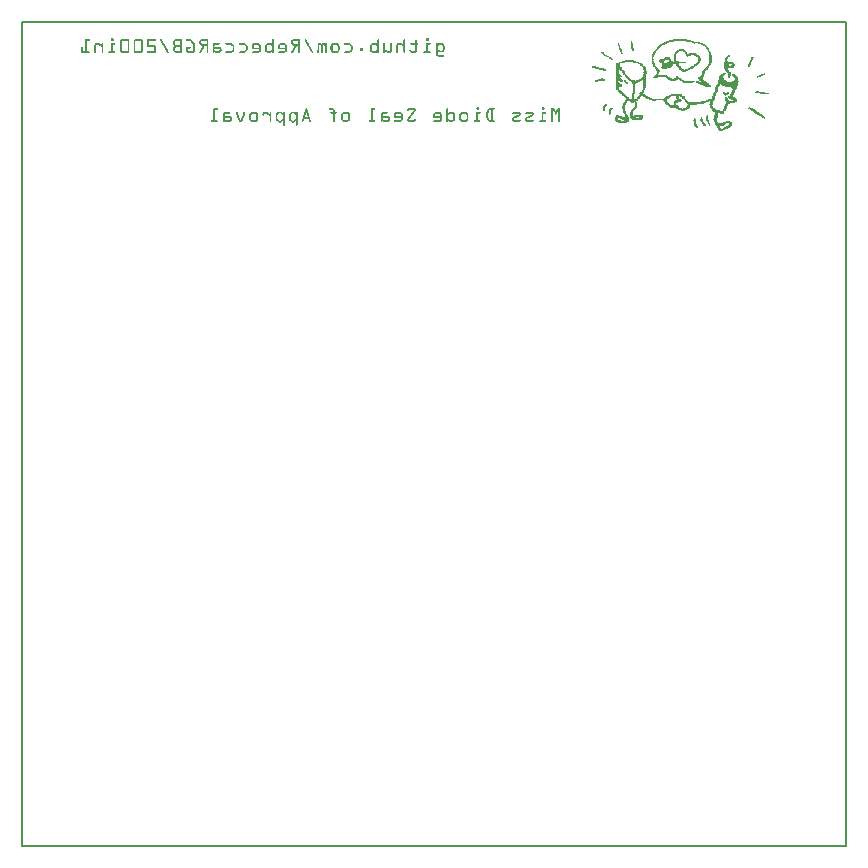
<source format=gbo>
G04 MADE WITH FRITZING*
G04 WWW.FRITZING.ORG*
G04 DOUBLE SIDED*
G04 HOLES PLATED*
G04 CONTOUR ON CENTER OF CONTOUR VECTOR*
%ASAXBY*%
%FSLAX23Y23*%
%MOIN*%
%OFA0B0*%
%SFA1.0B1.0*%
%ADD10R,2.755910X2.755910X2.739910X2.739910*%
%ADD11C,0.008000*%
%ADD12R,0.001000X0.001000*%
%LNSILK0*%
G90*
G70*
G54D11*
X4Y2752D02*
X2752Y2752D01*
X2752Y4D01*
X4Y4D01*
X4Y2752D01*
D02*
G36*
X2039Y2687D02*
X2039Y2680D01*
X2040Y2680D01*
X2040Y2672D01*
X2042Y2672D01*
X2042Y2664D01*
X2044Y2664D01*
X2044Y2656D01*
X2039Y2656D01*
X2039Y2659D01*
X2037Y2659D01*
X2037Y2662D01*
X2035Y2662D01*
X2035Y2675D01*
X2034Y2675D01*
X2034Y2687D01*
X2039Y2687D01*
G37*
D02*
G36*
X1994Y2680D02*
X1994Y2677D01*
X1996Y2677D01*
X1996Y2674D01*
X1998Y2674D01*
X1998Y2670D01*
X1999Y2670D01*
X1999Y2665D01*
X2001Y2665D01*
X2001Y2661D01*
X2003Y2661D01*
X2003Y2657D01*
X2004Y2657D01*
X2004Y2654D01*
X2006Y2654D01*
X2006Y2649D01*
X2008Y2649D01*
X2008Y2646D01*
X2006Y2646D01*
X2006Y2644D01*
X2003Y2644D01*
X2003Y2646D01*
X2001Y2646D01*
X2001Y2651D01*
X1999Y2651D01*
X1999Y2654D01*
X1998Y2654D01*
X1998Y2657D01*
X1996Y2657D01*
X1996Y2661D01*
X1994Y2661D01*
X1994Y2665D01*
X1993Y2665D01*
X1993Y2672D01*
X1991Y2672D01*
X1991Y2675D01*
X1990Y2675D01*
X1990Y2680D01*
X1994Y2680D01*
G37*
D02*
G36*
X1942Y2652D02*
X1942Y2651D01*
X1944Y2651D01*
X1944Y2649D01*
X1945Y2649D01*
X1945Y2646D01*
X1947Y2646D01*
X1947Y2644D01*
X1949Y2644D01*
X1949Y2642D01*
X1953Y2642D01*
X1953Y2641D01*
X1955Y2641D01*
X1955Y2639D01*
X1957Y2639D01*
X1957Y2638D01*
X1960Y2638D01*
X1960Y2636D01*
X1963Y2636D01*
X1963Y2634D01*
X1965Y2634D01*
X1965Y2633D01*
X1968Y2633D01*
X1968Y2631D01*
X1972Y2631D01*
X1972Y2629D01*
X1973Y2629D01*
X1973Y2626D01*
X1968Y2626D01*
X1968Y2628D01*
X1965Y2628D01*
X1965Y2629D01*
X1962Y2629D01*
X1962Y2631D01*
X1960Y2631D01*
X1960Y2633D01*
X1957Y2633D01*
X1957Y2634D01*
X1953Y2634D01*
X1953Y2636D01*
X1950Y2636D01*
X1950Y2639D01*
X1945Y2639D01*
X1945Y2641D01*
X1944Y2641D01*
X1944Y2642D01*
X1942Y2642D01*
X1942Y2644D01*
X1939Y2644D01*
X1939Y2646D01*
X1937Y2646D01*
X1937Y2647D01*
X1935Y2647D01*
X1935Y2652D01*
X1942Y2652D01*
G37*
D02*
G36*
X2204Y2662D02*
X2204Y2661D01*
X2211Y2661D01*
X2211Y2659D01*
X2214Y2659D01*
X2214Y2657D01*
X2216Y2657D01*
X2216Y2654D01*
X2196Y2654D01*
X2196Y2652D01*
X2193Y2652D01*
X2193Y2651D01*
X2191Y2651D01*
X2191Y2649D01*
X2190Y2649D01*
X2190Y2647D01*
X2188Y2647D01*
X2188Y2644D01*
X2186Y2644D01*
X2186Y2641D01*
X2185Y2641D01*
X2185Y2634D01*
X2183Y2634D01*
X2183Y2631D01*
X2185Y2631D01*
X2185Y2623D01*
X2186Y2623D01*
X2186Y2621D01*
X2195Y2621D01*
X2195Y2619D01*
X2177Y2619D01*
X2177Y2638D01*
X2178Y2638D01*
X2178Y2644D01*
X2180Y2644D01*
X2180Y2647D01*
X2181Y2647D01*
X2181Y2651D01*
X2183Y2651D01*
X2183Y2652D01*
X2185Y2652D01*
X2185Y2654D01*
X2186Y2654D01*
X2186Y2656D01*
X2188Y2656D01*
X2188Y2659D01*
X2193Y2659D01*
X2193Y2661D01*
X2198Y2661D01*
X2198Y2662D01*
X2204Y2662D01*
G37*
D02*
G36*
X2218Y2654D02*
X2218Y2652D01*
X2219Y2652D01*
X2219Y2651D01*
X2221Y2651D01*
X2221Y2649D01*
X2222Y2649D01*
X2222Y2646D01*
X2216Y2646D01*
X2216Y2647D01*
X2214Y2647D01*
X2214Y2651D01*
X2213Y2651D01*
X2213Y2652D01*
X2208Y2652D01*
X2208Y2654D01*
X2218Y2654D01*
G37*
D02*
G36*
X2250Y2649D02*
X2250Y2647D01*
X2252Y2647D01*
X2252Y2646D01*
X2229Y2646D01*
X2229Y2647D01*
X2237Y2647D01*
X2237Y2649D01*
X2250Y2649D01*
G37*
D02*
G36*
X2254Y2646D02*
X2254Y2644D01*
X2218Y2644D01*
X2218Y2646D01*
X2254Y2646D01*
G37*
D02*
G36*
X2254Y2646D02*
X2254Y2644D01*
X2218Y2644D01*
X2218Y2646D01*
X2254Y2646D01*
G37*
D02*
G36*
X2255Y2644D02*
X2255Y2642D01*
X2257Y2642D01*
X2257Y2641D01*
X2236Y2641D01*
X2236Y2639D01*
X2227Y2639D01*
X2227Y2638D01*
X2224Y2638D01*
X2224Y2636D01*
X2222Y2636D01*
X2222Y2638D01*
X2221Y2638D01*
X2221Y2639D01*
X2219Y2639D01*
X2219Y2642D01*
X2218Y2642D01*
X2218Y2644D01*
X2255Y2644D01*
G37*
D02*
G36*
X2260Y2641D02*
X2260Y2638D01*
X2263Y2638D01*
X2263Y2634D01*
X2265Y2634D01*
X2265Y2631D01*
X2267Y2631D01*
X2267Y2621D01*
X2265Y2621D01*
X2265Y2618D01*
X2263Y2618D01*
X2263Y2616D01*
X2262Y2616D01*
X2262Y2615D01*
X2260Y2615D01*
X2260Y2611D01*
X2259Y2611D01*
X2259Y2610D01*
X2257Y2610D01*
X2257Y2608D01*
X2255Y2608D01*
X2255Y2606D01*
X2254Y2606D01*
X2254Y2605D01*
X2250Y2605D01*
X2250Y2603D01*
X2249Y2603D01*
X2249Y2601D01*
X2245Y2601D01*
X2245Y2600D01*
X2244Y2600D01*
X2244Y2597D01*
X2241Y2597D01*
X2241Y2595D01*
X2234Y2595D01*
X2234Y2593D01*
X2232Y2593D01*
X2232Y2592D01*
X2216Y2592D01*
X2216Y2593D01*
X2219Y2593D01*
X2219Y2595D01*
X2224Y2595D01*
X2224Y2597D01*
X2227Y2597D01*
X2227Y2598D01*
X2231Y2598D01*
X2231Y2601D01*
X2236Y2601D01*
X2236Y2603D01*
X2239Y2603D01*
X2239Y2605D01*
X2241Y2605D01*
X2241Y2606D01*
X2244Y2606D01*
X2244Y2608D01*
X2245Y2608D01*
X2245Y2610D01*
X2249Y2610D01*
X2249Y2611D01*
X2250Y2611D01*
X2250Y2615D01*
X2252Y2615D01*
X2252Y2616D01*
X2254Y2616D01*
X2254Y2618D01*
X2255Y2618D01*
X2255Y2619D01*
X2257Y2619D01*
X2257Y2621D01*
X2259Y2621D01*
X2259Y2631D01*
X2257Y2631D01*
X2257Y2633D01*
X2255Y2633D01*
X2255Y2634D01*
X2254Y2634D01*
X2254Y2636D01*
X2252Y2636D01*
X2252Y2638D01*
X2249Y2638D01*
X2249Y2639D01*
X2245Y2639D01*
X2245Y2641D01*
X2260Y2641D01*
G37*
D02*
G36*
X2162Y2634D02*
X2162Y2633D01*
X2163Y2633D01*
X2163Y2629D01*
X2165Y2629D01*
X2165Y2628D01*
X2167Y2628D01*
X2167Y2626D01*
X2157Y2626D01*
X2157Y2624D01*
X2149Y2624D01*
X2149Y2623D01*
X2147Y2623D01*
X2147Y2621D01*
X2144Y2621D01*
X2144Y2619D01*
X2145Y2619D01*
X2145Y2616D01*
X2132Y2616D01*
X2132Y2618D01*
X2129Y2618D01*
X2129Y2624D01*
X2131Y2624D01*
X2131Y2628D01*
X2140Y2628D01*
X2140Y2629D01*
X2144Y2629D01*
X2144Y2631D01*
X2149Y2631D01*
X2149Y2633D01*
X2155Y2633D01*
X2155Y2634D01*
X2162Y2634D01*
G37*
D02*
G36*
X2167Y2626D02*
X2167Y2623D01*
X2168Y2623D01*
X2168Y2621D01*
X2173Y2621D01*
X2173Y2619D01*
X2162Y2619D01*
X2162Y2621D01*
X2160Y2621D01*
X2160Y2623D01*
X2159Y2623D01*
X2159Y2626D01*
X2167Y2626D01*
G37*
D02*
G36*
X2218Y2619D02*
X2218Y2618D01*
X2160Y2618D01*
X2160Y2619D01*
X2218Y2619D01*
G37*
D02*
G36*
X2218Y2619D02*
X2218Y2618D01*
X2160Y2618D01*
X2160Y2619D01*
X2218Y2619D01*
G37*
D02*
G36*
X2218Y2618D02*
X2218Y2616D01*
X2155Y2616D01*
X2155Y2618D01*
X2218Y2618D01*
G37*
D02*
G36*
X2216Y2616D02*
X2216Y2615D01*
X2134Y2615D01*
X2134Y2616D01*
X2216Y2616D01*
G37*
D02*
G36*
X2216Y2616D02*
X2216Y2615D01*
X2134Y2615D01*
X2134Y2616D01*
X2216Y2616D01*
G37*
D02*
G36*
X2200Y2615D02*
X2200Y2613D01*
X2195Y2613D01*
X2195Y2611D01*
X2178Y2611D01*
X2178Y2610D01*
X2173Y2610D01*
X2173Y2608D01*
X2157Y2608D01*
X2157Y2606D01*
X2137Y2606D01*
X2137Y2608D01*
X2139Y2608D01*
X2139Y2610D01*
X2136Y2610D01*
X2136Y2611D01*
X2137Y2611D01*
X2137Y2613D01*
X2136Y2613D01*
X2136Y2615D01*
X2200Y2615D01*
G37*
D02*
G36*
X2195Y2611D02*
X2195Y2606D01*
X2196Y2606D01*
X2196Y2605D01*
X2198Y2605D01*
X2198Y2603D01*
X2200Y2603D01*
X2200Y2601D01*
X2201Y2601D01*
X2201Y2598D01*
X2203Y2598D01*
X2203Y2597D01*
X2206Y2597D01*
X2206Y2595D01*
X2208Y2595D01*
X2208Y2593D01*
X2211Y2593D01*
X2211Y2592D01*
X2196Y2592D01*
X2196Y2593D01*
X2195Y2593D01*
X2195Y2595D01*
X2193Y2595D01*
X2193Y2597D01*
X2191Y2597D01*
X2191Y2600D01*
X2190Y2600D01*
X2190Y2601D01*
X2188Y2601D01*
X2188Y2605D01*
X2186Y2605D01*
X2186Y2606D01*
X2185Y2606D01*
X2185Y2608D01*
X2183Y2608D01*
X2183Y2610D01*
X2180Y2610D01*
X2180Y2611D01*
X2195Y2611D01*
G37*
D02*
G36*
X2173Y2608D02*
X2173Y2606D01*
X2159Y2606D01*
X2159Y2608D01*
X2173Y2608D01*
G37*
D02*
G36*
X2172Y2606D02*
X2172Y2605D01*
X2137Y2605D01*
X2137Y2606D01*
X2172Y2606D01*
G37*
D02*
G36*
X2172Y2606D02*
X2172Y2605D01*
X2137Y2605D01*
X2137Y2606D01*
X2172Y2606D01*
G37*
D02*
G36*
X2170Y2605D02*
X2170Y2601D01*
X2168Y2601D01*
X2168Y2600D01*
X2167Y2600D01*
X2167Y2598D01*
X2159Y2598D01*
X2159Y2597D01*
X2154Y2597D01*
X2154Y2595D01*
X2150Y2595D01*
X2150Y2593D01*
X2142Y2593D01*
X2142Y2595D01*
X2139Y2595D01*
X2139Y2597D01*
X2137Y2597D01*
X2137Y2598D01*
X2136Y2598D01*
X2136Y2601D01*
X2137Y2601D01*
X2137Y2605D01*
X2170Y2605D01*
G37*
D02*
G36*
X2229Y2592D02*
X2229Y2590D01*
X2198Y2590D01*
X2198Y2592D01*
X2229Y2592D01*
G37*
D02*
G36*
X2229Y2592D02*
X2229Y2590D01*
X2198Y2590D01*
X2198Y2592D01*
X2229Y2592D01*
G37*
D02*
G36*
X2226Y2590D02*
X2226Y2588D01*
X2221Y2588D01*
X2221Y2587D01*
X2218Y2587D01*
X2218Y2585D01*
X2204Y2585D01*
X2204Y2587D01*
X2201Y2587D01*
X2201Y2588D01*
X2200Y2588D01*
X2200Y2590D01*
X2226Y2590D01*
G37*
D02*
G36*
X2364Y2641D02*
X2364Y2636D01*
X2362Y2636D01*
X2362Y2634D01*
X2360Y2634D01*
X2360Y2633D01*
X2359Y2633D01*
X2359Y2629D01*
X2357Y2629D01*
X2357Y2628D01*
X2355Y2628D01*
X2355Y2621D01*
X2359Y2621D01*
X2359Y2619D01*
X2370Y2619D01*
X2370Y2618D01*
X2373Y2618D01*
X2373Y2616D01*
X2375Y2616D01*
X2375Y2615D01*
X2377Y2615D01*
X2377Y2611D01*
X2360Y2611D01*
X2360Y2608D01*
X2362Y2608D01*
X2362Y2606D01*
X2346Y2606D01*
X2346Y2618D01*
X2347Y2618D01*
X2347Y2628D01*
X2349Y2628D01*
X2349Y2631D01*
X2350Y2631D01*
X2350Y2634D01*
X2352Y2634D01*
X2352Y2636D01*
X2354Y2636D01*
X2354Y2638D01*
X2355Y2638D01*
X2355Y2639D01*
X2359Y2639D01*
X2359Y2641D01*
X2364Y2641D01*
G37*
D02*
G36*
X2378Y2611D02*
X2378Y2610D01*
X2380Y2610D01*
X2380Y2606D01*
X2368Y2606D01*
X2368Y2608D01*
X2370Y2608D01*
X2370Y2611D01*
X2378Y2611D01*
G37*
D02*
G36*
X2378Y2606D02*
X2378Y2605D01*
X2346Y2605D01*
X2346Y2606D01*
X2378Y2606D01*
G37*
D02*
G36*
X2378Y2606D02*
X2378Y2605D01*
X2346Y2605D01*
X2346Y2606D01*
X2378Y2606D01*
G37*
D02*
G36*
X2378Y2605D02*
X2378Y2600D01*
X2377Y2600D01*
X2377Y2598D01*
X2355Y2598D01*
X2355Y2597D01*
X2344Y2597D01*
X2344Y2605D01*
X2378Y2605D01*
G37*
D02*
G36*
X2375Y2598D02*
X2375Y2597D01*
X2362Y2597D01*
X2362Y2598D01*
X2375Y2598D01*
G37*
D02*
G36*
X2360Y2598D02*
X2360Y2597D01*
X2357Y2597D01*
X2357Y2598D01*
X2360Y2598D01*
G37*
D02*
G36*
X2357Y2597D02*
X2357Y2593D01*
X2359Y2593D01*
X2359Y2592D01*
X2360Y2592D01*
X2360Y2588D01*
X2362Y2588D01*
X2362Y2585D01*
X2365Y2585D01*
X2365Y2583D01*
X2367Y2583D01*
X2367Y2574D01*
X2368Y2574D01*
X2368Y2572D01*
X2367Y2572D01*
X2367Y2570D01*
X2365Y2570D01*
X2365Y2567D01*
X2364Y2567D01*
X2364Y2565D01*
X2357Y2565D01*
X2357Y2574D01*
X2359Y2574D01*
X2359Y2578D01*
X2357Y2578D01*
X2357Y2582D01*
X2355Y2582D01*
X2355Y2583D01*
X2354Y2583D01*
X2354Y2585D01*
X2350Y2585D01*
X2350Y2588D01*
X2349Y2588D01*
X2349Y2590D01*
X2347Y2590D01*
X2347Y2593D01*
X2346Y2593D01*
X2346Y2595D01*
X2344Y2595D01*
X2344Y2597D01*
X2357Y2597D01*
G37*
D02*
G36*
X2444Y2636D02*
X2444Y2631D01*
X2442Y2631D01*
X2442Y2626D01*
X2441Y2626D01*
X2441Y2623D01*
X2439Y2623D01*
X2439Y2619D01*
X2437Y2619D01*
X2437Y2618D01*
X2436Y2618D01*
X2436Y2615D01*
X2434Y2615D01*
X2434Y2608D01*
X2432Y2608D01*
X2432Y2606D01*
X2431Y2606D01*
X2431Y2601D01*
X2424Y2601D01*
X2424Y2606D01*
X2426Y2606D01*
X2426Y2610D01*
X2428Y2610D01*
X2428Y2615D01*
X2429Y2615D01*
X2429Y2618D01*
X2431Y2618D01*
X2431Y2619D01*
X2432Y2619D01*
X2432Y2624D01*
X2434Y2624D01*
X2434Y2629D01*
X2436Y2629D01*
X2436Y2633D01*
X2437Y2633D01*
X2437Y2634D01*
X2439Y2634D01*
X2439Y2636D01*
X2444Y2636D01*
G37*
D02*
G36*
X1912Y2605D02*
X1912Y2603D01*
X1919Y2603D01*
X1919Y2601D01*
X1922Y2601D01*
X1922Y2600D01*
X1929Y2600D01*
X1929Y2598D01*
X1935Y2598D01*
X1935Y2597D01*
X1944Y2597D01*
X1944Y2595D01*
X1949Y2595D01*
X1949Y2593D01*
X1952Y2593D01*
X1952Y2590D01*
X1950Y2590D01*
X1950Y2588D01*
X1942Y2588D01*
X1942Y2590D01*
X1934Y2590D01*
X1934Y2592D01*
X1929Y2592D01*
X1929Y2593D01*
X1917Y2593D01*
X1917Y2595D01*
X1914Y2595D01*
X1914Y2597D01*
X1908Y2597D01*
X1908Y2598D01*
X1904Y2598D01*
X1904Y2600D01*
X1903Y2600D01*
X1903Y2603D01*
X1904Y2603D01*
X1904Y2605D01*
X1912Y2605D01*
G37*
D02*
G36*
X2482Y2580D02*
X2482Y2578D01*
X2483Y2578D01*
X2483Y2577D01*
X2482Y2577D01*
X2482Y2575D01*
X2477Y2575D01*
X2477Y2574D01*
X2473Y2574D01*
X2473Y2572D01*
X2472Y2572D01*
X2472Y2570D01*
X2469Y2570D01*
X2469Y2569D01*
X2464Y2569D01*
X2464Y2567D01*
X2459Y2567D01*
X2459Y2565D01*
X2454Y2565D01*
X2454Y2570D01*
X2457Y2570D01*
X2457Y2572D01*
X2460Y2572D01*
X2460Y2574D01*
X2464Y2574D01*
X2464Y2575D01*
X2467Y2575D01*
X2467Y2577D01*
X2473Y2577D01*
X2473Y2578D01*
X2477Y2578D01*
X2477Y2580D01*
X2482Y2580D01*
G37*
D02*
G36*
X1942Y2564D02*
X1942Y2562D01*
X1949Y2562D01*
X1949Y2559D01*
X1950Y2559D01*
X1950Y2557D01*
X1949Y2557D01*
X1949Y2556D01*
X1930Y2556D01*
X1930Y2554D01*
X1926Y2554D01*
X1926Y2552D01*
X1916Y2552D01*
X1916Y2557D01*
X1917Y2557D01*
X1917Y2559D01*
X1926Y2559D01*
X1926Y2560D01*
X1927Y2560D01*
X1927Y2562D01*
X1934Y2562D01*
X1934Y2564D01*
X1942Y2564D01*
G37*
D02*
G36*
X2200Y2695D02*
X2200Y2693D01*
X2221Y2693D01*
X2221Y2692D01*
X2229Y2692D01*
X2229Y2690D01*
X2236Y2690D01*
X2236Y2688D01*
X2183Y2688D01*
X2183Y2687D01*
X2178Y2687D01*
X2178Y2685D01*
X2168Y2685D01*
X2168Y2683D01*
X2162Y2683D01*
X2162Y2682D01*
X2157Y2682D01*
X2157Y2680D01*
X2154Y2680D01*
X2154Y2679D01*
X2150Y2679D01*
X2150Y2677D01*
X2147Y2677D01*
X2147Y2675D01*
X2142Y2675D01*
X2142Y2674D01*
X2139Y2674D01*
X2139Y2672D01*
X2137Y2672D01*
X2137Y2670D01*
X2134Y2670D01*
X2134Y2669D01*
X2132Y2669D01*
X2132Y2667D01*
X2131Y2667D01*
X2131Y2665D01*
X2129Y2665D01*
X2129Y2664D01*
X2127Y2664D01*
X2127Y2661D01*
X2126Y2661D01*
X2126Y2659D01*
X2122Y2659D01*
X2122Y2656D01*
X2121Y2656D01*
X2121Y2654D01*
X2119Y2654D01*
X2119Y2652D01*
X2118Y2652D01*
X2118Y2649D01*
X2116Y2649D01*
X2116Y2647D01*
X2114Y2647D01*
X2114Y2646D01*
X2113Y2646D01*
X2113Y2641D01*
X2111Y2641D01*
X2111Y2633D01*
X2109Y2633D01*
X2109Y2628D01*
X2111Y2628D01*
X2111Y2624D01*
X2109Y2624D01*
X2109Y2621D01*
X2111Y2621D01*
X2111Y2616D01*
X2113Y2616D01*
X2113Y2613D01*
X2114Y2613D01*
X2114Y2610D01*
X2116Y2610D01*
X2116Y2606D01*
X2118Y2606D01*
X2118Y2605D01*
X2119Y2605D01*
X2119Y2601D01*
X2121Y2601D01*
X2121Y2598D01*
X2122Y2598D01*
X2122Y2597D01*
X2124Y2597D01*
X2124Y2595D01*
X2126Y2595D01*
X2126Y2593D01*
X2129Y2593D01*
X2129Y2592D01*
X2131Y2592D01*
X2131Y2583D01*
X2129Y2583D01*
X2129Y2580D01*
X2127Y2580D01*
X2127Y2577D01*
X2126Y2577D01*
X2126Y2575D01*
X2127Y2575D01*
X2127Y2574D01*
X2116Y2574D01*
X2116Y2575D01*
X2118Y2575D01*
X2118Y2577D01*
X2119Y2577D01*
X2119Y2578D01*
X2121Y2578D01*
X2121Y2583D01*
X2122Y2583D01*
X2122Y2587D01*
X2121Y2587D01*
X2121Y2588D01*
X2119Y2588D01*
X2119Y2590D01*
X2118Y2590D01*
X2118Y2593D01*
X2114Y2593D01*
X2114Y2595D01*
X2113Y2595D01*
X2113Y2600D01*
X2111Y2600D01*
X2111Y2601D01*
X2109Y2601D01*
X2109Y2606D01*
X2108Y2606D01*
X2108Y2610D01*
X2106Y2610D01*
X2106Y2613D01*
X2104Y2613D01*
X2104Y2624D01*
X2103Y2624D01*
X2103Y2633D01*
X2104Y2633D01*
X2104Y2642D01*
X2106Y2642D01*
X2106Y2646D01*
X2108Y2646D01*
X2108Y2649D01*
X2109Y2649D01*
X2109Y2652D01*
X2111Y2652D01*
X2111Y2654D01*
X2113Y2654D01*
X2113Y2656D01*
X2114Y2656D01*
X2114Y2657D01*
X2116Y2657D01*
X2116Y2659D01*
X2118Y2659D01*
X2118Y2661D01*
X2119Y2661D01*
X2119Y2662D01*
X2121Y2662D01*
X2121Y2664D01*
X2122Y2664D01*
X2122Y2667D01*
X2124Y2667D01*
X2124Y2669D01*
X2126Y2669D01*
X2126Y2670D01*
X2127Y2670D01*
X2127Y2672D01*
X2129Y2672D01*
X2129Y2674D01*
X2131Y2674D01*
X2131Y2675D01*
X2132Y2675D01*
X2132Y2677D01*
X2136Y2677D01*
X2136Y2679D01*
X2139Y2679D01*
X2139Y2680D01*
X2142Y2680D01*
X2142Y2682D01*
X2145Y2682D01*
X2145Y2683D01*
X2149Y2683D01*
X2149Y2685D01*
X2152Y2685D01*
X2152Y2687D01*
X2159Y2687D01*
X2159Y2688D01*
X2162Y2688D01*
X2162Y2690D01*
X2167Y2690D01*
X2167Y2692D01*
X2173Y2692D01*
X2173Y2693D01*
X2198Y2693D01*
X2198Y2695D01*
X2200Y2695D01*
G37*
D02*
G36*
X2241Y2688D02*
X2241Y2687D01*
X2245Y2687D01*
X2245Y2685D01*
X2257Y2685D01*
X2257Y2683D01*
X2265Y2683D01*
X2265Y2682D01*
X2270Y2682D01*
X2270Y2680D01*
X2249Y2680D01*
X2249Y2679D01*
X2245Y2679D01*
X2245Y2680D01*
X2242Y2680D01*
X2242Y2682D01*
X2239Y2682D01*
X2239Y2683D01*
X2231Y2683D01*
X2231Y2685D01*
X2219Y2685D01*
X2219Y2687D01*
X2208Y2687D01*
X2208Y2688D01*
X2241Y2688D01*
G37*
D02*
G36*
X2275Y2680D02*
X2275Y2679D01*
X2278Y2679D01*
X2278Y2677D01*
X2280Y2677D01*
X2280Y2675D01*
X2283Y2675D01*
X2283Y2674D01*
X2285Y2674D01*
X2285Y2672D01*
X2286Y2672D01*
X2286Y2670D01*
X2288Y2670D01*
X2288Y2669D01*
X2290Y2669D01*
X2290Y2667D01*
X2291Y2667D01*
X2291Y2665D01*
X2293Y2665D01*
X2293Y2662D01*
X2295Y2662D01*
X2295Y2659D01*
X2296Y2659D01*
X2296Y2656D01*
X2298Y2656D01*
X2298Y2652D01*
X2300Y2652D01*
X2300Y2646D01*
X2301Y2646D01*
X2301Y2641D01*
X2303Y2641D01*
X2303Y2633D01*
X2305Y2633D01*
X2305Y2624D01*
X2303Y2624D01*
X2303Y2615D01*
X2301Y2615D01*
X2301Y2613D01*
X2300Y2613D01*
X2300Y2608D01*
X2298Y2608D01*
X2298Y2603D01*
X2296Y2603D01*
X2296Y2601D01*
X2295Y2601D01*
X2295Y2600D01*
X2293Y2600D01*
X2293Y2597D01*
X2291Y2597D01*
X2291Y2593D01*
X2290Y2593D01*
X2290Y2592D01*
X2288Y2592D01*
X2288Y2590D01*
X2286Y2590D01*
X2286Y2588D01*
X2283Y2588D01*
X2283Y2587D01*
X2282Y2587D01*
X2282Y2585D01*
X2280Y2585D01*
X2280Y2577D01*
X2278Y2577D01*
X2278Y2570D01*
X2277Y2570D01*
X2277Y2569D01*
X2275Y2569D01*
X2275Y2567D01*
X2273Y2567D01*
X2273Y2565D01*
X2275Y2565D01*
X2275Y2559D01*
X2277Y2559D01*
X2277Y2557D01*
X2263Y2557D01*
X2263Y2556D01*
X2262Y2556D01*
X2262Y2560D01*
X2260Y2560D01*
X2260Y2562D01*
X2259Y2562D01*
X2259Y2567D01*
X2262Y2567D01*
X2262Y2569D01*
X2265Y2569D01*
X2265Y2570D01*
X2267Y2570D01*
X2267Y2572D01*
X2268Y2572D01*
X2268Y2574D01*
X2270Y2574D01*
X2270Y2577D01*
X2272Y2577D01*
X2272Y2582D01*
X2270Y2582D01*
X2270Y2587D01*
X2272Y2587D01*
X2272Y2588D01*
X2273Y2588D01*
X2273Y2590D01*
X2277Y2590D01*
X2277Y2592D01*
X2278Y2592D01*
X2278Y2593D01*
X2280Y2593D01*
X2280Y2595D01*
X2282Y2595D01*
X2282Y2597D01*
X2285Y2597D01*
X2285Y2600D01*
X2286Y2600D01*
X2286Y2601D01*
X2288Y2601D01*
X2288Y2605D01*
X2290Y2605D01*
X2290Y2608D01*
X2291Y2608D01*
X2291Y2610D01*
X2293Y2610D01*
X2293Y2615D01*
X2295Y2615D01*
X2295Y2618D01*
X2296Y2618D01*
X2296Y2641D01*
X2295Y2641D01*
X2295Y2646D01*
X2293Y2646D01*
X2293Y2651D01*
X2291Y2651D01*
X2291Y2656D01*
X2290Y2656D01*
X2290Y2659D01*
X2288Y2659D01*
X2288Y2661D01*
X2286Y2661D01*
X2286Y2664D01*
X2285Y2664D01*
X2285Y2665D01*
X2283Y2665D01*
X2283Y2669D01*
X2282Y2669D01*
X2282Y2670D01*
X2278Y2670D01*
X2278Y2672D01*
X2275Y2672D01*
X2275Y2674D01*
X2273Y2674D01*
X2273Y2675D01*
X2268Y2675D01*
X2268Y2677D01*
X2267Y2677D01*
X2267Y2679D01*
X2259Y2679D01*
X2259Y2680D01*
X2275Y2680D01*
G37*
D02*
G36*
X2154Y2575D02*
X2154Y2574D01*
X2144Y2574D01*
X2144Y2575D01*
X2154Y2575D01*
G37*
D02*
G36*
X2142Y2575D02*
X2142Y2574D01*
X2136Y2574D01*
X2136Y2575D01*
X2142Y2575D01*
G37*
D02*
G36*
X2155Y2574D02*
X2155Y2572D01*
X2114Y2572D01*
X2114Y2574D01*
X2155Y2574D01*
G37*
D02*
G36*
X2155Y2574D02*
X2155Y2572D01*
X2114Y2572D01*
X2114Y2574D01*
X2155Y2574D01*
G37*
D02*
G36*
X2155Y2574D02*
X2155Y2572D01*
X2114Y2572D01*
X2114Y2574D01*
X2155Y2574D01*
G37*
D02*
G36*
X2155Y2572D02*
X2155Y2570D01*
X2157Y2570D01*
X2157Y2569D01*
X2132Y2569D01*
X2132Y2567D01*
X2126Y2567D01*
X2126Y2565D01*
X2119Y2565D01*
X2119Y2564D01*
X2111Y2564D01*
X2111Y2565D01*
X2108Y2565D01*
X2108Y2567D01*
X2109Y2567D01*
X2109Y2569D01*
X2111Y2569D01*
X2111Y2570D01*
X2113Y2570D01*
X2113Y2572D01*
X2155Y2572D01*
G37*
D02*
G36*
X2191Y2570D02*
X2191Y2569D01*
X2195Y2569D01*
X2195Y2567D01*
X2196Y2567D01*
X2196Y2565D01*
X2200Y2565D01*
X2200Y2564D01*
X2201Y2564D01*
X2201Y2562D01*
X2177Y2562D01*
X2177Y2564D01*
X2183Y2564D01*
X2183Y2565D01*
X2185Y2565D01*
X2185Y2569D01*
X2186Y2569D01*
X2186Y2570D01*
X2191Y2570D01*
G37*
D02*
G36*
X2160Y2569D02*
X2160Y2567D01*
X2163Y2567D01*
X2163Y2565D01*
X2167Y2565D01*
X2167Y2564D01*
X2172Y2564D01*
X2172Y2562D01*
X2155Y2562D01*
X2155Y2564D01*
X2154Y2564D01*
X2154Y2565D01*
X2152Y2565D01*
X2152Y2567D01*
X2140Y2567D01*
X2140Y2569D01*
X2160Y2569D01*
G37*
D02*
G36*
X2204Y2562D02*
X2204Y2560D01*
X2157Y2560D01*
X2157Y2562D01*
X2204Y2562D01*
G37*
D02*
G36*
X2204Y2562D02*
X2204Y2560D01*
X2157Y2560D01*
X2157Y2562D01*
X2204Y2562D01*
G37*
D02*
G36*
X2206Y2560D02*
X2206Y2559D01*
X2208Y2559D01*
X2208Y2557D01*
X2211Y2557D01*
X2211Y2556D01*
X2214Y2556D01*
X2214Y2554D01*
X2227Y2554D01*
X2227Y2552D01*
X2203Y2552D01*
X2203Y2554D01*
X2200Y2554D01*
X2200Y2556D01*
X2198Y2556D01*
X2198Y2557D01*
X2195Y2557D01*
X2195Y2559D01*
X2193Y2559D01*
X2193Y2560D01*
X2206Y2560D01*
G37*
D02*
G36*
X2190Y2560D02*
X2190Y2559D01*
X2188Y2559D01*
X2188Y2557D01*
X2185Y2557D01*
X2185Y2556D01*
X2175Y2556D01*
X2175Y2554D01*
X2170Y2554D01*
X2170Y2556D01*
X2163Y2556D01*
X2163Y2557D01*
X2160Y2557D01*
X2160Y2559D01*
X2159Y2559D01*
X2159Y2560D01*
X2190Y2560D01*
G37*
D02*
G36*
X2278Y2557D02*
X2278Y2556D01*
X2282Y2556D01*
X2282Y2554D01*
X2285Y2554D01*
X2285Y2552D01*
X2286Y2552D01*
X2286Y2551D01*
X2288Y2551D01*
X2288Y2549D01*
X2272Y2549D01*
X2272Y2551D01*
X2270Y2551D01*
X2270Y2552D01*
X2268Y2552D01*
X2268Y2554D01*
X2267Y2554D01*
X2267Y2556D01*
X2265Y2556D01*
X2265Y2557D01*
X2278Y2557D01*
G37*
D02*
G36*
X2257Y2556D02*
X2257Y2554D01*
X2260Y2554D01*
X2260Y2552D01*
X2265Y2552D01*
X2265Y2551D01*
X2250Y2551D01*
X2250Y2554D01*
X2252Y2554D01*
X2252Y2556D01*
X2257Y2556D01*
G37*
D02*
G36*
X2245Y2556D02*
X2245Y2554D01*
X2247Y2554D01*
X2247Y2552D01*
X2229Y2552D01*
X2229Y2554D01*
X2242Y2554D01*
X2242Y2556D01*
X2245Y2556D01*
G37*
D02*
G36*
X2245Y2552D02*
X2245Y2551D01*
X2204Y2551D01*
X2204Y2552D01*
X2245Y2552D01*
G37*
D02*
G36*
X2245Y2552D02*
X2245Y2551D01*
X2204Y2551D01*
X2204Y2552D01*
X2245Y2552D01*
G37*
D02*
G36*
X2270Y2551D02*
X2270Y2549D01*
X2252Y2549D01*
X2252Y2551D01*
X2270Y2551D01*
G37*
D02*
G36*
X2242Y2551D02*
X2242Y2549D01*
X2237Y2549D01*
X2237Y2547D01*
X2213Y2547D01*
X2213Y2549D01*
X2208Y2549D01*
X2208Y2551D01*
X2242Y2551D01*
G37*
D02*
G36*
X2290Y2549D02*
X2290Y2547D01*
X2254Y2547D01*
X2254Y2549D01*
X2290Y2549D01*
G37*
D02*
G36*
X2290Y2549D02*
X2290Y2547D01*
X2254Y2547D01*
X2254Y2549D01*
X2290Y2549D01*
G37*
D02*
G36*
X2293Y2547D02*
X2293Y2544D01*
X2296Y2544D01*
X2296Y2542D01*
X2298Y2542D01*
X2298Y2541D01*
X2300Y2541D01*
X2300Y2537D01*
X2301Y2537D01*
X2301Y2534D01*
X2300Y2534D01*
X2300Y2533D01*
X2291Y2533D01*
X2291Y2534D01*
X2285Y2534D01*
X2285Y2536D01*
X2282Y2536D01*
X2282Y2537D01*
X2278Y2537D01*
X2278Y2539D01*
X2273Y2539D01*
X2273Y2541D01*
X2270Y2541D01*
X2270Y2542D01*
X2265Y2542D01*
X2265Y2544D01*
X2262Y2544D01*
X2262Y2546D01*
X2259Y2546D01*
X2259Y2547D01*
X2293Y2547D01*
G37*
D02*
G36*
X2462Y2521D02*
X2462Y2519D01*
X2470Y2519D01*
X2470Y2518D01*
X2480Y2518D01*
X2480Y2516D01*
X2485Y2516D01*
X2485Y2515D01*
X2490Y2515D01*
X2490Y2513D01*
X2495Y2513D01*
X2495Y2511D01*
X2485Y2511D01*
X2485Y2510D01*
X2482Y2510D01*
X2482Y2511D01*
X2465Y2511D01*
X2465Y2513D01*
X2451Y2513D01*
X2451Y2515D01*
X2449Y2515D01*
X2449Y2519D01*
X2451Y2519D01*
X2451Y2521D01*
X2462Y2521D01*
G37*
D02*
G36*
X2498Y2511D02*
X2498Y2510D01*
X2488Y2510D01*
X2488Y2511D01*
X2498Y2511D01*
G37*
D02*
G36*
X2360Y2519D02*
X2360Y2518D01*
X2362Y2518D01*
X2362Y2515D01*
X2352Y2515D01*
X2352Y2516D01*
X2354Y2516D01*
X2354Y2518D01*
X2357Y2518D01*
X2357Y2519D01*
X2360Y2519D01*
G37*
D02*
G36*
X2347Y2519D02*
X2347Y2518D01*
X2349Y2518D01*
X2349Y2516D01*
X2350Y2516D01*
X2350Y2515D01*
X2341Y2515D01*
X2341Y2519D01*
X2347Y2519D01*
G37*
D02*
G36*
X2362Y2515D02*
X2362Y2513D01*
X2341Y2513D01*
X2341Y2515D01*
X2362Y2515D01*
G37*
D02*
G36*
X2362Y2515D02*
X2362Y2513D01*
X2341Y2513D01*
X2341Y2515D01*
X2362Y2515D01*
G37*
D02*
G36*
X2362Y2513D02*
X2362Y2511D01*
X2360Y2511D01*
X2360Y2510D01*
X2359Y2510D01*
X2359Y2508D01*
X2352Y2508D01*
X2352Y2506D01*
X2349Y2506D01*
X2349Y2508D01*
X2344Y2508D01*
X2344Y2510D01*
X2342Y2510D01*
X2342Y2511D01*
X2341Y2511D01*
X2341Y2513D01*
X2362Y2513D01*
G37*
D02*
G36*
X2218Y2482D02*
X2218Y2480D01*
X2216Y2480D01*
X2216Y2482D01*
X2218Y2482D01*
G37*
D02*
G36*
X1952Y2478D02*
X1952Y2477D01*
X1955Y2477D01*
X1955Y2472D01*
X1952Y2472D01*
X1952Y2470D01*
X1950Y2470D01*
X1950Y2469D01*
X1949Y2469D01*
X1949Y2464D01*
X1947Y2464D01*
X1947Y2455D01*
X1945Y2455D01*
X1945Y2454D01*
X1942Y2454D01*
X1942Y2457D01*
X1940Y2457D01*
X1940Y2465D01*
X1942Y2465D01*
X1942Y2472D01*
X1944Y2472D01*
X1944Y2473D01*
X1945Y2473D01*
X1945Y2475D01*
X1947Y2475D01*
X1947Y2477D01*
X1950Y2477D01*
X1950Y2478D01*
X1952Y2478D01*
G37*
D02*
G36*
X2432Y2467D02*
X2432Y2465D01*
X2437Y2465D01*
X2437Y2464D01*
X2441Y2464D01*
X2441Y2462D01*
X2444Y2462D01*
X2444Y2460D01*
X2447Y2460D01*
X2447Y2459D01*
X2449Y2459D01*
X2449Y2457D01*
X2451Y2457D01*
X2451Y2455D01*
X2452Y2455D01*
X2452Y2454D01*
X2454Y2454D01*
X2454Y2452D01*
X2457Y2452D01*
X2457Y2451D01*
X2460Y2451D01*
X2460Y2449D01*
X2462Y2449D01*
X2462Y2447D01*
X2464Y2447D01*
X2464Y2446D01*
X2465Y2446D01*
X2465Y2444D01*
X2470Y2444D01*
X2470Y2442D01*
X2472Y2442D01*
X2472Y2441D01*
X2473Y2441D01*
X2473Y2439D01*
X2475Y2439D01*
X2475Y2437D01*
X2477Y2437D01*
X2477Y2436D01*
X2480Y2436D01*
X2480Y2434D01*
X2482Y2434D01*
X2482Y2431D01*
X2480Y2431D01*
X2480Y2429D01*
X2477Y2429D01*
X2477Y2431D01*
X2473Y2431D01*
X2473Y2432D01*
X2472Y2432D01*
X2472Y2434D01*
X2469Y2434D01*
X2469Y2436D01*
X2467Y2436D01*
X2467Y2437D01*
X2464Y2437D01*
X2464Y2439D01*
X2462Y2439D01*
X2462Y2441D01*
X2457Y2441D01*
X2457Y2442D01*
X2455Y2442D01*
X2455Y2444D01*
X2452Y2444D01*
X2452Y2446D01*
X2447Y2446D01*
X2447Y2449D01*
X2446Y2449D01*
X2446Y2451D01*
X2442Y2451D01*
X2442Y2452D01*
X2441Y2452D01*
X2441Y2454D01*
X2437Y2454D01*
X2437Y2455D01*
X2436Y2455D01*
X2436Y2457D01*
X2434Y2457D01*
X2434Y2459D01*
X2431Y2459D01*
X2431Y2460D01*
X2429Y2460D01*
X2429Y2462D01*
X2426Y2462D01*
X2426Y2465D01*
X2428Y2465D01*
X2428Y2467D01*
X2432Y2467D01*
G37*
D02*
G36*
X1975Y2465D02*
X1975Y2462D01*
X1973Y2462D01*
X1973Y2460D01*
X1970Y2460D01*
X1970Y2457D01*
X1968Y2457D01*
X1968Y2455D01*
X1967Y2455D01*
X1967Y2444D01*
X1963Y2444D01*
X1963Y2442D01*
X1962Y2442D01*
X1962Y2446D01*
X1960Y2446D01*
X1960Y2457D01*
X1962Y2457D01*
X1962Y2460D01*
X1963Y2460D01*
X1963Y2462D01*
X1965Y2462D01*
X1965Y2464D01*
X1968Y2464D01*
X1968Y2465D01*
X1975Y2465D01*
G37*
D02*
G36*
X2290Y2441D02*
X2290Y2439D01*
X2291Y2439D01*
X2291Y2434D01*
X2290Y2434D01*
X2290Y2432D01*
X2291Y2432D01*
X2291Y2426D01*
X2293Y2426D01*
X2293Y2421D01*
X2295Y2421D01*
X2295Y2416D01*
X2296Y2416D01*
X2296Y2413D01*
X2298Y2413D01*
X2298Y2405D01*
X2296Y2405D01*
X2296Y2406D01*
X2293Y2406D01*
X2293Y2411D01*
X2291Y2411D01*
X2291Y2413D01*
X2290Y2413D01*
X2290Y2418D01*
X2288Y2418D01*
X2288Y2421D01*
X2286Y2421D01*
X2286Y2426D01*
X2285Y2426D01*
X2285Y2428D01*
X2286Y2428D01*
X2286Y2429D01*
X2285Y2429D01*
X2285Y2436D01*
X2286Y2436D01*
X2286Y2439D01*
X2288Y2439D01*
X2288Y2441D01*
X2290Y2441D01*
G37*
D02*
G36*
X2270Y2434D02*
X2270Y2432D01*
X2272Y2432D01*
X2272Y2428D01*
X2273Y2428D01*
X2273Y2426D01*
X2275Y2426D01*
X2275Y2419D01*
X2277Y2419D01*
X2277Y2418D01*
X2278Y2418D01*
X2278Y2416D01*
X2280Y2416D01*
X2280Y2413D01*
X2282Y2413D01*
X2282Y2410D01*
X2283Y2410D01*
X2283Y2405D01*
X2277Y2405D01*
X2277Y2406D01*
X2275Y2406D01*
X2275Y2408D01*
X2273Y2408D01*
X2273Y2410D01*
X2272Y2410D01*
X2272Y2414D01*
X2270Y2414D01*
X2270Y2418D01*
X2268Y2418D01*
X2268Y2421D01*
X2265Y2421D01*
X2265Y2428D01*
X2267Y2428D01*
X2267Y2432D01*
X2268Y2432D01*
X2268Y2434D01*
X2270Y2434D01*
G37*
D02*
G36*
X2249Y2431D02*
X2249Y2428D01*
X2250Y2428D01*
X2250Y2423D01*
X2252Y2423D01*
X2252Y2410D01*
X2254Y2410D01*
X2254Y2408D01*
X2255Y2408D01*
X2255Y2406D01*
X2257Y2406D01*
X2257Y2403D01*
X2259Y2403D01*
X2259Y2398D01*
X2252Y2398D01*
X2252Y2400D01*
X2250Y2400D01*
X2250Y2401D01*
X2249Y2401D01*
X2249Y2405D01*
X2245Y2405D01*
X2245Y2410D01*
X2244Y2410D01*
X2244Y2421D01*
X2242Y2421D01*
X2242Y2423D01*
X2244Y2423D01*
X2244Y2428D01*
X2242Y2428D01*
X2242Y2429D01*
X2245Y2429D01*
X2245Y2431D01*
X2249Y2431D01*
G37*
D02*
G36*
X2034Y2624D02*
X2034Y2623D01*
X2045Y2623D01*
X2045Y2621D01*
X2050Y2621D01*
X2050Y2619D01*
X2055Y2619D01*
X2055Y2618D01*
X2013Y2618D01*
X2013Y2616D01*
X2008Y2616D01*
X2008Y2615D01*
X2003Y2615D01*
X2003Y2613D01*
X1999Y2613D01*
X1999Y2611D01*
X1998Y2611D01*
X1998Y2606D01*
X1999Y2606D01*
X1999Y2601D01*
X2001Y2601D01*
X2001Y2600D01*
X2003Y2600D01*
X2003Y2597D01*
X2004Y2597D01*
X2004Y2595D01*
X2006Y2595D01*
X2006Y2593D01*
X1994Y2593D01*
X1994Y2590D01*
X1993Y2590D01*
X1993Y2578D01*
X1998Y2578D01*
X1998Y2577D01*
X1999Y2577D01*
X1999Y2575D01*
X2001Y2575D01*
X2001Y2570D01*
X2003Y2570D01*
X2003Y2567D01*
X1999Y2567D01*
X1999Y2564D01*
X2001Y2564D01*
X2001Y2562D01*
X2003Y2562D01*
X2003Y2559D01*
X1991Y2559D01*
X1991Y2557D01*
X1983Y2557D01*
X1983Y2565D01*
X1985Y2565D01*
X1985Y2583D01*
X1986Y2583D01*
X1986Y2615D01*
X1988Y2615D01*
X1988Y2616D01*
X1993Y2616D01*
X1993Y2618D01*
X1998Y2618D01*
X1998Y2619D01*
X2003Y2619D01*
X2003Y2621D01*
X2013Y2621D01*
X2013Y2623D01*
X2021Y2623D01*
X2021Y2624D01*
X2034Y2624D01*
G37*
D02*
G36*
X2062Y2618D02*
X2062Y2616D01*
X2065Y2616D01*
X2065Y2615D01*
X2068Y2615D01*
X2068Y2613D01*
X2070Y2613D01*
X2070Y2611D01*
X2072Y2611D01*
X2072Y2610D01*
X2075Y2610D01*
X2075Y2606D01*
X2078Y2606D01*
X2078Y2605D01*
X2080Y2605D01*
X2080Y2603D01*
X2081Y2603D01*
X2081Y2600D01*
X2083Y2600D01*
X2083Y2597D01*
X2085Y2597D01*
X2085Y2593D01*
X2086Y2593D01*
X2086Y2587D01*
X2088Y2587D01*
X2088Y2582D01*
X2086Y2582D01*
X2086Y2580D01*
X2088Y2580D01*
X2088Y2577D01*
X2086Y2577D01*
X2086Y2569D01*
X2085Y2569D01*
X2085Y2559D01*
X2075Y2559D01*
X2075Y2557D01*
X2072Y2557D01*
X2072Y2556D01*
X2052Y2556D01*
X2052Y2557D01*
X2055Y2557D01*
X2055Y2559D01*
X2062Y2559D01*
X2062Y2560D01*
X2065Y2560D01*
X2065Y2562D01*
X2067Y2562D01*
X2067Y2564D01*
X2068Y2564D01*
X2068Y2565D01*
X2072Y2565D01*
X2072Y2567D01*
X2073Y2567D01*
X2073Y2569D01*
X2075Y2569D01*
X2075Y2574D01*
X2076Y2574D01*
X2076Y2578D01*
X2078Y2578D01*
X2078Y2582D01*
X2076Y2582D01*
X2076Y2583D01*
X2078Y2583D01*
X2078Y2587D01*
X2076Y2587D01*
X2076Y2588D01*
X2078Y2588D01*
X2078Y2592D01*
X2076Y2592D01*
X2076Y2597D01*
X2075Y2597D01*
X2075Y2600D01*
X2073Y2600D01*
X2073Y2601D01*
X2072Y2601D01*
X2072Y2605D01*
X2068Y2605D01*
X2068Y2606D01*
X2065Y2606D01*
X2065Y2608D01*
X2063Y2608D01*
X2063Y2610D01*
X2060Y2610D01*
X2060Y2611D01*
X2058Y2611D01*
X2058Y2613D01*
X2055Y2613D01*
X2055Y2615D01*
X2049Y2615D01*
X2049Y2616D01*
X2042Y2616D01*
X2042Y2618D01*
X2062Y2618D01*
G37*
D02*
G36*
X2006Y2593D02*
X2006Y2592D01*
X2008Y2592D01*
X2008Y2590D01*
X2011Y2590D01*
X2011Y2587D01*
X2013Y2587D01*
X2013Y2585D01*
X2014Y2585D01*
X2014Y2582D01*
X2016Y2582D01*
X2016Y2578D01*
X2017Y2578D01*
X2017Y2577D01*
X2019Y2577D01*
X2019Y2575D01*
X2021Y2575D01*
X2021Y2574D01*
X2022Y2574D01*
X2022Y2572D01*
X2024Y2572D01*
X2024Y2570D01*
X2026Y2570D01*
X2026Y2567D01*
X2029Y2567D01*
X2029Y2565D01*
X2031Y2565D01*
X2031Y2564D01*
X2032Y2564D01*
X2032Y2562D01*
X2034Y2562D01*
X2034Y2559D01*
X2037Y2559D01*
X2037Y2557D01*
X2047Y2557D01*
X2047Y2556D01*
X2027Y2556D01*
X2027Y2557D01*
X2026Y2557D01*
X2026Y2559D01*
X2024Y2559D01*
X2024Y2560D01*
X2022Y2560D01*
X2022Y2564D01*
X2021Y2564D01*
X2021Y2565D01*
X2019Y2565D01*
X2019Y2567D01*
X2017Y2567D01*
X2017Y2569D01*
X2016Y2569D01*
X2016Y2570D01*
X2014Y2570D01*
X2014Y2572D01*
X2013Y2572D01*
X2013Y2574D01*
X2011Y2574D01*
X2011Y2575D01*
X2009Y2575D01*
X2009Y2578D01*
X2008Y2578D01*
X2008Y2580D01*
X2006Y2580D01*
X2006Y2583D01*
X2004Y2583D01*
X2004Y2585D01*
X2003Y2585D01*
X2003Y2587D01*
X2001Y2587D01*
X2001Y2588D01*
X1999Y2588D01*
X1999Y2590D01*
X1996Y2590D01*
X1996Y2593D01*
X2006Y2593D01*
G37*
D02*
G36*
X2347Y2582D02*
X2347Y2580D01*
X2350Y2580D01*
X2350Y2577D01*
X2347Y2577D01*
X2347Y2575D01*
X2346Y2575D01*
X2346Y2574D01*
X2344Y2574D01*
X2344Y2570D01*
X2342Y2570D01*
X2342Y2567D01*
X2341Y2567D01*
X2341Y2565D01*
X2344Y2565D01*
X2344Y2562D01*
X2346Y2562D01*
X2346Y2559D01*
X2347Y2559D01*
X2347Y2557D01*
X2350Y2557D01*
X2350Y2556D01*
X2352Y2556D01*
X2352Y2554D01*
X2355Y2554D01*
X2355Y2552D01*
X2324Y2552D01*
X2324Y2556D01*
X2326Y2556D01*
X2326Y2559D01*
X2327Y2559D01*
X2327Y2565D01*
X2329Y2565D01*
X2329Y2570D01*
X2331Y2570D01*
X2331Y2574D01*
X2332Y2574D01*
X2332Y2575D01*
X2336Y2575D01*
X2336Y2577D01*
X2337Y2577D01*
X2337Y2578D01*
X2341Y2578D01*
X2341Y2580D01*
X2344Y2580D01*
X2344Y2582D01*
X2347Y2582D01*
G37*
D02*
G36*
X2378Y2578D02*
X2378Y2577D01*
X2382Y2577D01*
X2382Y2575D01*
X2383Y2575D01*
X2383Y2574D01*
X2385Y2574D01*
X2385Y2572D01*
X2387Y2572D01*
X2387Y2570D01*
X2388Y2570D01*
X2388Y2567D01*
X2390Y2567D01*
X2390Y2564D01*
X2391Y2564D01*
X2391Y2554D01*
X2393Y2554D01*
X2393Y2552D01*
X2372Y2552D01*
X2372Y2554D01*
X2378Y2554D01*
X2378Y2557D01*
X2382Y2557D01*
X2382Y2560D01*
X2380Y2560D01*
X2380Y2562D01*
X2382Y2562D01*
X2382Y2564D01*
X2378Y2564D01*
X2378Y2567D01*
X2377Y2567D01*
X2377Y2569D01*
X2375Y2569D01*
X2375Y2570D01*
X2372Y2570D01*
X2372Y2574D01*
X2370Y2574D01*
X2370Y2577D01*
X2372Y2577D01*
X2372Y2578D01*
X2378Y2578D01*
G37*
D02*
G36*
X2085Y2559D02*
X2085Y2549D01*
X2083Y2549D01*
X2083Y2534D01*
X2081Y2534D01*
X2081Y2533D01*
X2083Y2533D01*
X2083Y2531D01*
X2081Y2531D01*
X2081Y2526D01*
X2080Y2526D01*
X2080Y2523D01*
X2078Y2523D01*
X2078Y2519D01*
X2076Y2519D01*
X2076Y2518D01*
X2078Y2518D01*
X2078Y2515D01*
X2076Y2515D01*
X2076Y2511D01*
X2078Y2511D01*
X2078Y2510D01*
X2081Y2510D01*
X2081Y2508D01*
X2085Y2508D01*
X2085Y2506D01*
X2086Y2506D01*
X2086Y2505D01*
X2088Y2505D01*
X2088Y2503D01*
X2068Y2503D01*
X2068Y2501D01*
X2067Y2501D01*
X2067Y2500D01*
X2065Y2500D01*
X2065Y2496D01*
X2063Y2496D01*
X2063Y2495D01*
X2062Y2495D01*
X2062Y2493D01*
X2049Y2493D01*
X2049Y2495D01*
X2050Y2495D01*
X2050Y2496D01*
X2054Y2496D01*
X2054Y2498D01*
X2055Y2498D01*
X2055Y2500D01*
X2057Y2500D01*
X2057Y2501D01*
X2058Y2501D01*
X2058Y2503D01*
X2060Y2503D01*
X2060Y2505D01*
X2062Y2505D01*
X2062Y2508D01*
X2063Y2508D01*
X2063Y2511D01*
X2062Y2511D01*
X2062Y2516D01*
X2063Y2516D01*
X2063Y2518D01*
X2070Y2518D01*
X2070Y2519D01*
X2072Y2519D01*
X2072Y2524D01*
X2073Y2524D01*
X2073Y2528D01*
X2075Y2528D01*
X2075Y2533D01*
X2076Y2533D01*
X2076Y2559D01*
X2085Y2559D01*
G37*
D02*
G36*
X2016Y2559D02*
X2016Y2557D01*
X2017Y2557D01*
X2017Y2556D01*
X2011Y2556D01*
X2011Y2559D01*
X2016Y2559D01*
G37*
D02*
G36*
X2004Y2559D02*
X2004Y2557D01*
X1993Y2557D01*
X1993Y2559D01*
X2004Y2559D01*
G37*
D02*
G36*
X2008Y2557D02*
X2008Y2556D01*
X1983Y2556D01*
X1983Y2557D01*
X2008Y2557D01*
G37*
D02*
G36*
X2008Y2557D02*
X2008Y2556D01*
X1983Y2556D01*
X1983Y2557D01*
X2008Y2557D01*
G37*
D02*
G36*
X2068Y2556D02*
X2068Y2554D01*
X2031Y2554D01*
X2031Y2556D01*
X2068Y2556D01*
G37*
D02*
G36*
X2068Y2556D02*
X2068Y2554D01*
X2031Y2554D01*
X2031Y2556D01*
X2068Y2556D01*
G37*
D02*
G36*
X2017Y2556D02*
X2017Y2554D01*
X1998Y2554D01*
X1998Y2556D01*
X2017Y2556D01*
G37*
D02*
G36*
X2017Y2556D02*
X2017Y2554D01*
X1998Y2554D01*
X1998Y2556D01*
X2017Y2556D01*
G37*
D02*
G36*
X1991Y2556D02*
X1991Y2552D01*
X1993Y2552D01*
X1993Y2551D01*
X1994Y2551D01*
X1994Y2549D01*
X1996Y2549D01*
X1996Y2547D01*
X1998Y2547D01*
X1998Y2546D01*
X2003Y2546D01*
X2003Y2544D01*
X2004Y2544D01*
X2004Y2541D01*
X2006Y2541D01*
X2006Y2537D01*
X1993Y2537D01*
X1993Y2534D01*
X1994Y2534D01*
X1994Y2533D01*
X1993Y2533D01*
X1993Y2531D01*
X1994Y2531D01*
X1994Y2528D01*
X1996Y2528D01*
X1996Y2524D01*
X1998Y2524D01*
X1998Y2523D01*
X2001Y2523D01*
X2001Y2521D01*
X2004Y2521D01*
X2004Y2519D01*
X2006Y2519D01*
X2006Y2518D01*
X2008Y2518D01*
X2008Y2515D01*
X2009Y2515D01*
X2009Y2513D01*
X2011Y2513D01*
X2011Y2511D01*
X2013Y2511D01*
X2013Y2510D01*
X2016Y2510D01*
X2016Y2508D01*
X2017Y2508D01*
X2017Y2505D01*
X2021Y2505D01*
X2021Y2503D01*
X2022Y2503D01*
X2022Y2501D01*
X2026Y2501D01*
X2026Y2500D01*
X2027Y2500D01*
X2027Y2498D01*
X2029Y2498D01*
X2029Y2496D01*
X2031Y2496D01*
X2031Y2495D01*
X2034Y2495D01*
X2034Y2493D01*
X2019Y2493D01*
X2019Y2495D01*
X2017Y2495D01*
X2017Y2498D01*
X2014Y2498D01*
X2014Y2501D01*
X2011Y2501D01*
X2011Y2503D01*
X2009Y2503D01*
X2009Y2505D01*
X2008Y2505D01*
X2008Y2506D01*
X2006Y2506D01*
X2006Y2508D01*
X2004Y2508D01*
X2004Y2510D01*
X2003Y2510D01*
X2003Y2511D01*
X1999Y2511D01*
X1999Y2513D01*
X1996Y2513D01*
X1996Y2515D01*
X1994Y2515D01*
X1994Y2518D01*
X1993Y2518D01*
X1993Y2519D01*
X1991Y2519D01*
X1991Y2523D01*
X1990Y2523D01*
X1990Y2524D01*
X1988Y2524D01*
X1988Y2526D01*
X1986Y2526D01*
X1986Y2531D01*
X1985Y2531D01*
X1985Y2533D01*
X1986Y2533D01*
X1986Y2539D01*
X1985Y2539D01*
X1985Y2546D01*
X1983Y2546D01*
X1983Y2547D01*
X1985Y2547D01*
X1985Y2551D01*
X1983Y2551D01*
X1983Y2556D01*
X1991Y2556D01*
G37*
D02*
G36*
X2065Y2554D02*
X2065Y2552D01*
X2060Y2552D01*
X2060Y2551D01*
X2057Y2551D01*
X2057Y2549D01*
X2055Y2549D01*
X2055Y2547D01*
X2052Y2547D01*
X2052Y2546D01*
X2050Y2546D01*
X2050Y2544D01*
X2049Y2544D01*
X2049Y2539D01*
X2047Y2539D01*
X2047Y2534D01*
X2049Y2534D01*
X2049Y2533D01*
X2047Y2533D01*
X2047Y2521D01*
X2049Y2521D01*
X2049Y2519D01*
X2047Y2519D01*
X2047Y2510D01*
X2045Y2510D01*
X2045Y2495D01*
X2047Y2495D01*
X2047Y2493D01*
X2035Y2493D01*
X2035Y2496D01*
X2037Y2496D01*
X2037Y2501D01*
X2039Y2501D01*
X2039Y2503D01*
X2037Y2503D01*
X2037Y2506D01*
X2039Y2506D01*
X2039Y2516D01*
X2040Y2516D01*
X2040Y2544D01*
X2039Y2544D01*
X2039Y2549D01*
X2037Y2549D01*
X2037Y2551D01*
X2035Y2551D01*
X2035Y2552D01*
X2034Y2552D01*
X2034Y2554D01*
X2065Y2554D01*
G37*
D02*
G36*
X2019Y2554D02*
X2019Y2552D01*
X2022Y2552D01*
X2022Y2551D01*
X2024Y2551D01*
X2024Y2549D01*
X2026Y2549D01*
X2026Y2547D01*
X2024Y2547D01*
X2024Y2546D01*
X2019Y2546D01*
X2019Y2547D01*
X2016Y2547D01*
X2016Y2549D01*
X2014Y2549D01*
X2014Y2551D01*
X2013Y2551D01*
X2013Y2552D01*
X2011Y2552D01*
X2011Y2554D01*
X2019Y2554D01*
G37*
D02*
G36*
X2009Y2554D02*
X2009Y2552D01*
X2008Y2552D01*
X2008Y2551D01*
X2003Y2551D01*
X2003Y2552D01*
X1999Y2552D01*
X1999Y2554D01*
X2009Y2554D01*
G37*
D02*
G36*
X2393Y2552D02*
X2393Y2551D01*
X2324Y2551D01*
X2324Y2552D01*
X2393Y2552D01*
G37*
D02*
G36*
X2393Y2552D02*
X2393Y2551D01*
X2324Y2551D01*
X2324Y2552D01*
X2393Y2552D01*
G37*
D02*
G36*
X2391Y2551D02*
X2391Y2547D01*
X2390Y2547D01*
X2390Y2546D01*
X2391Y2546D01*
X2391Y2544D01*
X2331Y2544D01*
X2331Y2539D01*
X2329Y2539D01*
X2329Y2537D01*
X2327Y2537D01*
X2327Y2533D01*
X2326Y2533D01*
X2326Y2528D01*
X2324Y2528D01*
X2324Y2523D01*
X2323Y2523D01*
X2323Y2519D01*
X2321Y2519D01*
X2321Y2516D01*
X2319Y2516D01*
X2319Y2513D01*
X2318Y2513D01*
X2318Y2506D01*
X2316Y2506D01*
X2316Y2503D01*
X2314Y2503D01*
X2314Y2496D01*
X2313Y2496D01*
X2313Y2492D01*
X2311Y2492D01*
X2311Y2487D01*
X2296Y2487D01*
X2296Y2485D01*
X2290Y2485D01*
X2290Y2483D01*
X2257Y2483D01*
X2257Y2485D01*
X2267Y2485D01*
X2267Y2487D01*
X2277Y2487D01*
X2277Y2488D01*
X2283Y2488D01*
X2283Y2490D01*
X2288Y2490D01*
X2288Y2492D01*
X2291Y2492D01*
X2291Y2493D01*
X2296Y2493D01*
X2296Y2495D01*
X2300Y2495D01*
X2300Y2496D01*
X2303Y2496D01*
X2303Y2500D01*
X2305Y2500D01*
X2305Y2501D01*
X2306Y2501D01*
X2306Y2506D01*
X2308Y2506D01*
X2308Y2510D01*
X2309Y2510D01*
X2309Y2515D01*
X2311Y2515D01*
X2311Y2519D01*
X2313Y2519D01*
X2313Y2524D01*
X2314Y2524D01*
X2314Y2526D01*
X2316Y2526D01*
X2316Y2533D01*
X2318Y2533D01*
X2318Y2537D01*
X2319Y2537D01*
X2319Y2542D01*
X2321Y2542D01*
X2321Y2544D01*
X2323Y2544D01*
X2323Y2549D01*
X2324Y2549D01*
X2324Y2551D01*
X2391Y2551D01*
G37*
D02*
G36*
X2390Y2544D02*
X2390Y2541D01*
X2341Y2541D01*
X2341Y2539D01*
X2339Y2539D01*
X2339Y2541D01*
X2337Y2541D01*
X2337Y2542D01*
X2334Y2542D01*
X2334Y2544D01*
X2390Y2544D01*
G37*
D02*
G36*
X2390Y2541D02*
X2390Y2537D01*
X2388Y2537D01*
X2388Y2534D01*
X2387Y2534D01*
X2387Y2529D01*
X2385Y2529D01*
X2385Y2528D01*
X2383Y2528D01*
X2383Y2523D01*
X2382Y2523D01*
X2382Y2521D01*
X2380Y2521D01*
X2380Y2516D01*
X2378Y2516D01*
X2378Y2511D01*
X2377Y2511D01*
X2377Y2508D01*
X2375Y2508D01*
X2375Y2505D01*
X2373Y2505D01*
X2373Y2503D01*
X2375Y2503D01*
X2375Y2501D01*
X2378Y2501D01*
X2378Y2500D01*
X2382Y2500D01*
X2382Y2498D01*
X2383Y2498D01*
X2383Y2496D01*
X2385Y2496D01*
X2385Y2495D01*
X2387Y2495D01*
X2387Y2492D01*
X2388Y2492D01*
X2388Y2487D01*
X2370Y2487D01*
X2370Y2488D01*
X2373Y2488D01*
X2373Y2492D01*
X2368Y2492D01*
X2368Y2493D01*
X2364Y2493D01*
X2364Y2495D01*
X2362Y2495D01*
X2362Y2496D01*
X2360Y2496D01*
X2360Y2498D01*
X2359Y2498D01*
X2359Y2503D01*
X2360Y2503D01*
X2360Y2506D01*
X2364Y2506D01*
X2364Y2510D01*
X2365Y2510D01*
X2365Y2511D01*
X2367Y2511D01*
X2367Y2515D01*
X2368Y2515D01*
X2368Y2518D01*
X2370Y2518D01*
X2370Y2523D01*
X2372Y2523D01*
X2372Y2526D01*
X2373Y2526D01*
X2373Y2529D01*
X2372Y2529D01*
X2372Y2531D01*
X2367Y2531D01*
X2367Y2533D01*
X2357Y2533D01*
X2357Y2534D01*
X2352Y2534D01*
X2352Y2536D01*
X2349Y2536D01*
X2349Y2537D01*
X2346Y2537D01*
X2346Y2539D01*
X2342Y2539D01*
X2342Y2541D01*
X2390Y2541D01*
G37*
D02*
G36*
X2004Y2537D02*
X2004Y2536D01*
X1999Y2536D01*
X1999Y2537D01*
X2004Y2537D01*
G37*
D02*
G36*
X1998Y2537D02*
X1998Y2536D01*
X1996Y2536D01*
X1996Y2537D01*
X1998Y2537D01*
G37*
D02*
G36*
X2201Y2511D02*
X2201Y2510D01*
X2190Y2510D01*
X2190Y2511D01*
X2201Y2511D01*
G37*
D02*
G36*
X2186Y2511D02*
X2186Y2510D01*
X2172Y2510D01*
X2172Y2511D01*
X2186Y2511D01*
G37*
D02*
G36*
X2203Y2510D02*
X2203Y2508D01*
X2167Y2508D01*
X2167Y2510D01*
X2203Y2510D01*
G37*
D02*
G36*
X2203Y2510D02*
X2203Y2508D01*
X2167Y2508D01*
X2167Y2510D01*
X2203Y2510D01*
G37*
D02*
G36*
X2206Y2508D02*
X2206Y2506D01*
X2208Y2506D01*
X2208Y2505D01*
X2170Y2505D01*
X2170Y2503D01*
X2167Y2503D01*
X2167Y2501D01*
X2163Y2501D01*
X2163Y2498D01*
X2162Y2498D01*
X2162Y2496D01*
X2160Y2496D01*
X2160Y2495D01*
X2121Y2495D01*
X2121Y2496D01*
X2145Y2496D01*
X2145Y2498D01*
X2147Y2498D01*
X2147Y2500D01*
X2149Y2500D01*
X2149Y2501D01*
X2152Y2501D01*
X2152Y2503D01*
X2155Y2503D01*
X2155Y2505D01*
X2159Y2505D01*
X2159Y2506D01*
X2160Y2506D01*
X2160Y2508D01*
X2206Y2508D01*
G37*
D02*
G36*
X2211Y2505D02*
X2211Y2503D01*
X2196Y2503D01*
X2196Y2496D01*
X2200Y2496D01*
X2200Y2493D01*
X2201Y2493D01*
X2201Y2490D01*
X2203Y2490D01*
X2203Y2487D01*
X2201Y2487D01*
X2201Y2485D01*
X2196Y2485D01*
X2196Y2483D01*
X2190Y2483D01*
X2190Y2482D01*
X2188Y2482D01*
X2188Y2480D01*
X2186Y2480D01*
X2186Y2473D01*
X2177Y2473D01*
X2177Y2487D01*
X2178Y2487D01*
X2178Y2488D01*
X2181Y2488D01*
X2181Y2490D01*
X2185Y2490D01*
X2185Y2492D01*
X2188Y2492D01*
X2188Y2495D01*
X2186Y2495D01*
X2186Y2496D01*
X2185Y2496D01*
X2185Y2500D01*
X2183Y2500D01*
X2183Y2503D01*
X2181Y2503D01*
X2181Y2505D01*
X2211Y2505D01*
G37*
D02*
G36*
X2213Y2503D02*
X2213Y2501D01*
X2214Y2501D01*
X2214Y2500D01*
X2216Y2500D01*
X2216Y2496D01*
X2218Y2496D01*
X2218Y2493D01*
X2219Y2493D01*
X2219Y2492D01*
X2221Y2492D01*
X2221Y2490D01*
X2222Y2490D01*
X2222Y2488D01*
X2224Y2488D01*
X2224Y2487D01*
X2226Y2487D01*
X2226Y2485D01*
X2229Y2485D01*
X2229Y2483D01*
X2218Y2483D01*
X2218Y2485D01*
X2216Y2485D01*
X2216Y2490D01*
X2214Y2490D01*
X2214Y2492D01*
X2211Y2492D01*
X2211Y2493D01*
X2209Y2493D01*
X2209Y2495D01*
X2208Y2495D01*
X2208Y2496D01*
X2206Y2496D01*
X2206Y2500D01*
X2203Y2500D01*
X2203Y2501D01*
X2198Y2501D01*
X2198Y2503D01*
X2213Y2503D01*
G37*
D02*
G36*
X2091Y2503D02*
X2091Y2501D01*
X2095Y2501D01*
X2095Y2500D01*
X2098Y2500D01*
X2098Y2498D01*
X2106Y2498D01*
X2106Y2496D01*
X2113Y2496D01*
X2113Y2495D01*
X2086Y2495D01*
X2086Y2496D01*
X2085Y2496D01*
X2085Y2498D01*
X2081Y2498D01*
X2081Y2500D01*
X2078Y2500D01*
X2078Y2501D01*
X2075Y2501D01*
X2075Y2503D01*
X2091Y2503D01*
G37*
D02*
G36*
X2354Y2500D02*
X2354Y2498D01*
X2357Y2498D01*
X2357Y2493D01*
X2359Y2493D01*
X2359Y2492D01*
X2360Y2492D01*
X2360Y2488D01*
X2368Y2488D01*
X2368Y2487D01*
X2350Y2487D01*
X2350Y2488D01*
X2349Y2488D01*
X2349Y2490D01*
X2347Y2490D01*
X2347Y2498D01*
X2349Y2498D01*
X2349Y2500D01*
X2354Y2500D01*
G37*
D02*
G36*
X2155Y2495D02*
X2155Y2493D01*
X2090Y2493D01*
X2090Y2495D01*
X2155Y2495D01*
G37*
D02*
G36*
X2155Y2495D02*
X2155Y2493D01*
X2090Y2493D01*
X2090Y2495D01*
X2155Y2495D01*
G37*
D02*
G36*
X2155Y2493D02*
X2155Y2492D01*
X2154Y2492D01*
X2154Y2490D01*
X2119Y2490D01*
X2119Y2488D01*
X2106Y2488D01*
X2106Y2490D01*
X2099Y2490D01*
X2099Y2492D01*
X2095Y2492D01*
X2095Y2493D01*
X2155Y2493D01*
G37*
D02*
G36*
X2058Y2493D02*
X2058Y2492D01*
X2017Y2492D01*
X2017Y2493D01*
X2058Y2493D01*
G37*
D02*
G36*
X2058Y2493D02*
X2058Y2492D01*
X2017Y2492D01*
X2017Y2493D01*
X2058Y2493D01*
G37*
D02*
G36*
X2058Y2493D02*
X2058Y2492D01*
X2017Y2492D01*
X2017Y2493D01*
X2058Y2493D01*
G37*
D02*
G36*
X2058Y2492D02*
X2058Y2490D01*
X2057Y2490D01*
X2057Y2488D01*
X2024Y2488D01*
X2024Y2487D01*
X2022Y2487D01*
X2022Y2485D01*
X2021Y2485D01*
X2021Y2482D01*
X2019Y2482D01*
X2019Y2480D01*
X2017Y2480D01*
X2017Y2475D01*
X2016Y2475D01*
X2016Y2472D01*
X2014Y2472D01*
X2014Y2460D01*
X2016Y2460D01*
X2016Y2454D01*
X2017Y2454D01*
X2017Y2449D01*
X2019Y2449D01*
X2019Y2446D01*
X2021Y2446D01*
X2021Y2442D01*
X2022Y2442D01*
X2022Y2441D01*
X2024Y2441D01*
X2024Y2437D01*
X2026Y2437D01*
X2026Y2436D01*
X2027Y2436D01*
X2027Y2432D01*
X2016Y2432D01*
X2016Y2437D01*
X2014Y2437D01*
X2014Y2444D01*
X2013Y2444D01*
X2013Y2446D01*
X2011Y2446D01*
X2011Y2447D01*
X2009Y2447D01*
X2009Y2457D01*
X2008Y2457D01*
X2008Y2460D01*
X2006Y2460D01*
X2006Y2472D01*
X2008Y2472D01*
X2008Y2477D01*
X2009Y2477D01*
X2009Y2482D01*
X2011Y2482D01*
X2011Y2483D01*
X2013Y2483D01*
X2013Y2487D01*
X2014Y2487D01*
X2014Y2488D01*
X2016Y2488D01*
X2016Y2492D01*
X2058Y2492D01*
G37*
D02*
G36*
X2154Y2490D02*
X2154Y2487D01*
X2155Y2487D01*
X2155Y2483D01*
X2159Y2483D01*
X2159Y2480D01*
X2160Y2480D01*
X2160Y2478D01*
X2163Y2478D01*
X2163Y2477D01*
X2165Y2477D01*
X2165Y2475D01*
X2170Y2475D01*
X2170Y2473D01*
X2154Y2473D01*
X2154Y2475D01*
X2152Y2475D01*
X2152Y2477D01*
X2150Y2477D01*
X2150Y2478D01*
X2149Y2478D01*
X2149Y2482D01*
X2147Y2482D01*
X2147Y2485D01*
X2144Y2485D01*
X2144Y2488D01*
X2142Y2488D01*
X2142Y2490D01*
X2154Y2490D01*
G37*
D02*
G36*
X2055Y2488D02*
X2055Y2487D01*
X2052Y2487D01*
X2052Y2483D01*
X2044Y2483D01*
X2044Y2482D01*
X2034Y2482D01*
X2034Y2483D01*
X2031Y2483D01*
X2031Y2487D01*
X2026Y2487D01*
X2026Y2488D01*
X2055Y2488D01*
G37*
D02*
G36*
X2387Y2487D02*
X2387Y2485D01*
X2350Y2485D01*
X2350Y2487D01*
X2387Y2487D01*
G37*
D02*
G36*
X2387Y2487D02*
X2387Y2485D01*
X2350Y2485D01*
X2350Y2487D01*
X2387Y2487D01*
G37*
D02*
G36*
X2309Y2487D02*
X2309Y2483D01*
X2308Y2483D01*
X2308Y2475D01*
X2306Y2475D01*
X2306Y2470D01*
X2308Y2470D01*
X2308Y2467D01*
X2309Y2467D01*
X2309Y2465D01*
X2311Y2465D01*
X2311Y2464D01*
X2313Y2464D01*
X2313Y2462D01*
X2314Y2462D01*
X2314Y2460D01*
X2319Y2460D01*
X2319Y2459D01*
X2324Y2459D01*
X2324Y2457D01*
X2332Y2457D01*
X2332Y2455D01*
X2306Y2455D01*
X2306Y2457D01*
X2305Y2457D01*
X2305Y2459D01*
X2303Y2459D01*
X2303Y2462D01*
X2301Y2462D01*
X2301Y2464D01*
X2300Y2464D01*
X2300Y2465D01*
X2298Y2465D01*
X2298Y2470D01*
X2296Y2470D01*
X2296Y2472D01*
X2298Y2472D01*
X2298Y2475D01*
X2296Y2475D01*
X2296Y2478D01*
X2298Y2478D01*
X2298Y2487D01*
X2309Y2487D01*
G37*
D02*
G36*
X2385Y2485D02*
X2385Y2483D01*
X2382Y2483D01*
X2382Y2482D01*
X2373Y2482D01*
X2373Y2480D01*
X2364Y2480D01*
X2364Y2478D01*
X2360Y2478D01*
X2360Y2477D01*
X2359Y2477D01*
X2359Y2473D01*
X2357Y2473D01*
X2357Y2470D01*
X2355Y2470D01*
X2355Y2465D01*
X2354Y2465D01*
X2354Y2460D01*
X2352Y2460D01*
X2352Y2459D01*
X2350Y2459D01*
X2350Y2455D01*
X2341Y2455D01*
X2341Y2457D01*
X2342Y2457D01*
X2342Y2462D01*
X2344Y2462D01*
X2344Y2465D01*
X2346Y2465D01*
X2346Y2472D01*
X2347Y2472D01*
X2347Y2475D01*
X2349Y2475D01*
X2349Y2478D01*
X2350Y2478D01*
X2350Y2483D01*
X2352Y2483D01*
X2352Y2485D01*
X2385Y2485D01*
G37*
D02*
G36*
X2234Y2485D02*
X2234Y2483D01*
X2231Y2483D01*
X2231Y2485D01*
X2234Y2485D01*
G37*
D02*
G36*
X2285Y2483D02*
X2285Y2482D01*
X2219Y2482D01*
X2219Y2483D01*
X2285Y2483D01*
G37*
D02*
G36*
X2285Y2483D02*
X2285Y2482D01*
X2219Y2482D01*
X2219Y2483D01*
X2285Y2483D01*
G37*
D02*
G36*
X2285Y2483D02*
X2285Y2482D01*
X2219Y2482D01*
X2219Y2483D01*
X2285Y2483D01*
G37*
D02*
G36*
X2054Y2483D02*
X2054Y2480D01*
X2055Y2480D01*
X2055Y2465D01*
X2054Y2465D01*
X2054Y2464D01*
X2052Y2464D01*
X2052Y2462D01*
X2050Y2462D01*
X2050Y2460D01*
X2047Y2460D01*
X2047Y2457D01*
X2045Y2457D01*
X2045Y2455D01*
X2044Y2455D01*
X2044Y2454D01*
X2042Y2454D01*
X2042Y2451D01*
X2040Y2451D01*
X2040Y2439D01*
X2031Y2439D01*
X2031Y2446D01*
X2032Y2446D01*
X2032Y2452D01*
X2034Y2452D01*
X2034Y2455D01*
X2035Y2455D01*
X2035Y2459D01*
X2037Y2459D01*
X2037Y2460D01*
X2039Y2460D01*
X2039Y2462D01*
X2040Y2462D01*
X2040Y2464D01*
X2042Y2464D01*
X2042Y2465D01*
X2044Y2465D01*
X2044Y2467D01*
X2047Y2467D01*
X2047Y2472D01*
X2049Y2472D01*
X2049Y2477D01*
X2047Y2477D01*
X2047Y2483D01*
X2054Y2483D01*
G37*
D02*
G36*
X2377Y2482D02*
X2377Y2480D01*
X2375Y2480D01*
X2375Y2482D01*
X2377Y2482D01*
G37*
D02*
G36*
X2280Y2482D02*
X2280Y2480D01*
X2277Y2480D01*
X2277Y2478D01*
X2263Y2478D01*
X2263Y2477D01*
X2255Y2477D01*
X2255Y2475D01*
X2234Y2475D01*
X2234Y2473D01*
X2232Y2473D01*
X2232Y2470D01*
X2231Y2470D01*
X2231Y2464D01*
X2229Y2464D01*
X2229Y2462D01*
X2209Y2462D01*
X2209Y2464D01*
X2214Y2464D01*
X2214Y2465D01*
X2218Y2465D01*
X2218Y2467D01*
X2221Y2467D01*
X2221Y2469D01*
X2222Y2469D01*
X2222Y2473D01*
X2224Y2473D01*
X2224Y2478D01*
X2222Y2478D01*
X2222Y2480D01*
X2221Y2480D01*
X2221Y2482D01*
X2280Y2482D01*
G37*
D02*
G36*
X2190Y2473D02*
X2190Y2472D01*
X2157Y2472D01*
X2157Y2473D01*
X2190Y2473D01*
G37*
D02*
G36*
X2190Y2473D02*
X2190Y2472D01*
X2157Y2472D01*
X2157Y2473D01*
X2190Y2473D01*
G37*
D02*
G36*
X2191Y2472D02*
X2191Y2470D01*
X2193Y2470D01*
X2193Y2469D01*
X2195Y2469D01*
X2195Y2467D01*
X2196Y2467D01*
X2196Y2465D01*
X2201Y2465D01*
X2201Y2464D01*
X2167Y2464D01*
X2167Y2465D01*
X2165Y2465D01*
X2165Y2467D01*
X2163Y2467D01*
X2163Y2469D01*
X2162Y2469D01*
X2162Y2470D01*
X2160Y2470D01*
X2160Y2472D01*
X2191Y2472D01*
G37*
D02*
G36*
X2204Y2465D02*
X2204Y2464D01*
X2203Y2464D01*
X2203Y2465D01*
X2204Y2465D01*
G37*
D02*
G36*
X2206Y2464D02*
X2206Y2462D01*
X2183Y2462D01*
X2183Y2464D01*
X2206Y2464D01*
G37*
D02*
G36*
X2206Y2464D02*
X2206Y2462D01*
X2183Y2462D01*
X2183Y2464D01*
X2206Y2464D01*
G37*
D02*
G36*
X2226Y2462D02*
X2226Y2460D01*
X2188Y2460D01*
X2188Y2462D01*
X2226Y2462D01*
G37*
D02*
G36*
X2226Y2462D02*
X2226Y2460D01*
X2188Y2460D01*
X2188Y2462D01*
X2226Y2462D01*
G37*
D02*
G36*
X2221Y2460D02*
X2221Y2459D01*
X2218Y2459D01*
X2218Y2457D01*
X2216Y2457D01*
X2216Y2455D01*
X2213Y2455D01*
X2213Y2454D01*
X2201Y2454D01*
X2201Y2457D01*
X2196Y2457D01*
X2196Y2459D01*
X2190Y2459D01*
X2190Y2460D01*
X2221Y2460D01*
G37*
D02*
G36*
X2349Y2455D02*
X2349Y2454D01*
X2308Y2454D01*
X2308Y2455D01*
X2349Y2455D01*
G37*
D02*
G36*
X2349Y2455D02*
X2349Y2454D01*
X2308Y2454D01*
X2308Y2455D01*
X2349Y2455D01*
G37*
D02*
G36*
X2346Y2454D02*
X2346Y2447D01*
X2324Y2447D01*
X2324Y2446D01*
X2323Y2446D01*
X2323Y2442D01*
X2321Y2442D01*
X2321Y2441D01*
X2323Y2441D01*
X2323Y2431D01*
X2321Y2431D01*
X2321Y2419D01*
X2323Y2419D01*
X2323Y2416D01*
X2324Y2416D01*
X2324Y2413D01*
X2314Y2413D01*
X2314Y2414D01*
X2313Y2414D01*
X2313Y2418D01*
X2311Y2418D01*
X2311Y2426D01*
X2309Y2426D01*
X2309Y2428D01*
X2311Y2428D01*
X2311Y2442D01*
X2313Y2442D01*
X2313Y2452D01*
X2309Y2452D01*
X2309Y2454D01*
X2346Y2454D01*
G37*
D02*
G36*
X2344Y2447D02*
X2344Y2446D01*
X2336Y2446D01*
X2336Y2444D01*
X2332Y2444D01*
X2332Y2447D01*
X2344Y2447D01*
G37*
D02*
G36*
X2072Y2442D02*
X2072Y2441D01*
X2075Y2441D01*
X2075Y2439D01*
X2044Y2439D01*
X2044Y2441D01*
X2058Y2441D01*
X2058Y2442D01*
X2072Y2442D01*
G37*
D02*
G36*
X1996Y2441D02*
X1996Y2439D01*
X1999Y2439D01*
X1999Y2437D01*
X2006Y2437D01*
X2006Y2436D01*
X2009Y2436D01*
X2009Y2434D01*
X2013Y2434D01*
X2013Y2432D01*
X1990Y2432D01*
X1990Y2429D01*
X1988Y2429D01*
X1988Y2428D01*
X1990Y2428D01*
X1990Y2424D01*
X1994Y2424D01*
X1994Y2423D01*
X1998Y2423D01*
X1998Y2421D01*
X1981Y2421D01*
X1981Y2428D01*
X1980Y2428D01*
X1980Y2432D01*
X1981Y2432D01*
X1981Y2436D01*
X1983Y2436D01*
X1983Y2437D01*
X1985Y2437D01*
X1985Y2439D01*
X1986Y2439D01*
X1986Y2441D01*
X1996Y2441D01*
G37*
D02*
G36*
X2075Y2439D02*
X2075Y2437D01*
X2031Y2437D01*
X2031Y2439D01*
X2075Y2439D01*
G37*
D02*
G36*
X2075Y2439D02*
X2075Y2437D01*
X2031Y2437D01*
X2031Y2439D01*
X2075Y2439D01*
G37*
D02*
G36*
X2075Y2437D02*
X2075Y2434D01*
X2052Y2434D01*
X2052Y2432D01*
X2055Y2432D01*
X2055Y2431D01*
X2032Y2431D01*
X2032Y2436D01*
X2031Y2436D01*
X2031Y2437D01*
X2075Y2437D01*
G37*
D02*
G36*
X2075Y2434D02*
X2075Y2431D01*
X2060Y2431D01*
X2060Y2432D01*
X2062Y2432D01*
X2062Y2434D01*
X2075Y2434D01*
G37*
D02*
G36*
X2029Y2432D02*
X2029Y2431D01*
X1998Y2431D01*
X1998Y2432D01*
X2029Y2432D01*
G37*
D02*
G36*
X2029Y2432D02*
X2029Y2431D01*
X1998Y2431D01*
X1998Y2432D01*
X2029Y2432D01*
G37*
D02*
G36*
X2073Y2431D02*
X2073Y2429D01*
X2034Y2429D01*
X2034Y2431D01*
X2073Y2431D01*
G37*
D02*
G36*
X2073Y2431D02*
X2073Y2429D01*
X2034Y2429D01*
X2034Y2431D01*
X2073Y2431D01*
G37*
D02*
G36*
X2029Y2431D02*
X2029Y2421D01*
X2011Y2421D01*
X2011Y2424D01*
X2008Y2424D01*
X2008Y2426D01*
X2006Y2426D01*
X2006Y2428D01*
X2003Y2428D01*
X2003Y2429D01*
X1999Y2429D01*
X1999Y2431D01*
X2029Y2431D01*
G37*
D02*
G36*
X2072Y2429D02*
X2072Y2428D01*
X2070Y2428D01*
X2070Y2426D01*
X2068Y2426D01*
X2068Y2424D01*
X2063Y2424D01*
X2063Y2423D01*
X2049Y2423D01*
X2049Y2424D01*
X2044Y2424D01*
X2044Y2426D01*
X2039Y2426D01*
X2039Y2428D01*
X2037Y2428D01*
X2037Y2429D01*
X2072Y2429D01*
G37*
D02*
G36*
X2001Y2423D02*
X2001Y2421D01*
X1999Y2421D01*
X1999Y2423D01*
X2001Y2423D01*
G37*
D02*
G36*
X2364Y2421D02*
X2364Y2419D01*
X2367Y2419D01*
X2367Y2418D01*
X2370Y2418D01*
X2370Y2414D01*
X2372Y2414D01*
X2372Y2405D01*
X2357Y2405D01*
X2357Y2406D01*
X2359Y2406D01*
X2359Y2408D01*
X2360Y2408D01*
X2360Y2410D01*
X2362Y2410D01*
X2362Y2411D01*
X2360Y2411D01*
X2360Y2413D01*
X2332Y2413D01*
X2332Y2414D01*
X2337Y2414D01*
X2337Y2416D01*
X2342Y2416D01*
X2342Y2418D01*
X2346Y2418D01*
X2346Y2419D01*
X2352Y2419D01*
X2352Y2421D01*
X2364Y2421D01*
G37*
D02*
G36*
X2027Y2421D02*
X2027Y2419D01*
X1983Y2419D01*
X1983Y2421D01*
X2027Y2421D01*
G37*
D02*
G36*
X2027Y2421D02*
X2027Y2419D01*
X1983Y2419D01*
X1983Y2421D01*
X2027Y2421D01*
G37*
D02*
G36*
X2027Y2421D02*
X2027Y2419D01*
X1983Y2419D01*
X1983Y2421D01*
X2027Y2421D01*
G37*
D02*
G36*
X2024Y2419D02*
X2024Y2418D01*
X2022Y2418D01*
X2022Y2416D01*
X2017Y2416D01*
X2017Y2414D01*
X2001Y2414D01*
X2001Y2413D01*
X1999Y2413D01*
X1999Y2414D01*
X1993Y2414D01*
X1993Y2416D01*
X1990Y2416D01*
X1990Y2418D01*
X1985Y2418D01*
X1985Y2419D01*
X2024Y2419D01*
G37*
D02*
G36*
X2352Y2413D02*
X2352Y2411D01*
X2314Y2411D01*
X2314Y2413D01*
X2352Y2413D01*
G37*
D02*
G36*
X2352Y2413D02*
X2352Y2411D01*
X2314Y2411D01*
X2314Y2413D01*
X2352Y2413D01*
G37*
D02*
G36*
X2350Y2411D02*
X2350Y2410D01*
X2347Y2410D01*
X2347Y2408D01*
X2346Y2408D01*
X2346Y2406D01*
X2342Y2406D01*
X2342Y2405D01*
X2334Y2405D01*
X2334Y2403D01*
X2332Y2403D01*
X2332Y2401D01*
X2331Y2401D01*
X2331Y2400D01*
X2332Y2400D01*
X2332Y2398D01*
X2334Y2398D01*
X2334Y2396D01*
X2323Y2396D01*
X2323Y2398D01*
X2321Y2398D01*
X2321Y2400D01*
X2319Y2400D01*
X2319Y2401D01*
X2321Y2401D01*
X2321Y2403D01*
X2319Y2403D01*
X2319Y2405D01*
X2318Y2405D01*
X2318Y2408D01*
X2316Y2408D01*
X2316Y2410D01*
X2314Y2410D01*
X2314Y2411D01*
X2350Y2411D01*
G37*
D02*
G36*
X2355Y2406D02*
X2355Y2405D01*
X2354Y2405D01*
X2354Y2406D01*
X2355Y2406D01*
G37*
D02*
G36*
X2370Y2405D02*
X2370Y2403D01*
X2354Y2403D01*
X2354Y2405D01*
X2370Y2405D01*
G37*
D02*
G36*
X2370Y2405D02*
X2370Y2403D01*
X2354Y2403D01*
X2354Y2405D01*
X2370Y2405D01*
G37*
D02*
G36*
X2368Y2403D02*
X2368Y2401D01*
X2365Y2401D01*
X2365Y2400D01*
X2364Y2400D01*
X2364Y2398D01*
X2359Y2398D01*
X2359Y2396D01*
X2341Y2396D01*
X2341Y2398D01*
X2346Y2398D01*
X2346Y2400D01*
X2350Y2400D01*
X2350Y2401D01*
X2352Y2401D01*
X2352Y2403D01*
X2368Y2403D01*
G37*
D02*
G36*
X2355Y2396D02*
X2355Y2395D01*
X2323Y2395D01*
X2323Y2396D01*
X2355Y2396D01*
G37*
D02*
G36*
X2355Y2396D02*
X2355Y2395D01*
X2323Y2395D01*
X2323Y2396D01*
X2355Y2396D01*
G37*
D02*
G36*
X2352Y2395D02*
X2352Y2393D01*
X2349Y2393D01*
X2349Y2391D01*
X2347Y2391D01*
X2347Y2390D01*
X2342Y2390D01*
X2342Y2388D01*
X2329Y2388D01*
X2329Y2390D01*
X2326Y2390D01*
X2326Y2391D01*
X2324Y2391D01*
X2324Y2393D01*
X2323Y2393D01*
X2323Y2395D01*
X2352Y2395D01*
G37*
D02*
G54D12*
X302Y2696D02*
X308Y2696D01*
X1353Y2696D02*
X1359Y2696D01*
X302Y2695D02*
X309Y2695D01*
X1352Y2695D02*
X1360Y2695D01*
X214Y2694D02*
X229Y2694D01*
X301Y2694D02*
X309Y2694D01*
X338Y2694D02*
X357Y2694D01*
X382Y2694D02*
X401Y2694D01*
X425Y2694D02*
X448Y2694D01*
X467Y2694D02*
X467Y2694D01*
X518Y2694D02*
X537Y2694D01*
X554Y2694D02*
X565Y2694D01*
X603Y2694D02*
X625Y2694D01*
X841Y2694D02*
X842Y2694D01*
X910Y2694D02*
X931Y2694D01*
X948Y2694D02*
X949Y2694D01*
X1191Y2694D02*
X1192Y2694D01*
X1279Y2694D02*
X1279Y2694D01*
X1352Y2694D02*
X1360Y2694D01*
X214Y2693D02*
X230Y2693D01*
X301Y2693D02*
X309Y2693D01*
X336Y2693D02*
X359Y2693D01*
X380Y2693D02*
X403Y2693D01*
X423Y2693D02*
X449Y2693D01*
X465Y2693D02*
X469Y2693D01*
X515Y2693D02*
X537Y2693D01*
X553Y2693D02*
X568Y2693D01*
X601Y2693D02*
X625Y2693D01*
X839Y2693D02*
X843Y2693D01*
X907Y2693D02*
X931Y2693D01*
X947Y2693D02*
X950Y2693D01*
X1190Y2693D02*
X1193Y2693D01*
X1277Y2693D02*
X1281Y2693D01*
X1352Y2693D02*
X1360Y2693D01*
X214Y2692D02*
X231Y2692D01*
X301Y2692D02*
X309Y2692D01*
X335Y2692D02*
X361Y2692D01*
X378Y2692D02*
X404Y2692D01*
X422Y2692D02*
X450Y2692D01*
X465Y2692D02*
X470Y2692D01*
X514Y2692D02*
X537Y2692D01*
X552Y2692D02*
X569Y2692D01*
X599Y2692D02*
X625Y2692D01*
X839Y2692D02*
X844Y2692D01*
X906Y2692D02*
X931Y2692D01*
X946Y2692D02*
X951Y2692D01*
X1189Y2692D02*
X1194Y2692D01*
X1277Y2692D02*
X1281Y2692D01*
X1352Y2692D02*
X1360Y2692D01*
X214Y2691D02*
X231Y2691D01*
X301Y2691D02*
X309Y2691D01*
X334Y2691D02*
X361Y2691D01*
X378Y2691D02*
X405Y2691D01*
X421Y2691D02*
X450Y2691D01*
X464Y2691D02*
X470Y2691D01*
X512Y2691D02*
X537Y2691D01*
X552Y2691D02*
X570Y2691D01*
X598Y2691D02*
X625Y2691D01*
X839Y2691D02*
X844Y2691D01*
X904Y2691D02*
X931Y2691D01*
X946Y2691D02*
X952Y2691D01*
X1189Y2691D02*
X1194Y2691D01*
X1276Y2691D02*
X1281Y2691D01*
X1315Y2691D02*
X1318Y2691D01*
X1352Y2691D02*
X1360Y2691D01*
X214Y2690D02*
X231Y2690D01*
X302Y2690D02*
X309Y2690D01*
X333Y2690D02*
X362Y2690D01*
X377Y2690D02*
X406Y2690D01*
X421Y2690D02*
X450Y2690D01*
X465Y2690D02*
X471Y2690D01*
X511Y2690D02*
X537Y2690D01*
X552Y2690D02*
X571Y2690D01*
X597Y2690D02*
X625Y2690D01*
X839Y2690D02*
X844Y2690D01*
X904Y2690D02*
X931Y2690D01*
X946Y2690D02*
X952Y2690D01*
X1189Y2690D02*
X1194Y2690D01*
X1276Y2690D02*
X1282Y2690D01*
X1315Y2690D02*
X1319Y2690D01*
X1352Y2690D02*
X1360Y2690D01*
X214Y2689D02*
X230Y2689D01*
X302Y2689D02*
X309Y2689D01*
X333Y2689D02*
X362Y2689D01*
X377Y2689D02*
X406Y2689D01*
X421Y2689D02*
X449Y2689D01*
X465Y2689D02*
X471Y2689D01*
X511Y2689D02*
X537Y2689D01*
X553Y2689D02*
X572Y2689D01*
X597Y2689D02*
X625Y2689D01*
X839Y2689D02*
X844Y2689D01*
X903Y2689D02*
X931Y2689D01*
X947Y2689D02*
X953Y2689D01*
X1189Y2689D02*
X1194Y2689D01*
X1276Y2689D02*
X1282Y2689D01*
X1314Y2689D02*
X1319Y2689D01*
X1353Y2689D02*
X1359Y2689D01*
X214Y2688D02*
X219Y2688D01*
X333Y2688D02*
X339Y2688D01*
X357Y2688D02*
X362Y2688D01*
X377Y2688D02*
X382Y2688D01*
X400Y2688D02*
X406Y2688D01*
X421Y2688D02*
X426Y2688D01*
X466Y2688D02*
X472Y2688D01*
X510Y2688D02*
X519Y2688D01*
X532Y2688D02*
X537Y2688D01*
X564Y2688D02*
X572Y2688D01*
X596Y2688D02*
X604Y2688D01*
X619Y2688D02*
X625Y2688D01*
X839Y2688D02*
X844Y2688D01*
X903Y2688D02*
X910Y2688D01*
X926Y2688D02*
X931Y2688D01*
X947Y2688D02*
X953Y2688D01*
X1189Y2688D02*
X1194Y2688D01*
X1276Y2688D02*
X1282Y2688D01*
X1314Y2688D02*
X1319Y2688D01*
X214Y2687D02*
X219Y2687D01*
X333Y2687D02*
X338Y2687D01*
X357Y2687D02*
X362Y2687D01*
X377Y2687D02*
X382Y2687D01*
X401Y2687D02*
X406Y2687D01*
X421Y2687D02*
X426Y2687D01*
X466Y2687D02*
X472Y2687D01*
X509Y2687D02*
X516Y2687D01*
X532Y2687D02*
X537Y2687D01*
X566Y2687D02*
X573Y2687D01*
X596Y2687D02*
X602Y2687D01*
X620Y2687D02*
X625Y2687D01*
X839Y2687D02*
X844Y2687D01*
X902Y2687D02*
X908Y2687D01*
X926Y2687D02*
X931Y2687D01*
X948Y2687D02*
X954Y2687D01*
X1189Y2687D02*
X1194Y2687D01*
X1276Y2687D02*
X1282Y2687D01*
X1314Y2687D02*
X1319Y2687D01*
X214Y2686D02*
X219Y2686D01*
X333Y2686D02*
X338Y2686D01*
X357Y2686D02*
X362Y2686D01*
X377Y2686D02*
X382Y2686D01*
X401Y2686D02*
X406Y2686D01*
X421Y2686D02*
X426Y2686D01*
X467Y2686D02*
X473Y2686D01*
X509Y2686D02*
X515Y2686D01*
X532Y2686D02*
X537Y2686D01*
X567Y2686D02*
X574Y2686D01*
X596Y2686D02*
X601Y2686D01*
X620Y2686D02*
X625Y2686D01*
X839Y2686D02*
X844Y2686D01*
X902Y2686D02*
X907Y2686D01*
X926Y2686D02*
X931Y2686D01*
X948Y2686D02*
X955Y2686D01*
X1189Y2686D02*
X1194Y2686D01*
X1276Y2686D02*
X1282Y2686D01*
X1314Y2686D02*
X1319Y2686D01*
X214Y2685D02*
X219Y2685D01*
X333Y2685D02*
X338Y2685D01*
X357Y2685D02*
X362Y2685D01*
X377Y2685D02*
X382Y2685D01*
X401Y2685D02*
X406Y2685D01*
X421Y2685D02*
X426Y2685D01*
X467Y2685D02*
X474Y2685D01*
X509Y2685D02*
X514Y2685D01*
X532Y2685D02*
X537Y2685D01*
X568Y2685D02*
X575Y2685D01*
X596Y2685D02*
X601Y2685D01*
X620Y2685D02*
X625Y2685D01*
X839Y2685D02*
X844Y2685D01*
X902Y2685D02*
X907Y2685D01*
X926Y2685D02*
X931Y2685D01*
X949Y2685D02*
X955Y2685D01*
X1189Y2685D02*
X1194Y2685D01*
X1276Y2685D02*
X1282Y2685D01*
X1314Y2685D02*
X1319Y2685D01*
X214Y2684D02*
X219Y2684D01*
X333Y2684D02*
X338Y2684D01*
X357Y2684D02*
X362Y2684D01*
X377Y2684D02*
X382Y2684D01*
X401Y2684D02*
X406Y2684D01*
X421Y2684D02*
X426Y2684D01*
X468Y2684D02*
X474Y2684D01*
X508Y2684D02*
X514Y2684D01*
X532Y2684D02*
X537Y2684D01*
X569Y2684D02*
X575Y2684D01*
X596Y2684D02*
X601Y2684D01*
X620Y2684D02*
X625Y2684D01*
X839Y2684D02*
X844Y2684D01*
X902Y2684D02*
X907Y2684D01*
X926Y2684D02*
X931Y2684D01*
X950Y2684D02*
X956Y2684D01*
X1189Y2684D02*
X1194Y2684D01*
X1276Y2684D02*
X1282Y2684D01*
X1314Y2684D02*
X1319Y2684D01*
X214Y2683D02*
X219Y2683D01*
X333Y2683D02*
X338Y2683D01*
X357Y2683D02*
X362Y2683D01*
X377Y2683D02*
X382Y2683D01*
X401Y2683D02*
X406Y2683D01*
X421Y2683D02*
X426Y2683D01*
X469Y2683D02*
X475Y2683D01*
X508Y2683D02*
X513Y2683D01*
X532Y2683D02*
X537Y2683D01*
X569Y2683D02*
X576Y2683D01*
X596Y2683D02*
X601Y2683D01*
X620Y2683D02*
X625Y2683D01*
X839Y2683D02*
X844Y2683D01*
X902Y2683D02*
X907Y2683D01*
X926Y2683D02*
X931Y2683D01*
X950Y2683D02*
X956Y2683D01*
X1189Y2683D02*
X1194Y2683D01*
X1276Y2683D02*
X1282Y2683D01*
X1314Y2683D02*
X1319Y2683D01*
X214Y2682D02*
X219Y2682D01*
X333Y2682D02*
X338Y2682D01*
X357Y2682D02*
X362Y2682D01*
X377Y2682D02*
X382Y2682D01*
X401Y2682D02*
X406Y2682D01*
X421Y2682D02*
X426Y2682D01*
X469Y2682D02*
X475Y2682D01*
X508Y2682D02*
X513Y2682D01*
X532Y2682D02*
X537Y2682D01*
X570Y2682D02*
X577Y2682D01*
X596Y2682D02*
X601Y2682D01*
X620Y2682D02*
X625Y2682D01*
X839Y2682D02*
X844Y2682D01*
X902Y2682D02*
X907Y2682D01*
X926Y2682D02*
X931Y2682D01*
X951Y2682D02*
X957Y2682D01*
X1189Y2682D02*
X1194Y2682D01*
X1276Y2682D02*
X1282Y2682D01*
X1314Y2682D02*
X1319Y2682D01*
X214Y2681D02*
X219Y2681D01*
X253Y2681D02*
X260Y2681D01*
X271Y2681D02*
X273Y2681D01*
X303Y2681D02*
X314Y2681D01*
X333Y2681D02*
X338Y2681D01*
X357Y2681D02*
X362Y2681D01*
X377Y2681D02*
X382Y2681D01*
X401Y2681D02*
X406Y2681D01*
X421Y2681D02*
X426Y2681D01*
X470Y2681D02*
X476Y2681D01*
X508Y2681D02*
X513Y2681D01*
X532Y2681D02*
X537Y2681D01*
X571Y2681D02*
X578Y2681D01*
X596Y2681D02*
X601Y2681D01*
X620Y2681D02*
X625Y2681D01*
X647Y2681D02*
X661Y2681D01*
X685Y2681D02*
X700Y2681D01*
X729Y2681D02*
X744Y2681D01*
X780Y2681D02*
X791Y2681D01*
X824Y2681D02*
X832Y2681D01*
X839Y2681D02*
X844Y2681D01*
X867Y2681D02*
X879Y2681D01*
X902Y2681D02*
X907Y2681D01*
X926Y2681D02*
X931Y2681D01*
X951Y2681D02*
X957Y2681D01*
X996Y2681D02*
X997Y2681D01*
X1007Y2681D02*
X1010Y2681D01*
X1016Y2681D02*
X1018Y2681D01*
X1042Y2681D02*
X1054Y2681D01*
X1079Y2681D02*
X1094Y2681D01*
X1174Y2681D02*
X1182Y2681D01*
X1189Y2681D02*
X1194Y2681D01*
X1210Y2681D02*
X1212Y2681D01*
X1234Y2681D02*
X1236Y2681D01*
X1260Y2681D02*
X1267Y2681D01*
X1276Y2681D02*
X1282Y2681D01*
X1301Y2681D02*
X1324Y2681D01*
X1354Y2681D02*
X1364Y2681D01*
X1385Y2681D02*
X1387Y2681D01*
X1396Y2681D02*
X1404Y2681D01*
X214Y2680D02*
X219Y2680D01*
X251Y2680D02*
X262Y2680D01*
X270Y2680D02*
X274Y2680D01*
X302Y2680D02*
X315Y2680D01*
X333Y2680D02*
X338Y2680D01*
X357Y2680D02*
X362Y2680D01*
X377Y2680D02*
X382Y2680D01*
X401Y2680D02*
X406Y2680D01*
X421Y2680D02*
X426Y2680D01*
X470Y2680D02*
X477Y2680D01*
X508Y2680D02*
X513Y2680D01*
X532Y2680D02*
X537Y2680D01*
X572Y2680D02*
X579Y2680D01*
X596Y2680D02*
X602Y2680D01*
X620Y2680D02*
X625Y2680D01*
X645Y2680D02*
X662Y2680D01*
X684Y2680D02*
X703Y2680D01*
X728Y2680D02*
X747Y2680D01*
X777Y2680D02*
X793Y2680D01*
X821Y2680D02*
X834Y2680D01*
X839Y2680D02*
X844Y2680D01*
X865Y2680D02*
X881Y2680D01*
X902Y2680D02*
X908Y2680D01*
X926Y2680D02*
X931Y2680D01*
X952Y2680D02*
X958Y2680D01*
X994Y2680D02*
X1000Y2680D01*
X1005Y2680D02*
X1012Y2680D01*
X1015Y2680D02*
X1019Y2680D01*
X1040Y2680D02*
X1056Y2680D01*
X1078Y2680D02*
X1097Y2680D01*
X1171Y2680D02*
X1184Y2680D01*
X1189Y2680D02*
X1194Y2680D01*
X1209Y2680D02*
X1213Y2680D01*
X1233Y2680D02*
X1237Y2680D01*
X1257Y2680D02*
X1269Y2680D01*
X1276Y2680D02*
X1282Y2680D01*
X1300Y2680D02*
X1325Y2680D01*
X1353Y2680D02*
X1365Y2680D01*
X1384Y2680D02*
X1388Y2680D01*
X1393Y2680D02*
X1406Y2680D01*
X214Y2679D02*
X219Y2679D01*
X249Y2679D02*
X264Y2679D01*
X270Y2679D02*
X275Y2679D01*
X301Y2679D02*
X315Y2679D01*
X333Y2679D02*
X338Y2679D01*
X357Y2679D02*
X362Y2679D01*
X377Y2679D02*
X382Y2679D01*
X401Y2679D02*
X406Y2679D01*
X421Y2679D02*
X426Y2679D01*
X471Y2679D02*
X477Y2679D01*
X508Y2679D02*
X513Y2679D01*
X532Y2679D02*
X537Y2679D01*
X573Y2679D02*
X579Y2679D01*
X596Y2679D02*
X603Y2679D01*
X620Y2679D02*
X625Y2679D01*
X643Y2679D02*
X663Y2679D01*
X683Y2679D02*
X704Y2679D01*
X727Y2679D02*
X748Y2679D01*
X776Y2679D02*
X795Y2679D01*
X820Y2679D02*
X836Y2679D01*
X839Y2679D02*
X844Y2679D01*
X864Y2679D02*
X882Y2679D01*
X903Y2679D02*
X909Y2679D01*
X926Y2679D02*
X931Y2679D01*
X953Y2679D02*
X959Y2679D01*
X992Y2679D02*
X1002Y2679D01*
X1004Y2679D02*
X1019Y2679D01*
X1039Y2679D02*
X1057Y2679D01*
X1077Y2679D02*
X1098Y2679D01*
X1170Y2679D02*
X1186Y2679D01*
X1189Y2679D02*
X1194Y2679D01*
X1209Y2679D02*
X1214Y2679D01*
X1233Y2679D02*
X1238Y2679D01*
X1256Y2679D02*
X1271Y2679D01*
X1276Y2679D02*
X1282Y2679D01*
X1299Y2679D02*
X1325Y2679D01*
X1352Y2679D02*
X1366Y2679D01*
X1384Y2679D02*
X1389Y2679D01*
X1392Y2679D02*
X1408Y2679D01*
X214Y2678D02*
X219Y2678D01*
X248Y2678D02*
X266Y2678D01*
X270Y2678D02*
X275Y2678D01*
X301Y2678D02*
X315Y2678D01*
X333Y2678D02*
X338Y2678D01*
X357Y2678D02*
X362Y2678D01*
X377Y2678D02*
X382Y2678D01*
X401Y2678D02*
X406Y2678D01*
X421Y2678D02*
X426Y2678D01*
X472Y2678D02*
X478Y2678D01*
X508Y2678D02*
X514Y2678D01*
X532Y2678D02*
X537Y2678D01*
X573Y2678D02*
X580Y2678D01*
X597Y2678D02*
X625Y2678D01*
X642Y2678D02*
X663Y2678D01*
X683Y2678D02*
X706Y2678D01*
X727Y2678D02*
X749Y2678D01*
X775Y2678D02*
X796Y2678D01*
X819Y2678D02*
X844Y2678D01*
X862Y2678D02*
X883Y2678D01*
X903Y2678D02*
X931Y2678D01*
X953Y2678D02*
X959Y2678D01*
X991Y2678D02*
X1019Y2678D01*
X1037Y2678D02*
X1059Y2678D01*
X1077Y2678D02*
X1100Y2678D01*
X1169Y2678D02*
X1187Y2678D01*
X1189Y2678D02*
X1194Y2678D01*
X1209Y2678D02*
X1214Y2678D01*
X1233Y2678D02*
X1238Y2678D01*
X1255Y2678D02*
X1273Y2678D01*
X1276Y2678D02*
X1282Y2678D01*
X1299Y2678D02*
X1325Y2678D01*
X1352Y2678D02*
X1366Y2678D01*
X1384Y2678D02*
X1389Y2678D01*
X1391Y2678D02*
X1409Y2678D01*
X214Y2677D02*
X219Y2677D01*
X248Y2677D02*
X267Y2677D01*
X270Y2677D02*
X275Y2677D01*
X301Y2677D02*
X315Y2677D01*
X333Y2677D02*
X338Y2677D01*
X357Y2677D02*
X362Y2677D01*
X377Y2677D02*
X382Y2677D01*
X401Y2677D02*
X406Y2677D01*
X421Y2677D02*
X426Y2677D01*
X472Y2677D02*
X478Y2677D01*
X508Y2677D02*
X514Y2677D01*
X532Y2677D02*
X537Y2677D01*
X574Y2677D02*
X580Y2677D01*
X597Y2677D02*
X625Y2677D01*
X642Y2677D02*
X662Y2677D01*
X684Y2677D02*
X707Y2677D01*
X727Y2677D02*
X751Y2677D01*
X774Y2677D02*
X797Y2677D01*
X818Y2677D02*
X844Y2677D01*
X861Y2677D02*
X885Y2677D01*
X904Y2677D02*
X931Y2677D01*
X954Y2677D02*
X960Y2677D01*
X991Y2677D02*
X1019Y2677D01*
X1036Y2677D02*
X1060Y2677D01*
X1078Y2677D02*
X1101Y2677D01*
X1168Y2677D02*
X1194Y2677D01*
X1209Y2677D02*
X1214Y2677D01*
X1233Y2677D02*
X1238Y2677D01*
X1254Y2677D02*
X1274Y2677D01*
X1276Y2677D02*
X1282Y2677D01*
X1300Y2677D02*
X1325Y2677D01*
X1352Y2677D02*
X1366Y2677D01*
X1384Y2677D02*
X1410Y2677D01*
X214Y2676D02*
X219Y2676D01*
X247Y2676D02*
X275Y2676D01*
X301Y2676D02*
X314Y2676D01*
X333Y2676D02*
X338Y2676D01*
X357Y2676D02*
X362Y2676D01*
X377Y2676D02*
X382Y2676D01*
X401Y2676D02*
X406Y2676D01*
X421Y2676D02*
X426Y2676D01*
X473Y2676D02*
X479Y2676D01*
X509Y2676D02*
X515Y2676D01*
X532Y2676D02*
X537Y2676D01*
X575Y2676D02*
X581Y2676D01*
X598Y2676D02*
X625Y2676D01*
X641Y2676D02*
X662Y2676D01*
X684Y2676D02*
X708Y2676D01*
X728Y2676D02*
X752Y2676D01*
X773Y2676D02*
X798Y2676D01*
X817Y2676D02*
X844Y2676D01*
X860Y2676D02*
X885Y2676D01*
X904Y2676D02*
X931Y2676D01*
X954Y2676D02*
X960Y2676D01*
X990Y2676D02*
X1019Y2676D01*
X1035Y2676D02*
X1060Y2676D01*
X1078Y2676D02*
X1102Y2676D01*
X1167Y2676D02*
X1194Y2676D01*
X1209Y2676D02*
X1214Y2676D01*
X1233Y2676D02*
X1238Y2676D01*
X1254Y2676D02*
X1282Y2676D01*
X1300Y2676D02*
X1324Y2676D01*
X1352Y2676D02*
X1365Y2676D01*
X1384Y2676D02*
X1411Y2676D01*
X214Y2675D02*
X219Y2675D01*
X247Y2675D02*
X253Y2675D01*
X260Y2675D02*
X275Y2675D01*
X301Y2675D02*
X307Y2675D01*
X333Y2675D02*
X338Y2675D01*
X357Y2675D02*
X362Y2675D01*
X377Y2675D02*
X382Y2675D01*
X401Y2675D02*
X406Y2675D01*
X421Y2675D02*
X426Y2675D01*
X473Y2675D02*
X479Y2675D01*
X509Y2675D02*
X516Y2675D01*
X532Y2675D02*
X537Y2675D01*
X575Y2675D02*
X581Y2675D01*
X599Y2675D02*
X625Y2675D01*
X641Y2675D02*
X647Y2675D01*
X700Y2675D02*
X709Y2675D01*
X744Y2675D02*
X753Y2675D01*
X772Y2675D02*
X780Y2675D01*
X791Y2675D02*
X799Y2675D01*
X816Y2675D02*
X824Y2675D01*
X832Y2675D02*
X844Y2675D01*
X860Y2675D02*
X868Y2675D01*
X878Y2675D02*
X886Y2675D01*
X905Y2675D02*
X931Y2675D01*
X955Y2675D02*
X961Y2675D01*
X990Y2675D02*
X996Y2675D01*
X998Y2675D02*
X1008Y2675D01*
X1010Y2675D02*
X1019Y2675D01*
X1035Y2675D02*
X1043Y2675D01*
X1053Y2675D02*
X1061Y2675D01*
X1094Y2675D02*
X1103Y2675D01*
X1166Y2675D02*
X1174Y2675D01*
X1182Y2675D02*
X1194Y2675D01*
X1209Y2675D02*
X1214Y2675D01*
X1233Y2675D02*
X1238Y2675D01*
X1254Y2675D02*
X1260Y2675D01*
X1267Y2675D02*
X1282Y2675D01*
X1314Y2675D02*
X1319Y2675D01*
X1352Y2675D02*
X1357Y2675D01*
X1384Y2675D02*
X1396Y2675D01*
X1404Y2675D02*
X1412Y2675D01*
X214Y2674D02*
X219Y2674D01*
X246Y2674D02*
X252Y2674D01*
X262Y2674D02*
X275Y2674D01*
X301Y2674D02*
X306Y2674D01*
X333Y2674D02*
X338Y2674D01*
X357Y2674D02*
X362Y2674D01*
X377Y2674D02*
X382Y2674D01*
X401Y2674D02*
X406Y2674D01*
X421Y2674D02*
X426Y2674D01*
X474Y2674D02*
X480Y2674D01*
X510Y2674D02*
X517Y2674D01*
X532Y2674D02*
X537Y2674D01*
X576Y2674D02*
X581Y2674D01*
X600Y2674D02*
X625Y2674D01*
X640Y2674D02*
X646Y2674D01*
X702Y2674D02*
X710Y2674D01*
X745Y2674D02*
X754Y2674D01*
X772Y2674D02*
X778Y2674D01*
X792Y2674D02*
X799Y2674D01*
X815Y2674D02*
X822Y2674D01*
X833Y2674D02*
X844Y2674D01*
X859Y2674D02*
X866Y2674D01*
X880Y2674D02*
X887Y2674D01*
X907Y2674D02*
X931Y2674D01*
X955Y2674D02*
X962Y2674D01*
X990Y2674D02*
X995Y2674D01*
X999Y2674D02*
X1007Y2674D01*
X1011Y2674D02*
X1019Y2674D01*
X1034Y2674D02*
X1041Y2674D01*
X1055Y2674D02*
X1062Y2674D01*
X1096Y2674D02*
X1104Y2674D01*
X1166Y2674D02*
X1173Y2674D01*
X1183Y2674D02*
X1194Y2674D01*
X1209Y2674D02*
X1214Y2674D01*
X1233Y2674D02*
X1238Y2674D01*
X1253Y2674D02*
X1259Y2674D01*
X1268Y2674D02*
X1282Y2674D01*
X1314Y2674D02*
X1319Y2674D01*
X1352Y2674D02*
X1357Y2674D01*
X1384Y2674D02*
X1394Y2674D01*
X1405Y2674D02*
X1412Y2674D01*
X214Y2673D02*
X219Y2673D01*
X246Y2673D02*
X252Y2673D01*
X263Y2673D02*
X275Y2673D01*
X301Y2673D02*
X306Y2673D01*
X333Y2673D02*
X338Y2673D01*
X357Y2673D02*
X362Y2673D01*
X377Y2673D02*
X382Y2673D01*
X401Y2673D02*
X406Y2673D01*
X421Y2673D02*
X446Y2673D01*
X474Y2673D02*
X481Y2673D01*
X510Y2673D02*
X537Y2673D01*
X576Y2673D02*
X581Y2673D01*
X602Y2673D02*
X625Y2673D01*
X640Y2673D02*
X646Y2673D01*
X703Y2673D02*
X711Y2673D01*
X747Y2673D02*
X755Y2673D01*
X771Y2673D02*
X777Y2673D01*
X793Y2673D02*
X799Y2673D01*
X815Y2673D02*
X821Y2673D01*
X834Y2673D02*
X844Y2673D01*
X859Y2673D02*
X865Y2673D01*
X881Y2673D02*
X887Y2673D01*
X909Y2673D02*
X931Y2673D01*
X956Y2673D02*
X962Y2673D01*
X990Y2673D02*
X995Y2673D01*
X1000Y2673D02*
X1007Y2673D01*
X1012Y2673D02*
X1019Y2673D01*
X1034Y2673D02*
X1040Y2673D01*
X1056Y2673D02*
X1062Y2673D01*
X1097Y2673D02*
X1105Y2673D01*
X1165Y2673D02*
X1171Y2673D01*
X1184Y2673D02*
X1194Y2673D01*
X1209Y2673D02*
X1214Y2673D01*
X1232Y2673D02*
X1238Y2673D01*
X1253Y2673D02*
X1258Y2673D01*
X1270Y2673D02*
X1282Y2673D01*
X1314Y2673D02*
X1319Y2673D01*
X1352Y2673D02*
X1357Y2673D01*
X1384Y2673D02*
X1393Y2673D01*
X1406Y2673D02*
X1412Y2673D01*
X214Y2672D02*
X219Y2672D01*
X246Y2672D02*
X251Y2672D01*
X265Y2672D02*
X275Y2672D01*
X301Y2672D02*
X306Y2672D01*
X333Y2672D02*
X338Y2672D01*
X357Y2672D02*
X362Y2672D01*
X377Y2672D02*
X382Y2672D01*
X401Y2672D02*
X406Y2672D01*
X421Y2672D02*
X448Y2672D01*
X475Y2672D02*
X481Y2672D01*
X511Y2672D02*
X537Y2672D01*
X576Y2672D02*
X581Y2672D01*
X608Y2672D02*
X614Y2672D01*
X620Y2672D02*
X625Y2672D01*
X640Y2672D02*
X645Y2672D01*
X704Y2672D02*
X711Y2672D01*
X748Y2672D02*
X755Y2672D01*
X771Y2672D02*
X776Y2672D01*
X794Y2672D02*
X800Y2672D01*
X815Y2672D02*
X820Y2672D01*
X835Y2672D02*
X844Y2672D01*
X859Y2672D02*
X864Y2672D01*
X882Y2672D02*
X887Y2672D01*
X914Y2672D02*
X921Y2672D01*
X926Y2672D02*
X931Y2672D01*
X957Y2672D02*
X963Y2672D01*
X990Y2672D02*
X995Y2672D01*
X1001Y2672D02*
X1007Y2672D01*
X1013Y2672D02*
X1019Y2672D01*
X1034Y2672D02*
X1039Y2672D01*
X1057Y2672D02*
X1062Y2672D01*
X1098Y2672D02*
X1105Y2672D01*
X1165Y2672D02*
X1170Y2672D01*
X1186Y2672D02*
X1194Y2672D01*
X1209Y2672D02*
X1214Y2672D01*
X1232Y2672D02*
X1238Y2672D01*
X1253Y2672D02*
X1258Y2672D01*
X1272Y2672D02*
X1282Y2672D01*
X1314Y2672D02*
X1319Y2672D01*
X1352Y2672D02*
X1357Y2672D01*
X1384Y2672D02*
X1392Y2672D01*
X1407Y2672D02*
X1413Y2672D01*
X214Y2671D02*
X219Y2671D01*
X246Y2671D02*
X251Y2671D01*
X266Y2671D02*
X275Y2671D01*
X301Y2671D02*
X306Y2671D01*
X333Y2671D02*
X338Y2671D01*
X357Y2671D02*
X362Y2671D01*
X377Y2671D02*
X382Y2671D01*
X401Y2671D02*
X406Y2671D01*
X421Y2671D02*
X449Y2671D01*
X476Y2671D02*
X482Y2671D01*
X512Y2671D02*
X537Y2671D01*
X576Y2671D02*
X581Y2671D01*
X607Y2671D02*
X614Y2671D01*
X620Y2671D02*
X625Y2671D01*
X640Y2671D02*
X645Y2671D01*
X705Y2671D02*
X712Y2671D01*
X749Y2671D02*
X756Y2671D01*
X771Y2671D02*
X776Y2671D01*
X795Y2671D02*
X800Y2671D01*
X815Y2671D02*
X820Y2671D01*
X836Y2671D02*
X844Y2671D01*
X858Y2671D02*
X864Y2671D01*
X882Y2671D02*
X887Y2671D01*
X914Y2671D02*
X920Y2671D01*
X926Y2671D02*
X931Y2671D01*
X957Y2671D02*
X963Y2671D01*
X990Y2671D02*
X995Y2671D01*
X1002Y2671D02*
X1007Y2671D01*
X1014Y2671D02*
X1019Y2671D01*
X1034Y2671D02*
X1039Y2671D01*
X1057Y2671D02*
X1063Y2671D01*
X1099Y2671D02*
X1106Y2671D01*
X1165Y2671D02*
X1170Y2671D01*
X1187Y2671D02*
X1194Y2671D01*
X1209Y2671D02*
X1214Y2671D01*
X1232Y2671D02*
X1237Y2671D01*
X1253Y2671D02*
X1258Y2671D01*
X1273Y2671D02*
X1282Y2671D01*
X1314Y2671D02*
X1319Y2671D01*
X1352Y2671D02*
X1357Y2671D01*
X1384Y2671D02*
X1391Y2671D01*
X1408Y2671D02*
X1413Y2671D01*
X214Y2670D02*
X219Y2670D01*
X246Y2670D02*
X251Y2670D01*
X268Y2670D02*
X275Y2670D01*
X301Y2670D02*
X306Y2670D01*
X333Y2670D02*
X338Y2670D01*
X357Y2670D02*
X362Y2670D01*
X377Y2670D02*
X382Y2670D01*
X401Y2670D02*
X406Y2670D01*
X422Y2670D02*
X449Y2670D01*
X476Y2670D02*
X482Y2670D01*
X512Y2670D02*
X537Y2670D01*
X576Y2670D02*
X581Y2670D01*
X607Y2670D02*
X613Y2670D01*
X620Y2670D02*
X625Y2670D01*
X640Y2670D02*
X645Y2670D01*
X706Y2670D02*
X712Y2670D01*
X750Y2670D02*
X756Y2670D01*
X771Y2670D02*
X776Y2670D01*
X795Y2670D02*
X800Y2670D01*
X815Y2670D02*
X820Y2670D01*
X838Y2670D02*
X844Y2670D01*
X858Y2670D02*
X863Y2670D01*
X882Y2670D02*
X888Y2670D01*
X913Y2670D02*
X919Y2670D01*
X926Y2670D02*
X931Y2670D01*
X958Y2670D02*
X964Y2670D01*
X990Y2670D02*
X995Y2670D01*
X1002Y2670D02*
X1007Y2670D01*
X1014Y2670D02*
X1019Y2670D01*
X1033Y2670D02*
X1039Y2670D01*
X1057Y2670D02*
X1063Y2670D01*
X1100Y2670D02*
X1106Y2670D01*
X1165Y2670D02*
X1170Y2670D01*
X1188Y2670D02*
X1194Y2670D01*
X1209Y2670D02*
X1214Y2670D01*
X1232Y2670D02*
X1237Y2670D01*
X1253Y2670D02*
X1258Y2670D01*
X1275Y2670D02*
X1282Y2670D01*
X1314Y2670D02*
X1319Y2670D01*
X1352Y2670D02*
X1357Y2670D01*
X1384Y2670D02*
X1390Y2670D01*
X1408Y2670D02*
X1413Y2670D01*
X214Y2669D02*
X219Y2669D01*
X246Y2669D02*
X251Y2669D01*
X269Y2669D02*
X275Y2669D01*
X301Y2669D02*
X306Y2669D01*
X333Y2669D02*
X338Y2669D01*
X357Y2669D02*
X362Y2669D01*
X377Y2669D02*
X382Y2669D01*
X401Y2669D02*
X406Y2669D01*
X423Y2669D02*
X450Y2669D01*
X477Y2669D02*
X483Y2669D01*
X511Y2669D02*
X537Y2669D01*
X576Y2669D02*
X581Y2669D01*
X606Y2669D02*
X612Y2669D01*
X620Y2669D02*
X625Y2669D01*
X640Y2669D02*
X645Y2669D01*
X707Y2669D02*
X712Y2669D01*
X751Y2669D02*
X756Y2669D01*
X771Y2669D02*
X776Y2669D01*
X795Y2669D02*
X800Y2669D01*
X815Y2669D02*
X820Y2669D01*
X838Y2669D02*
X844Y2669D01*
X858Y2669D02*
X863Y2669D01*
X882Y2669D02*
X888Y2669D01*
X913Y2669D02*
X919Y2669D01*
X926Y2669D02*
X931Y2669D01*
X958Y2669D02*
X964Y2669D01*
X990Y2669D02*
X995Y2669D01*
X1002Y2669D02*
X1007Y2669D01*
X1014Y2669D02*
X1019Y2669D01*
X1033Y2669D02*
X1039Y2669D01*
X1057Y2669D02*
X1063Y2669D01*
X1101Y2669D02*
X1106Y2669D01*
X1165Y2669D02*
X1170Y2669D01*
X1189Y2669D02*
X1194Y2669D01*
X1209Y2669D02*
X1214Y2669D01*
X1232Y2669D02*
X1237Y2669D01*
X1253Y2669D02*
X1258Y2669D01*
X1276Y2669D02*
X1282Y2669D01*
X1314Y2669D02*
X1319Y2669D01*
X1352Y2669D02*
X1357Y2669D01*
X1384Y2669D02*
X1389Y2669D01*
X1408Y2669D02*
X1413Y2669D01*
X203Y2668D02*
X205Y2668D01*
X214Y2668D02*
X219Y2668D01*
X246Y2668D02*
X251Y2668D01*
X270Y2668D02*
X275Y2668D01*
X301Y2668D02*
X306Y2668D01*
X333Y2668D02*
X338Y2668D01*
X357Y2668D02*
X362Y2668D01*
X377Y2668D02*
X382Y2668D01*
X401Y2668D02*
X406Y2668D01*
X424Y2668D02*
X450Y2668D01*
X477Y2668D02*
X484Y2668D01*
X510Y2668D02*
X537Y2668D01*
X552Y2668D02*
X565Y2668D01*
X576Y2668D02*
X581Y2668D01*
X606Y2668D02*
X612Y2668D01*
X620Y2668D02*
X625Y2668D01*
X640Y2668D02*
X663Y2668D01*
X707Y2668D02*
X712Y2668D01*
X751Y2668D02*
X756Y2668D01*
X771Y2668D02*
X776Y2668D01*
X795Y2668D02*
X800Y2668D01*
X815Y2668D02*
X820Y2668D01*
X839Y2668D02*
X844Y2668D01*
X858Y2668D02*
X863Y2668D01*
X882Y2668D02*
X888Y2668D01*
X912Y2668D02*
X918Y2668D01*
X926Y2668D02*
X931Y2668D01*
X959Y2668D02*
X965Y2668D01*
X990Y2668D02*
X995Y2668D01*
X1002Y2668D02*
X1007Y2668D01*
X1014Y2668D02*
X1019Y2668D01*
X1033Y2668D02*
X1039Y2668D01*
X1057Y2668D02*
X1063Y2668D01*
X1101Y2668D02*
X1106Y2668D01*
X1165Y2668D02*
X1170Y2668D01*
X1189Y2668D02*
X1194Y2668D01*
X1209Y2668D02*
X1214Y2668D01*
X1232Y2668D02*
X1237Y2668D01*
X1253Y2668D02*
X1258Y2668D01*
X1276Y2668D02*
X1282Y2668D01*
X1314Y2668D02*
X1319Y2668D01*
X1352Y2668D02*
X1357Y2668D01*
X1384Y2668D02*
X1389Y2668D01*
X1408Y2668D02*
X1413Y2668D01*
X202Y2667D02*
X206Y2667D01*
X214Y2667D02*
X219Y2667D01*
X246Y2667D02*
X251Y2667D01*
X270Y2667D02*
X275Y2667D01*
X301Y2667D02*
X306Y2667D01*
X333Y2667D02*
X338Y2667D01*
X357Y2667D02*
X362Y2667D01*
X377Y2667D02*
X382Y2667D01*
X401Y2667D02*
X406Y2667D01*
X445Y2667D02*
X450Y2667D01*
X478Y2667D02*
X484Y2667D01*
X510Y2667D02*
X517Y2667D01*
X532Y2667D02*
X537Y2667D01*
X552Y2667D02*
X566Y2667D01*
X576Y2667D02*
X581Y2667D01*
X605Y2667D02*
X611Y2667D01*
X620Y2667D02*
X625Y2667D01*
X640Y2667D02*
X665Y2667D01*
X707Y2667D02*
X712Y2667D01*
X751Y2667D02*
X756Y2667D01*
X771Y2667D02*
X776Y2667D01*
X795Y2667D02*
X800Y2667D01*
X815Y2667D02*
X820Y2667D01*
X839Y2667D02*
X844Y2667D01*
X858Y2667D02*
X863Y2667D01*
X882Y2667D02*
X888Y2667D01*
X912Y2667D02*
X918Y2667D01*
X926Y2667D02*
X931Y2667D01*
X960Y2667D02*
X966Y2667D01*
X990Y2667D02*
X995Y2667D01*
X1002Y2667D02*
X1007Y2667D01*
X1014Y2667D02*
X1019Y2667D01*
X1033Y2667D02*
X1039Y2667D01*
X1057Y2667D02*
X1063Y2667D01*
X1101Y2667D02*
X1106Y2667D01*
X1165Y2667D02*
X1170Y2667D01*
X1189Y2667D02*
X1194Y2667D01*
X1209Y2667D02*
X1214Y2667D01*
X1232Y2667D02*
X1237Y2667D01*
X1253Y2667D02*
X1258Y2667D01*
X1276Y2667D02*
X1282Y2667D01*
X1314Y2667D02*
X1319Y2667D01*
X1352Y2667D02*
X1357Y2667D01*
X1384Y2667D02*
X1389Y2667D01*
X1408Y2667D02*
X1413Y2667D01*
X202Y2666D02*
X207Y2666D01*
X214Y2666D02*
X219Y2666D01*
X246Y2666D02*
X251Y2666D01*
X270Y2666D02*
X275Y2666D01*
X301Y2666D02*
X306Y2666D01*
X333Y2666D02*
X338Y2666D01*
X357Y2666D02*
X362Y2666D01*
X377Y2666D02*
X382Y2666D01*
X401Y2666D02*
X406Y2666D01*
X445Y2666D02*
X450Y2666D01*
X479Y2666D02*
X485Y2666D01*
X509Y2666D02*
X516Y2666D01*
X532Y2666D02*
X537Y2666D01*
X552Y2666D02*
X566Y2666D01*
X576Y2666D02*
X581Y2666D01*
X605Y2666D02*
X611Y2666D01*
X620Y2666D02*
X625Y2666D01*
X640Y2666D02*
X666Y2666D01*
X707Y2666D02*
X712Y2666D01*
X751Y2666D02*
X756Y2666D01*
X771Y2666D02*
X776Y2666D01*
X795Y2666D02*
X800Y2666D01*
X815Y2666D02*
X820Y2666D01*
X839Y2666D02*
X844Y2666D01*
X858Y2666D02*
X864Y2666D01*
X882Y2666D02*
X888Y2666D01*
X911Y2666D02*
X917Y2666D01*
X926Y2666D02*
X931Y2666D01*
X960Y2666D02*
X966Y2666D01*
X990Y2666D02*
X995Y2666D01*
X1002Y2666D02*
X1007Y2666D01*
X1014Y2666D02*
X1019Y2666D01*
X1033Y2666D02*
X1039Y2666D01*
X1057Y2666D02*
X1063Y2666D01*
X1101Y2666D02*
X1106Y2666D01*
X1165Y2666D02*
X1170Y2666D01*
X1189Y2666D02*
X1194Y2666D01*
X1209Y2666D02*
X1214Y2666D01*
X1232Y2666D02*
X1237Y2666D01*
X1253Y2666D02*
X1258Y2666D01*
X1276Y2666D02*
X1282Y2666D01*
X1314Y2666D02*
X1319Y2666D01*
X1352Y2666D02*
X1357Y2666D01*
X1384Y2666D02*
X1389Y2666D01*
X1408Y2666D02*
X1413Y2666D01*
X202Y2665D02*
X207Y2665D01*
X214Y2665D02*
X219Y2665D01*
X246Y2665D02*
X251Y2665D01*
X270Y2665D02*
X275Y2665D01*
X301Y2665D02*
X306Y2665D01*
X333Y2665D02*
X338Y2665D01*
X357Y2665D02*
X362Y2665D01*
X377Y2665D02*
X382Y2665D01*
X401Y2665D02*
X406Y2665D01*
X445Y2665D02*
X450Y2665D01*
X479Y2665D02*
X485Y2665D01*
X509Y2665D02*
X515Y2665D01*
X532Y2665D02*
X537Y2665D01*
X552Y2665D02*
X566Y2665D01*
X576Y2665D02*
X581Y2665D01*
X604Y2665D02*
X610Y2665D01*
X620Y2665D02*
X625Y2665D01*
X640Y2665D02*
X667Y2665D01*
X707Y2665D02*
X712Y2665D01*
X751Y2665D02*
X756Y2665D01*
X771Y2665D02*
X800Y2665D01*
X815Y2665D02*
X820Y2665D01*
X839Y2665D02*
X844Y2665D01*
X858Y2665D02*
X888Y2665D01*
X910Y2665D02*
X917Y2665D01*
X926Y2665D02*
X931Y2665D01*
X961Y2665D02*
X967Y2665D01*
X990Y2665D02*
X995Y2665D01*
X1002Y2665D02*
X1007Y2665D01*
X1014Y2665D02*
X1019Y2665D01*
X1033Y2665D02*
X1039Y2665D01*
X1057Y2665D02*
X1063Y2665D01*
X1101Y2665D02*
X1106Y2665D01*
X1131Y2665D02*
X1140Y2665D01*
X1165Y2665D02*
X1170Y2665D01*
X1189Y2665D02*
X1194Y2665D01*
X1209Y2665D02*
X1214Y2665D01*
X1232Y2665D02*
X1237Y2665D01*
X1253Y2665D02*
X1258Y2665D01*
X1276Y2665D02*
X1282Y2665D01*
X1314Y2665D02*
X1319Y2665D01*
X1352Y2665D02*
X1357Y2665D01*
X1384Y2665D02*
X1389Y2665D01*
X1408Y2665D02*
X1413Y2665D01*
X202Y2664D02*
X207Y2664D01*
X214Y2664D02*
X219Y2664D01*
X246Y2664D02*
X251Y2664D01*
X270Y2664D02*
X275Y2664D01*
X301Y2664D02*
X306Y2664D01*
X333Y2664D02*
X338Y2664D01*
X357Y2664D02*
X362Y2664D01*
X377Y2664D02*
X382Y2664D01*
X401Y2664D02*
X406Y2664D01*
X445Y2664D02*
X450Y2664D01*
X480Y2664D02*
X486Y2664D01*
X508Y2664D02*
X514Y2664D01*
X532Y2664D02*
X537Y2664D01*
X552Y2664D02*
X566Y2664D01*
X576Y2664D02*
X581Y2664D01*
X603Y2664D02*
X610Y2664D01*
X620Y2664D02*
X625Y2664D01*
X640Y2664D02*
X667Y2664D01*
X707Y2664D02*
X712Y2664D01*
X751Y2664D02*
X756Y2664D01*
X771Y2664D02*
X800Y2664D01*
X815Y2664D02*
X820Y2664D01*
X839Y2664D02*
X844Y2664D01*
X858Y2664D02*
X888Y2664D01*
X910Y2664D02*
X916Y2664D01*
X926Y2664D02*
X931Y2664D01*
X961Y2664D02*
X967Y2664D01*
X990Y2664D02*
X995Y2664D01*
X1002Y2664D02*
X1007Y2664D01*
X1014Y2664D02*
X1019Y2664D01*
X1033Y2664D02*
X1039Y2664D01*
X1057Y2664D02*
X1063Y2664D01*
X1101Y2664D02*
X1106Y2664D01*
X1130Y2664D02*
X1141Y2664D01*
X1165Y2664D02*
X1170Y2664D01*
X1189Y2664D02*
X1194Y2664D01*
X1209Y2664D02*
X1214Y2664D01*
X1232Y2664D02*
X1237Y2664D01*
X1253Y2664D02*
X1258Y2664D01*
X1276Y2664D02*
X1282Y2664D01*
X1314Y2664D02*
X1319Y2664D01*
X1352Y2664D02*
X1357Y2664D01*
X1384Y2664D02*
X1389Y2664D01*
X1408Y2664D02*
X1413Y2664D01*
X202Y2663D02*
X207Y2663D01*
X214Y2663D02*
X219Y2663D01*
X246Y2663D02*
X251Y2663D01*
X270Y2663D02*
X275Y2663D01*
X301Y2663D02*
X306Y2663D01*
X333Y2663D02*
X338Y2663D01*
X357Y2663D02*
X362Y2663D01*
X377Y2663D02*
X382Y2663D01*
X401Y2663D02*
X406Y2663D01*
X445Y2663D02*
X450Y2663D01*
X480Y2663D02*
X486Y2663D01*
X508Y2663D02*
X514Y2663D01*
X532Y2663D02*
X537Y2663D01*
X552Y2663D02*
X565Y2663D01*
X576Y2663D02*
X581Y2663D01*
X603Y2663D02*
X609Y2663D01*
X620Y2663D02*
X625Y2663D01*
X640Y2663D02*
X668Y2663D01*
X707Y2663D02*
X712Y2663D01*
X751Y2663D02*
X756Y2663D01*
X771Y2663D02*
X800Y2663D01*
X815Y2663D02*
X820Y2663D01*
X839Y2663D02*
X844Y2663D01*
X858Y2663D02*
X888Y2663D01*
X909Y2663D02*
X915Y2663D01*
X926Y2663D02*
X931Y2663D01*
X962Y2663D02*
X968Y2663D01*
X990Y2663D02*
X995Y2663D01*
X1002Y2663D02*
X1007Y2663D01*
X1014Y2663D02*
X1019Y2663D01*
X1033Y2663D02*
X1039Y2663D01*
X1057Y2663D02*
X1063Y2663D01*
X1101Y2663D02*
X1106Y2663D01*
X1130Y2663D02*
X1141Y2663D01*
X1165Y2663D02*
X1170Y2663D01*
X1189Y2663D02*
X1194Y2663D01*
X1209Y2663D02*
X1214Y2663D01*
X1232Y2663D02*
X1237Y2663D01*
X1253Y2663D02*
X1258Y2663D01*
X1276Y2663D02*
X1282Y2663D01*
X1314Y2663D02*
X1319Y2663D01*
X1352Y2663D02*
X1357Y2663D01*
X1384Y2663D02*
X1389Y2663D01*
X1408Y2663D02*
X1413Y2663D01*
X202Y2662D02*
X207Y2662D01*
X214Y2662D02*
X219Y2662D01*
X246Y2662D02*
X251Y2662D01*
X270Y2662D02*
X275Y2662D01*
X301Y2662D02*
X306Y2662D01*
X333Y2662D02*
X338Y2662D01*
X357Y2662D02*
X362Y2662D01*
X377Y2662D02*
X382Y2662D01*
X401Y2662D02*
X406Y2662D01*
X445Y2662D02*
X450Y2662D01*
X481Y2662D02*
X487Y2662D01*
X508Y2662D02*
X513Y2662D01*
X532Y2662D02*
X537Y2662D01*
X552Y2662D02*
X557Y2662D01*
X576Y2662D02*
X581Y2662D01*
X602Y2662D02*
X608Y2662D01*
X620Y2662D02*
X625Y2662D01*
X640Y2662D02*
X647Y2662D01*
X662Y2662D02*
X668Y2662D01*
X707Y2662D02*
X712Y2662D01*
X751Y2662D02*
X756Y2662D01*
X771Y2662D02*
X800Y2662D01*
X815Y2662D02*
X820Y2662D01*
X839Y2662D02*
X844Y2662D01*
X859Y2662D02*
X888Y2662D01*
X909Y2662D02*
X915Y2662D01*
X926Y2662D02*
X931Y2662D01*
X962Y2662D02*
X969Y2662D01*
X990Y2662D02*
X995Y2662D01*
X1002Y2662D02*
X1007Y2662D01*
X1014Y2662D02*
X1019Y2662D01*
X1033Y2662D02*
X1039Y2662D01*
X1057Y2662D02*
X1063Y2662D01*
X1101Y2662D02*
X1106Y2662D01*
X1130Y2662D02*
X1141Y2662D01*
X1165Y2662D02*
X1170Y2662D01*
X1189Y2662D02*
X1194Y2662D01*
X1209Y2662D02*
X1214Y2662D01*
X1232Y2662D02*
X1237Y2662D01*
X1253Y2662D02*
X1258Y2662D01*
X1276Y2662D02*
X1282Y2662D01*
X1314Y2662D02*
X1319Y2662D01*
X1352Y2662D02*
X1357Y2662D01*
X1384Y2662D02*
X1389Y2662D01*
X1408Y2662D02*
X1413Y2662D01*
X202Y2661D02*
X207Y2661D01*
X214Y2661D02*
X219Y2661D01*
X246Y2661D02*
X251Y2661D01*
X270Y2661D02*
X275Y2661D01*
X301Y2661D02*
X306Y2661D01*
X333Y2661D02*
X338Y2661D01*
X357Y2661D02*
X362Y2661D01*
X377Y2661D02*
X382Y2661D01*
X401Y2661D02*
X406Y2661D01*
X445Y2661D02*
X450Y2661D01*
X482Y2661D02*
X488Y2661D01*
X508Y2661D02*
X513Y2661D01*
X532Y2661D02*
X537Y2661D01*
X552Y2661D02*
X557Y2661D01*
X576Y2661D02*
X581Y2661D01*
X602Y2661D02*
X608Y2661D01*
X620Y2661D02*
X625Y2661D01*
X640Y2661D02*
X646Y2661D01*
X663Y2661D02*
X668Y2661D01*
X707Y2661D02*
X712Y2661D01*
X751Y2661D02*
X756Y2661D01*
X772Y2661D02*
X800Y2661D01*
X815Y2661D02*
X820Y2661D01*
X839Y2661D02*
X844Y2661D01*
X859Y2661D02*
X888Y2661D01*
X908Y2661D02*
X914Y2661D01*
X926Y2661D02*
X931Y2661D01*
X963Y2661D02*
X969Y2661D01*
X990Y2661D02*
X995Y2661D01*
X1002Y2661D02*
X1007Y2661D01*
X1014Y2661D02*
X1019Y2661D01*
X1033Y2661D02*
X1039Y2661D01*
X1057Y2661D02*
X1063Y2661D01*
X1101Y2661D02*
X1106Y2661D01*
X1130Y2661D02*
X1141Y2661D01*
X1165Y2661D02*
X1170Y2661D01*
X1189Y2661D02*
X1194Y2661D01*
X1209Y2661D02*
X1214Y2661D01*
X1232Y2661D02*
X1237Y2661D01*
X1253Y2661D02*
X1258Y2661D01*
X1276Y2661D02*
X1282Y2661D01*
X1314Y2661D02*
X1319Y2661D01*
X1352Y2661D02*
X1357Y2661D01*
X1384Y2661D02*
X1390Y2661D01*
X1408Y2661D02*
X1413Y2661D01*
X202Y2660D02*
X207Y2660D01*
X214Y2660D02*
X219Y2660D01*
X246Y2660D02*
X251Y2660D01*
X270Y2660D02*
X275Y2660D01*
X301Y2660D02*
X306Y2660D01*
X333Y2660D02*
X338Y2660D01*
X357Y2660D02*
X362Y2660D01*
X377Y2660D02*
X382Y2660D01*
X401Y2660D02*
X406Y2660D01*
X445Y2660D02*
X450Y2660D01*
X482Y2660D02*
X488Y2660D01*
X508Y2660D02*
X513Y2660D01*
X532Y2660D02*
X537Y2660D01*
X552Y2660D02*
X557Y2660D01*
X576Y2660D02*
X581Y2660D01*
X601Y2660D02*
X607Y2660D01*
X620Y2660D02*
X625Y2660D01*
X640Y2660D02*
X645Y2660D01*
X663Y2660D02*
X669Y2660D01*
X707Y2660D02*
X712Y2660D01*
X751Y2660D02*
X756Y2660D01*
X773Y2660D02*
X800Y2660D01*
X815Y2660D02*
X820Y2660D01*
X839Y2660D02*
X844Y2660D01*
X860Y2660D02*
X888Y2660D01*
X907Y2660D02*
X914Y2660D01*
X926Y2660D02*
X931Y2660D01*
X964Y2660D02*
X970Y2660D01*
X990Y2660D02*
X995Y2660D01*
X1002Y2660D02*
X1007Y2660D01*
X1014Y2660D02*
X1019Y2660D01*
X1033Y2660D02*
X1039Y2660D01*
X1057Y2660D02*
X1063Y2660D01*
X1101Y2660D02*
X1106Y2660D01*
X1130Y2660D02*
X1141Y2660D01*
X1165Y2660D02*
X1170Y2660D01*
X1189Y2660D02*
X1194Y2660D01*
X1209Y2660D02*
X1214Y2660D01*
X1232Y2660D02*
X1237Y2660D01*
X1253Y2660D02*
X1258Y2660D01*
X1276Y2660D02*
X1282Y2660D01*
X1314Y2660D02*
X1319Y2660D01*
X1352Y2660D02*
X1357Y2660D01*
X1384Y2660D02*
X1391Y2660D01*
X1408Y2660D02*
X1413Y2660D01*
X202Y2659D02*
X207Y2659D01*
X214Y2659D02*
X219Y2659D01*
X246Y2659D02*
X251Y2659D01*
X270Y2659D02*
X275Y2659D01*
X301Y2659D02*
X306Y2659D01*
X333Y2659D02*
X338Y2659D01*
X357Y2659D02*
X362Y2659D01*
X377Y2659D02*
X382Y2659D01*
X401Y2659D02*
X406Y2659D01*
X445Y2659D02*
X450Y2659D01*
X483Y2659D02*
X489Y2659D01*
X508Y2659D02*
X513Y2659D01*
X532Y2659D02*
X537Y2659D01*
X552Y2659D02*
X557Y2659D01*
X576Y2659D02*
X581Y2659D01*
X600Y2659D02*
X607Y2659D01*
X620Y2659D02*
X625Y2659D01*
X640Y2659D02*
X645Y2659D01*
X664Y2659D02*
X669Y2659D01*
X707Y2659D02*
X712Y2659D01*
X751Y2659D02*
X756Y2659D01*
X795Y2659D02*
X800Y2659D01*
X815Y2659D02*
X820Y2659D01*
X838Y2659D02*
X844Y2659D01*
X882Y2659D02*
X888Y2659D01*
X907Y2659D02*
X913Y2659D01*
X926Y2659D02*
X931Y2659D01*
X964Y2659D02*
X970Y2659D01*
X990Y2659D02*
X995Y2659D01*
X1002Y2659D02*
X1007Y2659D01*
X1014Y2659D02*
X1019Y2659D01*
X1033Y2659D02*
X1039Y2659D01*
X1057Y2659D02*
X1063Y2659D01*
X1101Y2659D02*
X1106Y2659D01*
X1130Y2659D02*
X1141Y2659D01*
X1165Y2659D02*
X1170Y2659D01*
X1188Y2659D02*
X1194Y2659D01*
X1209Y2659D02*
X1214Y2659D01*
X1232Y2659D02*
X1237Y2659D01*
X1253Y2659D02*
X1258Y2659D01*
X1276Y2659D02*
X1282Y2659D01*
X1314Y2659D02*
X1319Y2659D01*
X1352Y2659D02*
X1357Y2659D01*
X1384Y2659D02*
X1392Y2659D01*
X1407Y2659D02*
X1413Y2659D01*
X202Y2658D02*
X207Y2658D01*
X214Y2658D02*
X219Y2658D01*
X246Y2658D02*
X251Y2658D01*
X270Y2658D02*
X275Y2658D01*
X301Y2658D02*
X306Y2658D01*
X333Y2658D02*
X338Y2658D01*
X357Y2658D02*
X362Y2658D01*
X377Y2658D02*
X382Y2658D01*
X401Y2658D02*
X406Y2658D01*
X445Y2658D02*
X450Y2658D01*
X483Y2658D02*
X489Y2658D01*
X508Y2658D02*
X513Y2658D01*
X532Y2658D02*
X537Y2658D01*
X552Y2658D02*
X557Y2658D01*
X576Y2658D02*
X581Y2658D01*
X600Y2658D02*
X606Y2658D01*
X620Y2658D02*
X625Y2658D01*
X640Y2658D02*
X645Y2658D01*
X664Y2658D02*
X669Y2658D01*
X706Y2658D02*
X712Y2658D01*
X750Y2658D02*
X756Y2658D01*
X795Y2658D02*
X800Y2658D01*
X815Y2658D02*
X820Y2658D01*
X837Y2658D02*
X844Y2658D01*
X882Y2658D02*
X888Y2658D01*
X906Y2658D02*
X912Y2658D01*
X926Y2658D02*
X931Y2658D01*
X965Y2658D02*
X971Y2658D01*
X990Y2658D02*
X995Y2658D01*
X1002Y2658D02*
X1007Y2658D01*
X1014Y2658D02*
X1019Y2658D01*
X1033Y2658D02*
X1039Y2658D01*
X1057Y2658D02*
X1063Y2658D01*
X1100Y2658D02*
X1106Y2658D01*
X1130Y2658D02*
X1141Y2658D01*
X1165Y2658D02*
X1170Y2658D01*
X1187Y2658D02*
X1194Y2658D01*
X1209Y2658D02*
X1216Y2658D01*
X1232Y2658D02*
X1237Y2658D01*
X1253Y2658D02*
X1258Y2658D01*
X1276Y2658D02*
X1282Y2658D01*
X1298Y2658D02*
X1299Y2658D01*
X1314Y2658D02*
X1319Y2658D01*
X1352Y2658D02*
X1357Y2658D01*
X1384Y2658D02*
X1393Y2658D01*
X1407Y2658D02*
X1412Y2658D01*
X202Y2657D02*
X207Y2657D01*
X214Y2657D02*
X219Y2657D01*
X246Y2657D02*
X251Y2657D01*
X270Y2657D02*
X275Y2657D01*
X301Y2657D02*
X306Y2657D01*
X333Y2657D02*
X338Y2657D01*
X357Y2657D02*
X362Y2657D01*
X377Y2657D02*
X382Y2657D01*
X401Y2657D02*
X406Y2657D01*
X445Y2657D02*
X450Y2657D01*
X484Y2657D02*
X490Y2657D01*
X508Y2657D02*
X514Y2657D01*
X532Y2657D02*
X537Y2657D01*
X552Y2657D02*
X557Y2657D01*
X576Y2657D02*
X581Y2657D01*
X599Y2657D02*
X605Y2657D01*
X620Y2657D02*
X625Y2657D01*
X640Y2657D02*
X645Y2657D01*
X664Y2657D02*
X669Y2657D01*
X705Y2657D02*
X712Y2657D01*
X749Y2657D02*
X755Y2657D01*
X795Y2657D02*
X800Y2657D01*
X815Y2657D02*
X820Y2657D01*
X836Y2657D02*
X844Y2657D01*
X882Y2657D02*
X887Y2657D01*
X906Y2657D02*
X912Y2657D01*
X926Y2657D02*
X931Y2657D01*
X965Y2657D02*
X972Y2657D01*
X990Y2657D02*
X995Y2657D01*
X1002Y2657D02*
X1007Y2657D01*
X1014Y2657D02*
X1019Y2657D01*
X1034Y2657D02*
X1039Y2657D01*
X1057Y2657D02*
X1063Y2657D01*
X1099Y2657D02*
X1106Y2657D01*
X1130Y2657D02*
X1141Y2657D01*
X1165Y2657D02*
X1170Y2657D01*
X1186Y2657D02*
X1194Y2657D01*
X1209Y2657D02*
X1217Y2657D01*
X1232Y2657D02*
X1237Y2657D01*
X1253Y2657D02*
X1258Y2657D01*
X1276Y2657D02*
X1282Y2657D01*
X1297Y2657D02*
X1300Y2657D01*
X1314Y2657D02*
X1319Y2657D01*
X1352Y2657D02*
X1357Y2657D01*
X1384Y2657D02*
X1394Y2657D01*
X1406Y2657D02*
X1412Y2657D01*
X202Y2656D02*
X207Y2656D01*
X214Y2656D02*
X219Y2656D01*
X246Y2656D02*
X251Y2656D01*
X270Y2656D02*
X275Y2656D01*
X301Y2656D02*
X306Y2656D01*
X333Y2656D02*
X338Y2656D01*
X357Y2656D02*
X362Y2656D01*
X377Y2656D02*
X382Y2656D01*
X401Y2656D02*
X406Y2656D01*
X445Y2656D02*
X450Y2656D01*
X484Y2656D02*
X491Y2656D01*
X509Y2656D02*
X514Y2656D01*
X532Y2656D02*
X537Y2656D01*
X552Y2656D02*
X557Y2656D01*
X576Y2656D02*
X581Y2656D01*
X599Y2656D02*
X605Y2656D01*
X620Y2656D02*
X625Y2656D01*
X640Y2656D02*
X646Y2656D01*
X663Y2656D02*
X669Y2656D01*
X704Y2656D02*
X711Y2656D01*
X747Y2656D02*
X755Y2656D01*
X794Y2656D02*
X800Y2656D01*
X815Y2656D02*
X821Y2656D01*
X835Y2656D02*
X844Y2656D01*
X882Y2656D02*
X887Y2656D01*
X905Y2656D02*
X911Y2656D01*
X926Y2656D02*
X931Y2656D01*
X966Y2656D02*
X972Y2656D01*
X989Y2656D02*
X995Y2656D01*
X1002Y2656D02*
X1007Y2656D01*
X1014Y2656D02*
X1019Y2656D01*
X1034Y2656D02*
X1039Y2656D01*
X1057Y2656D02*
X1062Y2656D01*
X1098Y2656D02*
X1105Y2656D01*
X1131Y2656D02*
X1141Y2656D01*
X1165Y2656D02*
X1171Y2656D01*
X1185Y2656D02*
X1194Y2656D01*
X1209Y2656D02*
X1219Y2656D01*
X1232Y2656D02*
X1237Y2656D01*
X1253Y2656D02*
X1258Y2656D01*
X1276Y2656D02*
X1282Y2656D01*
X1296Y2656D02*
X1301Y2656D01*
X1314Y2656D02*
X1319Y2656D01*
X1352Y2656D02*
X1357Y2656D01*
X1384Y2656D02*
X1396Y2656D01*
X1404Y2656D02*
X1412Y2656D01*
X202Y2655D02*
X207Y2655D01*
X214Y2655D02*
X219Y2655D01*
X246Y2655D02*
X251Y2655D01*
X270Y2655D02*
X275Y2655D01*
X301Y2655D02*
X306Y2655D01*
X333Y2655D02*
X338Y2655D01*
X357Y2655D02*
X362Y2655D01*
X377Y2655D02*
X382Y2655D01*
X401Y2655D02*
X406Y2655D01*
X445Y2655D02*
X450Y2655D01*
X485Y2655D02*
X491Y2655D01*
X509Y2655D02*
X515Y2655D01*
X532Y2655D02*
X537Y2655D01*
X552Y2655D02*
X557Y2655D01*
X576Y2655D02*
X581Y2655D01*
X598Y2655D02*
X604Y2655D01*
X620Y2655D02*
X625Y2655D01*
X640Y2655D02*
X648Y2655D01*
X663Y2655D02*
X669Y2655D01*
X702Y2655D02*
X711Y2655D01*
X746Y2655D02*
X754Y2655D01*
X793Y2655D02*
X799Y2655D01*
X815Y2655D02*
X822Y2655D01*
X834Y2655D02*
X844Y2655D01*
X881Y2655D02*
X887Y2655D01*
X905Y2655D02*
X911Y2655D01*
X926Y2655D02*
X931Y2655D01*
X967Y2655D02*
X973Y2655D01*
X989Y2655D02*
X995Y2655D01*
X1002Y2655D02*
X1007Y2655D01*
X1014Y2655D02*
X1019Y2655D01*
X1034Y2655D02*
X1040Y2655D01*
X1056Y2655D02*
X1062Y2655D01*
X1096Y2655D02*
X1105Y2655D01*
X1132Y2655D02*
X1139Y2655D01*
X1165Y2655D02*
X1172Y2655D01*
X1184Y2655D02*
X1194Y2655D01*
X1209Y2655D02*
X1221Y2655D01*
X1232Y2655D02*
X1237Y2655D01*
X1253Y2655D02*
X1258Y2655D01*
X1276Y2655D02*
X1282Y2655D01*
X1296Y2655D02*
X1302Y2655D01*
X1314Y2655D02*
X1319Y2655D01*
X1352Y2655D02*
X1357Y2655D01*
X1384Y2655D02*
X1411Y2655D01*
X202Y2654D02*
X207Y2654D01*
X214Y2654D02*
X219Y2654D01*
X246Y2654D02*
X251Y2654D01*
X270Y2654D02*
X275Y2654D01*
X301Y2654D02*
X306Y2654D01*
X333Y2654D02*
X338Y2654D01*
X357Y2654D02*
X362Y2654D01*
X377Y2654D02*
X382Y2654D01*
X401Y2654D02*
X406Y2654D01*
X445Y2654D02*
X450Y2654D01*
X486Y2654D02*
X492Y2654D01*
X509Y2654D02*
X516Y2654D01*
X532Y2654D02*
X537Y2654D01*
X552Y2654D02*
X558Y2654D01*
X575Y2654D02*
X581Y2654D01*
X598Y2654D02*
X604Y2654D01*
X620Y2654D02*
X625Y2654D01*
X640Y2654D02*
X650Y2654D01*
X663Y2654D02*
X668Y2654D01*
X701Y2654D02*
X710Y2654D01*
X745Y2654D02*
X753Y2654D01*
X792Y2654D02*
X799Y2654D01*
X816Y2654D02*
X823Y2654D01*
X833Y2654D02*
X844Y2654D01*
X879Y2654D02*
X887Y2654D01*
X904Y2654D02*
X910Y2654D01*
X926Y2654D02*
X931Y2654D01*
X967Y2654D02*
X973Y2654D01*
X989Y2654D02*
X995Y2654D01*
X1002Y2654D02*
X1007Y2654D01*
X1014Y2654D02*
X1019Y2654D01*
X1034Y2654D02*
X1042Y2654D01*
X1055Y2654D02*
X1062Y2654D01*
X1095Y2654D02*
X1104Y2654D01*
X1166Y2654D02*
X1173Y2654D01*
X1183Y2654D02*
X1194Y2654D01*
X1209Y2654D02*
X1222Y2654D01*
X1231Y2654D02*
X1237Y2654D01*
X1253Y2654D02*
X1258Y2654D01*
X1276Y2654D02*
X1282Y2654D01*
X1296Y2654D02*
X1302Y2654D01*
X1313Y2654D02*
X1319Y2654D01*
X1352Y2654D02*
X1357Y2654D01*
X1384Y2654D02*
X1410Y2654D01*
X202Y2653D02*
X228Y2653D01*
X246Y2653D02*
X251Y2653D01*
X270Y2653D02*
X275Y2653D01*
X295Y2653D02*
X313Y2653D01*
X333Y2653D02*
X362Y2653D01*
X377Y2653D02*
X406Y2653D01*
X423Y2653D02*
X450Y2653D01*
X486Y2653D02*
X492Y2653D01*
X510Y2653D02*
X537Y2653D01*
X553Y2653D02*
X581Y2653D01*
X597Y2653D02*
X603Y2653D01*
X620Y2653D02*
X625Y2653D01*
X640Y2653D02*
X668Y2653D01*
X686Y2653D02*
X709Y2653D01*
X730Y2653D02*
X752Y2653D01*
X774Y2653D02*
X799Y2653D01*
X816Y2653D02*
X844Y2653D01*
X861Y2653D02*
X886Y2653D01*
X903Y2653D02*
X910Y2653D01*
X926Y2653D02*
X931Y2653D01*
X968Y2653D02*
X974Y2653D01*
X989Y2653D02*
X994Y2653D01*
X1002Y2653D02*
X1007Y2653D01*
X1014Y2653D02*
X1019Y2653D01*
X1035Y2653D02*
X1061Y2653D01*
X1080Y2653D02*
X1103Y2653D01*
X1166Y2653D02*
X1194Y2653D01*
X1209Y2653D02*
X1236Y2653D01*
X1252Y2653D02*
X1258Y2653D01*
X1276Y2653D02*
X1282Y2653D01*
X1297Y2653D02*
X1319Y2653D01*
X1346Y2653D02*
X1363Y2653D01*
X1384Y2653D02*
X1409Y2653D01*
X202Y2652D02*
X230Y2652D01*
X246Y2652D02*
X251Y2652D01*
X270Y2652D02*
X275Y2652D01*
X293Y2652D02*
X315Y2652D01*
X333Y2652D02*
X362Y2652D01*
X377Y2652D02*
X406Y2652D01*
X421Y2652D02*
X450Y2652D01*
X487Y2652D02*
X493Y2652D01*
X511Y2652D02*
X537Y2652D01*
X553Y2652D02*
X580Y2652D01*
X596Y2652D02*
X603Y2652D01*
X620Y2652D02*
X625Y2652D01*
X640Y2652D02*
X668Y2652D01*
X684Y2652D02*
X707Y2652D01*
X728Y2652D02*
X751Y2652D01*
X772Y2652D02*
X798Y2652D01*
X817Y2652D02*
X844Y2652D01*
X859Y2652D02*
X885Y2652D01*
X903Y2652D02*
X909Y2652D01*
X926Y2652D02*
X931Y2652D01*
X968Y2652D02*
X974Y2652D01*
X989Y2652D02*
X994Y2652D01*
X1002Y2652D02*
X1007Y2652D01*
X1014Y2652D02*
X1019Y2652D01*
X1036Y2652D02*
X1060Y2652D01*
X1078Y2652D02*
X1101Y2652D01*
X1167Y2652D02*
X1194Y2652D01*
X1209Y2652D02*
X1236Y2652D01*
X1252Y2652D02*
X1258Y2652D01*
X1276Y2652D02*
X1282Y2652D01*
X1297Y2652D02*
X1318Y2652D01*
X1344Y2652D02*
X1365Y2652D01*
X1384Y2652D02*
X1389Y2652D01*
X1392Y2652D02*
X1408Y2652D01*
X202Y2651D02*
X231Y2651D01*
X246Y2651D02*
X251Y2651D01*
X270Y2651D02*
X275Y2651D01*
X293Y2651D02*
X315Y2651D01*
X333Y2651D02*
X362Y2651D01*
X377Y2651D02*
X406Y2651D01*
X421Y2651D02*
X450Y2651D01*
X487Y2651D02*
X493Y2651D01*
X511Y2651D02*
X537Y2651D01*
X554Y2651D02*
X580Y2651D01*
X596Y2651D02*
X602Y2651D01*
X620Y2651D02*
X625Y2651D01*
X640Y2651D02*
X667Y2651D01*
X683Y2651D02*
X706Y2651D01*
X727Y2651D02*
X750Y2651D01*
X771Y2651D02*
X797Y2651D01*
X818Y2651D02*
X844Y2651D01*
X859Y2651D02*
X884Y2651D01*
X902Y2651D02*
X908Y2651D01*
X926Y2651D02*
X931Y2651D01*
X969Y2651D02*
X975Y2651D01*
X989Y2651D02*
X994Y2651D01*
X1002Y2651D02*
X1007Y2651D01*
X1014Y2651D02*
X1019Y2651D01*
X1037Y2651D02*
X1059Y2651D01*
X1077Y2651D02*
X1100Y2651D01*
X1168Y2651D02*
X1194Y2651D01*
X1209Y2651D02*
X1214Y2651D01*
X1216Y2651D02*
X1235Y2651D01*
X1252Y2651D02*
X1257Y2651D01*
X1276Y2651D02*
X1282Y2651D01*
X1298Y2651D02*
X1318Y2651D01*
X1343Y2651D02*
X1366Y2651D01*
X1384Y2651D02*
X1389Y2651D01*
X1393Y2651D02*
X1406Y2651D01*
X202Y2650D02*
X231Y2650D01*
X246Y2650D02*
X251Y2650D01*
X270Y2650D02*
X275Y2650D01*
X292Y2650D02*
X315Y2650D01*
X334Y2650D02*
X361Y2650D01*
X378Y2650D02*
X405Y2650D01*
X421Y2650D02*
X450Y2650D01*
X488Y2650D02*
X493Y2650D01*
X512Y2650D02*
X537Y2650D01*
X554Y2650D02*
X579Y2650D01*
X596Y2650D02*
X601Y2650D01*
X620Y2650D02*
X625Y2650D01*
X640Y2650D02*
X666Y2650D01*
X683Y2650D02*
X705Y2650D01*
X727Y2650D02*
X749Y2650D01*
X771Y2650D02*
X796Y2650D01*
X819Y2650D02*
X837Y2650D01*
X839Y2650D02*
X844Y2650D01*
X858Y2650D02*
X883Y2650D01*
X902Y2650D02*
X908Y2650D01*
X926Y2650D02*
X931Y2650D01*
X969Y2650D02*
X975Y2650D01*
X989Y2650D02*
X994Y2650D01*
X1002Y2650D02*
X1007Y2650D01*
X1014Y2650D02*
X1019Y2650D01*
X1038Y2650D02*
X1058Y2650D01*
X1077Y2650D02*
X1099Y2650D01*
X1169Y2650D02*
X1187Y2650D01*
X1189Y2650D02*
X1194Y2650D01*
X1209Y2650D02*
X1214Y2650D01*
X1218Y2650D02*
X1235Y2650D01*
X1252Y2650D02*
X1257Y2650D01*
X1276Y2650D02*
X1281Y2650D01*
X1299Y2650D02*
X1317Y2650D01*
X1343Y2650D02*
X1366Y2650D01*
X1384Y2650D02*
X1389Y2650D01*
X1395Y2650D02*
X1405Y2650D01*
X202Y2649D02*
X231Y2649D01*
X246Y2649D02*
X250Y2649D01*
X270Y2649D02*
X274Y2649D01*
X293Y2649D02*
X315Y2649D01*
X335Y2649D02*
X361Y2649D01*
X379Y2649D02*
X404Y2649D01*
X421Y2649D02*
X450Y2649D01*
X489Y2649D02*
X493Y2649D01*
X514Y2649D02*
X537Y2649D01*
X555Y2649D02*
X578Y2649D01*
X596Y2649D02*
X601Y2649D01*
X620Y2649D02*
X625Y2649D01*
X640Y2649D02*
X644Y2649D01*
X647Y2649D02*
X665Y2649D01*
X683Y2649D02*
X704Y2649D01*
X727Y2649D02*
X748Y2649D01*
X771Y2649D02*
X794Y2649D01*
X820Y2649D02*
X835Y2649D01*
X839Y2649D02*
X844Y2649D01*
X859Y2649D02*
X882Y2649D01*
X902Y2649D02*
X907Y2649D01*
X926Y2649D02*
X931Y2649D01*
X970Y2649D02*
X975Y2649D01*
X989Y2649D02*
X994Y2649D01*
X1002Y2649D02*
X1007Y2649D01*
X1014Y2649D02*
X1019Y2649D01*
X1039Y2649D02*
X1057Y2649D01*
X1077Y2649D02*
X1098Y2649D01*
X1170Y2649D02*
X1186Y2649D01*
X1189Y2649D02*
X1194Y2649D01*
X1209Y2649D02*
X1213Y2649D01*
X1220Y2649D02*
X1234Y2649D01*
X1253Y2649D02*
X1257Y2649D01*
X1277Y2649D02*
X1281Y2649D01*
X1300Y2649D02*
X1316Y2649D01*
X1343Y2649D02*
X1366Y2649D01*
X1384Y2649D02*
X1389Y2649D01*
X203Y2648D02*
X230Y2648D01*
X246Y2648D02*
X250Y2648D01*
X270Y2648D02*
X274Y2648D01*
X293Y2648D02*
X315Y2648D01*
X336Y2648D02*
X359Y2648D01*
X380Y2648D02*
X403Y2648D01*
X421Y2648D02*
X450Y2648D01*
X489Y2648D02*
X493Y2648D01*
X516Y2648D02*
X537Y2648D01*
X557Y2648D02*
X576Y2648D01*
X597Y2648D02*
X600Y2648D01*
X621Y2648D02*
X624Y2648D01*
X640Y2648D02*
X644Y2648D01*
X649Y2648D02*
X664Y2648D01*
X684Y2648D02*
X702Y2648D01*
X728Y2648D02*
X746Y2648D01*
X772Y2648D02*
X793Y2648D01*
X822Y2648D02*
X834Y2648D01*
X839Y2648D02*
X843Y2648D01*
X859Y2648D02*
X880Y2648D01*
X903Y2648D02*
X906Y2648D01*
X927Y2648D02*
X930Y2648D01*
X971Y2648D02*
X974Y2648D01*
X990Y2648D02*
X993Y2648D01*
X1003Y2648D02*
X1006Y2648D01*
X1015Y2648D02*
X1018Y2648D01*
X1041Y2648D02*
X1055Y2648D01*
X1078Y2648D02*
X1096Y2648D01*
X1172Y2648D02*
X1184Y2648D01*
X1190Y2648D02*
X1193Y2648D01*
X1209Y2648D02*
X1213Y2648D01*
X1221Y2648D02*
X1232Y2648D01*
X1253Y2648D02*
X1257Y2648D01*
X1277Y2648D02*
X1281Y2648D01*
X1301Y2648D02*
X1314Y2648D01*
X1344Y2648D02*
X1365Y2648D01*
X1384Y2648D02*
X1389Y2648D01*
X205Y2647D02*
X228Y2647D01*
X295Y2647D02*
X313Y2647D01*
X339Y2647D02*
X357Y2647D01*
X382Y2647D02*
X400Y2647D01*
X423Y2647D02*
X449Y2647D01*
X520Y2647D02*
X537Y2647D01*
X561Y2647D02*
X572Y2647D01*
X651Y2647D02*
X660Y2647D01*
X686Y2647D02*
X699Y2647D01*
X730Y2647D02*
X742Y2647D01*
X774Y2647D02*
X790Y2647D01*
X825Y2647D02*
X830Y2647D01*
X861Y2647D02*
X877Y2647D01*
X1044Y2647D02*
X1052Y2647D01*
X1080Y2647D02*
X1093Y2647D01*
X1176Y2647D02*
X1180Y2647D01*
X1225Y2647D02*
X1228Y2647D01*
X1305Y2647D02*
X1311Y2647D01*
X1346Y2647D02*
X1363Y2647D01*
X1384Y2647D02*
X1389Y2647D01*
X1384Y2646D02*
X1389Y2646D01*
X1384Y2645D02*
X1389Y2645D01*
X1384Y2644D02*
X1389Y2644D01*
X1384Y2643D02*
X1390Y2643D01*
X1384Y2642D02*
X1391Y2642D01*
X1385Y2641D02*
X1392Y2641D01*
X1385Y2640D02*
X1408Y2640D01*
X1386Y2639D02*
X1409Y2639D01*
X1387Y2638D02*
X1410Y2638D01*
X1388Y2637D02*
X1410Y2637D01*
X1390Y2636D02*
X1410Y2636D01*
X1391Y2635D02*
X1409Y2635D01*
X1520Y2466D02*
X1526Y2466D01*
X1738Y2466D02*
X1745Y2466D01*
X1519Y2465D02*
X1526Y2465D01*
X1738Y2465D02*
X1745Y2465D01*
X645Y2464D02*
X655Y2464D01*
X951Y2464D02*
X953Y2464D01*
X1028Y2464D02*
X1038Y2464D01*
X1170Y2464D02*
X1181Y2464D01*
X1294Y2464D02*
X1312Y2464D01*
X1421Y2464D02*
X1422Y2464D01*
X1519Y2464D02*
X1527Y2464D01*
X1564Y2464D02*
X1578Y2464D01*
X1737Y2464D02*
X1746Y2464D01*
X1769Y2464D02*
X1776Y2464D01*
X1791Y2464D02*
X1798Y2464D01*
X644Y2463D02*
X657Y2463D01*
X950Y2463D02*
X954Y2463D01*
X1027Y2463D02*
X1041Y2463D01*
X1169Y2463D02*
X1182Y2463D01*
X1291Y2463D02*
X1314Y2463D01*
X1420Y2463D02*
X1424Y2463D01*
X1519Y2463D02*
X1527Y2463D01*
X1562Y2463D02*
X1579Y2463D01*
X1737Y2463D02*
X1746Y2463D01*
X1769Y2463D02*
X1777Y2463D01*
X1791Y2463D02*
X1798Y2463D01*
X643Y2462D02*
X657Y2462D01*
X950Y2462D02*
X954Y2462D01*
X1027Y2462D02*
X1043Y2462D01*
X1168Y2462D02*
X1182Y2462D01*
X1290Y2462D02*
X1315Y2462D01*
X1419Y2462D02*
X1424Y2462D01*
X1519Y2462D02*
X1527Y2462D01*
X1560Y2462D02*
X1579Y2462D01*
X1737Y2462D02*
X1746Y2462D01*
X1769Y2462D02*
X1777Y2462D01*
X1790Y2462D02*
X1798Y2462D01*
X643Y2461D02*
X657Y2461D01*
X949Y2461D02*
X955Y2461D01*
X1027Y2461D02*
X1044Y2461D01*
X1168Y2461D02*
X1182Y2461D01*
X1289Y2461D02*
X1316Y2461D01*
X1419Y2461D02*
X1424Y2461D01*
X1519Y2461D02*
X1527Y2461D01*
X1559Y2461D02*
X1579Y2461D01*
X1737Y2461D02*
X1745Y2461D01*
X1769Y2461D02*
X1778Y2461D01*
X1789Y2461D02*
X1798Y2461D01*
X643Y2460D02*
X657Y2460D01*
X949Y2460D02*
X955Y2460D01*
X1027Y2460D02*
X1045Y2460D01*
X1168Y2460D02*
X1182Y2460D01*
X1289Y2460D02*
X1316Y2460D01*
X1419Y2460D02*
X1424Y2460D01*
X1519Y2460D02*
X1526Y2460D01*
X1558Y2460D02*
X1579Y2460D01*
X1738Y2460D02*
X1745Y2460D01*
X1769Y2460D02*
X1779Y2460D01*
X1789Y2460D02*
X1798Y2460D01*
X643Y2459D02*
X656Y2459D01*
X949Y2459D02*
X955Y2459D01*
X1028Y2459D02*
X1045Y2459D01*
X1168Y2459D02*
X1181Y2459D01*
X1288Y2459D02*
X1317Y2459D01*
X1419Y2459D02*
X1424Y2459D01*
X1520Y2459D02*
X1526Y2459D01*
X1558Y2459D02*
X1578Y2459D01*
X1739Y2459D02*
X1744Y2459D01*
X1769Y2459D02*
X1780Y2459D01*
X1788Y2459D02*
X1798Y2459D01*
X643Y2458D02*
X648Y2458D01*
X948Y2458D02*
X956Y2458D01*
X1038Y2458D02*
X1046Y2458D01*
X1168Y2458D02*
X1174Y2458D01*
X1288Y2458D02*
X1294Y2458D01*
X1311Y2458D02*
X1317Y2458D01*
X1419Y2458D02*
X1424Y2458D01*
X1557Y2458D02*
X1564Y2458D01*
X1568Y2458D02*
X1574Y2458D01*
X1769Y2458D02*
X1780Y2458D01*
X1787Y2458D02*
X1798Y2458D01*
X643Y2457D02*
X648Y2457D01*
X948Y2457D02*
X956Y2457D01*
X1040Y2457D02*
X1046Y2457D01*
X1168Y2457D02*
X1173Y2457D01*
X1288Y2457D02*
X1293Y2457D01*
X1311Y2457D02*
X1317Y2457D01*
X1419Y2457D02*
X1424Y2457D01*
X1557Y2457D02*
X1563Y2457D01*
X1568Y2457D02*
X1573Y2457D01*
X1769Y2457D02*
X1781Y2457D01*
X1787Y2457D02*
X1798Y2457D01*
X643Y2456D02*
X648Y2456D01*
X948Y2456D02*
X956Y2456D01*
X1041Y2456D02*
X1046Y2456D01*
X1168Y2456D02*
X1173Y2456D01*
X1288Y2456D02*
X1293Y2456D01*
X1311Y2456D02*
X1317Y2456D01*
X1419Y2456D02*
X1424Y2456D01*
X1556Y2456D02*
X1562Y2456D01*
X1568Y2456D02*
X1573Y2456D01*
X1769Y2456D02*
X1782Y2456D01*
X1786Y2456D02*
X1798Y2456D01*
X643Y2455D02*
X648Y2455D01*
X947Y2455D02*
X957Y2455D01*
X1041Y2455D02*
X1047Y2455D01*
X1168Y2455D02*
X1173Y2455D01*
X1288Y2455D02*
X1292Y2455D01*
X1310Y2455D02*
X1316Y2455D01*
X1419Y2455D02*
X1424Y2455D01*
X1556Y2455D02*
X1562Y2455D01*
X1568Y2455D02*
X1573Y2455D01*
X1769Y2455D02*
X1774Y2455D01*
X1776Y2455D02*
X1782Y2455D01*
X1785Y2455D02*
X1798Y2455D01*
X643Y2454D02*
X648Y2454D01*
X947Y2454D02*
X957Y2454D01*
X1041Y2454D02*
X1047Y2454D01*
X1168Y2454D02*
X1173Y2454D01*
X1289Y2454D02*
X1292Y2454D01*
X1309Y2454D02*
X1316Y2454D01*
X1419Y2454D02*
X1424Y2454D01*
X1555Y2454D02*
X1561Y2454D01*
X1568Y2454D02*
X1573Y2454D01*
X1769Y2454D02*
X1774Y2454D01*
X1777Y2454D02*
X1791Y2454D01*
X1793Y2454D02*
X1798Y2454D01*
X643Y2453D02*
X648Y2453D01*
X947Y2453D02*
X957Y2453D01*
X1042Y2453D02*
X1047Y2453D01*
X1168Y2453D02*
X1173Y2453D01*
X1308Y2453D02*
X1315Y2453D01*
X1419Y2453D02*
X1424Y2453D01*
X1555Y2453D02*
X1561Y2453D01*
X1568Y2453D02*
X1573Y2453D01*
X1769Y2453D02*
X1774Y2453D01*
X1777Y2453D02*
X1790Y2453D01*
X1793Y2453D02*
X1798Y2453D01*
X643Y2452D02*
X648Y2452D01*
X861Y2452D02*
X868Y2452D01*
X875Y2452D02*
X878Y2452D01*
X905Y2452D02*
X912Y2452D01*
X919Y2452D02*
X922Y2452D01*
X947Y2452D02*
X957Y2452D01*
X1042Y2452D02*
X1047Y2452D01*
X1168Y2452D02*
X1173Y2452D01*
X1308Y2452D02*
X1314Y2452D01*
X1419Y2452D02*
X1424Y2452D01*
X1554Y2452D02*
X1560Y2452D01*
X1568Y2452D02*
X1573Y2452D01*
X1769Y2452D02*
X1774Y2452D01*
X1778Y2452D02*
X1790Y2452D01*
X1793Y2452D02*
X1798Y2452D01*
X643Y2451D02*
X648Y2451D01*
X682Y2451D02*
X696Y2451D01*
X720Y2451D02*
X722Y2451D01*
X744Y2451D02*
X746Y2451D01*
X771Y2451D02*
X783Y2451D01*
X812Y2451D02*
X822Y2451D01*
X832Y2451D02*
X834Y2451D01*
X859Y2451D02*
X870Y2451D01*
X874Y2451D02*
X879Y2451D01*
X903Y2451D02*
X914Y2451D01*
X918Y2451D02*
X922Y2451D01*
X946Y2451D02*
X958Y2451D01*
X1034Y2451D02*
X1051Y2451D01*
X1077Y2451D02*
X1090Y2451D01*
X1168Y2451D02*
X1173Y2451D01*
X1207Y2451D02*
X1222Y2451D01*
X1252Y2451D02*
X1265Y2451D01*
X1307Y2451D02*
X1314Y2451D01*
X1384Y2451D02*
X1396Y2451D01*
X1419Y2451D02*
X1424Y2451D01*
X1430Y2451D02*
X1440Y2451D01*
X1471Y2451D02*
X1484Y2451D01*
X1520Y2451D02*
X1531Y2451D01*
X1554Y2451D02*
X1560Y2451D01*
X1568Y2451D02*
X1573Y2451D01*
X1644Y2451D02*
X1661Y2451D01*
X1687Y2451D02*
X1705Y2451D01*
X1739Y2451D02*
X1750Y2451D01*
X1769Y2451D02*
X1774Y2451D01*
X1779Y2451D02*
X1789Y2451D01*
X1793Y2451D02*
X1798Y2451D01*
X643Y2450D02*
X648Y2450D01*
X680Y2450D02*
X697Y2450D01*
X719Y2450D02*
X723Y2450D01*
X743Y2450D02*
X747Y2450D01*
X769Y2450D02*
X785Y2450D01*
X810Y2450D02*
X823Y2450D01*
X831Y2450D02*
X835Y2450D01*
X858Y2450D02*
X871Y2450D01*
X874Y2450D02*
X879Y2450D01*
X901Y2450D02*
X915Y2450D01*
X918Y2450D02*
X923Y2450D01*
X946Y2450D02*
X958Y2450D01*
X1033Y2450D02*
X1052Y2450D01*
X1075Y2450D02*
X1092Y2450D01*
X1168Y2450D02*
X1173Y2450D01*
X1205Y2450D02*
X1223Y2450D01*
X1250Y2450D02*
X1267Y2450D01*
X1306Y2450D02*
X1313Y2450D01*
X1382Y2450D02*
X1398Y2450D01*
X1419Y2450D02*
X1424Y2450D01*
X1428Y2450D02*
X1442Y2450D01*
X1469Y2450D02*
X1486Y2450D01*
X1519Y2450D02*
X1532Y2450D01*
X1553Y2450D02*
X1559Y2450D01*
X1568Y2450D02*
X1573Y2450D01*
X1642Y2450D02*
X1663Y2450D01*
X1685Y2450D02*
X1707Y2450D01*
X1738Y2450D02*
X1751Y2450D01*
X1769Y2450D02*
X1774Y2450D01*
X1779Y2450D02*
X1788Y2450D01*
X1793Y2450D02*
X1798Y2450D01*
X643Y2449D02*
X648Y2449D01*
X678Y2449D02*
X698Y2449D01*
X719Y2449D02*
X724Y2449D01*
X743Y2449D02*
X748Y2449D01*
X767Y2449D02*
X786Y2449D01*
X809Y2449D02*
X824Y2449D01*
X830Y2449D02*
X835Y2449D01*
X856Y2449D02*
X872Y2449D01*
X874Y2449D02*
X879Y2449D01*
X900Y2449D02*
X916Y2449D01*
X918Y2449D02*
X923Y2449D01*
X946Y2449D02*
X951Y2449D01*
X953Y2449D02*
X958Y2449D01*
X1033Y2449D02*
X1053Y2449D01*
X1074Y2449D02*
X1093Y2449D01*
X1168Y2449D02*
X1173Y2449D01*
X1204Y2449D02*
X1223Y2449D01*
X1249Y2449D02*
X1268Y2449D01*
X1305Y2449D02*
X1312Y2449D01*
X1380Y2449D02*
X1399Y2449D01*
X1419Y2449D02*
X1424Y2449D01*
X1427Y2449D02*
X1443Y2449D01*
X1468Y2449D02*
X1487Y2449D01*
X1519Y2449D02*
X1533Y2449D01*
X1553Y2449D02*
X1559Y2449D01*
X1568Y2449D02*
X1573Y2449D01*
X1640Y2449D02*
X1664Y2449D01*
X1684Y2449D02*
X1708Y2449D01*
X1738Y2449D02*
X1751Y2449D01*
X1769Y2449D02*
X1774Y2449D01*
X1780Y2449D02*
X1787Y2449D01*
X1793Y2449D02*
X1798Y2449D01*
X643Y2448D02*
X648Y2448D01*
X678Y2448D02*
X698Y2448D01*
X719Y2448D02*
X724Y2448D01*
X743Y2448D02*
X748Y2448D01*
X766Y2448D02*
X788Y2448D01*
X808Y2448D02*
X825Y2448D01*
X830Y2448D02*
X835Y2448D01*
X855Y2448D02*
X879Y2448D01*
X899Y2448D02*
X923Y2448D01*
X945Y2448D02*
X951Y2448D01*
X953Y2448D02*
X959Y2448D01*
X1033Y2448D02*
X1053Y2448D01*
X1073Y2448D02*
X1094Y2448D01*
X1168Y2448D02*
X1173Y2448D01*
X1203Y2448D02*
X1223Y2448D01*
X1248Y2448D02*
X1269Y2448D01*
X1305Y2448D02*
X1311Y2448D01*
X1379Y2448D02*
X1400Y2448D01*
X1419Y2448D02*
X1424Y2448D01*
X1426Y2448D02*
X1444Y2448D01*
X1467Y2448D02*
X1488Y2448D01*
X1519Y2448D02*
X1533Y2448D01*
X1552Y2448D02*
X1558Y2448D01*
X1568Y2448D02*
X1573Y2448D01*
X1639Y2448D02*
X1665Y2448D01*
X1683Y2448D02*
X1709Y2448D01*
X1737Y2448D02*
X1751Y2448D01*
X1769Y2448D02*
X1774Y2448D01*
X1781Y2448D02*
X1787Y2448D01*
X1793Y2448D02*
X1798Y2448D01*
X643Y2447D02*
X648Y2447D01*
X677Y2447D02*
X698Y2447D01*
X719Y2447D02*
X724Y2447D01*
X743Y2447D02*
X748Y2447D01*
X765Y2447D02*
X789Y2447D01*
X807Y2447D02*
X827Y2447D01*
X830Y2447D02*
X835Y2447D01*
X854Y2447D02*
X879Y2447D01*
X898Y2447D02*
X923Y2447D01*
X945Y2447D02*
X951Y2447D01*
X954Y2447D02*
X959Y2447D01*
X1033Y2447D02*
X1052Y2447D01*
X1072Y2447D02*
X1095Y2447D01*
X1168Y2447D02*
X1173Y2447D01*
X1202Y2447D02*
X1223Y2447D01*
X1247Y2447D02*
X1270Y2447D01*
X1304Y2447D02*
X1311Y2447D01*
X1378Y2447D02*
X1402Y2447D01*
X1419Y2447D02*
X1445Y2447D01*
X1466Y2447D02*
X1489Y2447D01*
X1519Y2447D02*
X1532Y2447D01*
X1552Y2447D02*
X1558Y2447D01*
X1568Y2447D02*
X1573Y2447D01*
X1639Y2447D02*
X1666Y2447D01*
X1683Y2447D02*
X1709Y2447D01*
X1737Y2447D02*
X1751Y2447D01*
X1769Y2447D02*
X1774Y2447D01*
X1781Y2447D02*
X1786Y2447D01*
X1793Y2447D02*
X1798Y2447D01*
X643Y2446D02*
X648Y2446D01*
X676Y2446D02*
X697Y2446D01*
X719Y2446D02*
X724Y2446D01*
X743Y2446D02*
X748Y2446D01*
X764Y2446D02*
X789Y2446D01*
X807Y2446D02*
X828Y2446D01*
X830Y2446D02*
X835Y2446D01*
X853Y2446D02*
X861Y2446D01*
X867Y2446D02*
X879Y2446D01*
X897Y2446D02*
X905Y2446D01*
X911Y2446D02*
X923Y2446D01*
X945Y2446D02*
X950Y2446D01*
X954Y2446D02*
X959Y2446D01*
X1034Y2446D02*
X1051Y2446D01*
X1071Y2446D02*
X1096Y2446D01*
X1168Y2446D02*
X1173Y2446D01*
X1202Y2446D02*
X1222Y2446D01*
X1246Y2446D02*
X1271Y2446D01*
X1303Y2446D02*
X1310Y2446D01*
X1377Y2446D02*
X1402Y2446D01*
X1419Y2446D02*
X1446Y2446D01*
X1465Y2446D02*
X1490Y2446D01*
X1519Y2446D02*
X1531Y2446D01*
X1551Y2446D02*
X1557Y2446D01*
X1568Y2446D02*
X1573Y2446D01*
X1639Y2446D02*
X1666Y2446D01*
X1682Y2446D02*
X1710Y2446D01*
X1737Y2446D02*
X1750Y2446D01*
X1769Y2446D02*
X1774Y2446D01*
X1781Y2446D02*
X1786Y2446D01*
X1793Y2446D02*
X1798Y2446D01*
X643Y2445D02*
X648Y2445D01*
X676Y2445D02*
X682Y2445D01*
X719Y2445D02*
X724Y2445D01*
X743Y2445D02*
X748Y2445D01*
X764Y2445D02*
X771Y2445D01*
X783Y2445D02*
X790Y2445D01*
X806Y2445D02*
X813Y2445D01*
X821Y2445D02*
X835Y2445D01*
X852Y2445D02*
X860Y2445D01*
X868Y2445D02*
X879Y2445D01*
X896Y2445D02*
X904Y2445D01*
X912Y2445D02*
X923Y2445D01*
X945Y2445D02*
X950Y2445D01*
X954Y2445D02*
X959Y2445D01*
X1041Y2445D02*
X1047Y2445D01*
X1070Y2445D02*
X1078Y2445D01*
X1089Y2445D02*
X1097Y2445D01*
X1168Y2445D02*
X1173Y2445D01*
X1201Y2445D02*
X1207Y2445D01*
X1245Y2445D02*
X1253Y2445D01*
X1264Y2445D02*
X1272Y2445D01*
X1302Y2445D02*
X1309Y2445D01*
X1376Y2445D02*
X1384Y2445D01*
X1395Y2445D02*
X1403Y2445D01*
X1419Y2445D02*
X1431Y2445D01*
X1439Y2445D02*
X1447Y2445D01*
X1464Y2445D02*
X1472Y2445D01*
X1483Y2445D02*
X1491Y2445D01*
X1519Y2445D02*
X1524Y2445D01*
X1551Y2445D02*
X1557Y2445D01*
X1568Y2445D02*
X1573Y2445D01*
X1639Y2445D02*
X1644Y2445D01*
X1660Y2445D02*
X1666Y2445D01*
X1682Y2445D02*
X1688Y2445D01*
X1704Y2445D02*
X1710Y2445D01*
X1737Y2445D02*
X1743Y2445D01*
X1769Y2445D02*
X1774Y2445D01*
X1781Y2445D02*
X1786Y2445D01*
X1793Y2445D02*
X1798Y2445D01*
X643Y2444D02*
X648Y2444D01*
X676Y2444D02*
X681Y2444D01*
X719Y2444D02*
X724Y2444D01*
X743Y2444D02*
X748Y2444D01*
X763Y2444D02*
X770Y2444D01*
X784Y2444D02*
X791Y2444D01*
X806Y2444D02*
X812Y2444D01*
X822Y2444D02*
X835Y2444D01*
X851Y2444D02*
X859Y2444D01*
X869Y2444D02*
X879Y2444D01*
X895Y2444D02*
X903Y2444D01*
X913Y2444D02*
X923Y2444D01*
X944Y2444D02*
X950Y2444D01*
X954Y2444D02*
X960Y2444D01*
X1042Y2444D02*
X1047Y2444D01*
X1069Y2444D02*
X1076Y2444D01*
X1090Y2444D02*
X1097Y2444D01*
X1168Y2444D02*
X1173Y2444D01*
X1201Y2444D02*
X1206Y2444D01*
X1245Y2444D02*
X1251Y2444D01*
X1265Y2444D02*
X1272Y2444D01*
X1301Y2444D02*
X1308Y2444D01*
X1376Y2444D02*
X1382Y2444D01*
X1397Y2444D02*
X1404Y2444D01*
X1419Y2444D02*
X1430Y2444D01*
X1441Y2444D02*
X1447Y2444D01*
X1463Y2444D02*
X1470Y2444D01*
X1484Y2444D02*
X1491Y2444D01*
X1519Y2444D02*
X1524Y2444D01*
X1551Y2444D02*
X1556Y2444D01*
X1568Y2444D02*
X1573Y2444D01*
X1639Y2444D02*
X1643Y2444D01*
X1661Y2444D02*
X1666Y2444D01*
X1683Y2444D02*
X1687Y2444D01*
X1705Y2444D02*
X1710Y2444D01*
X1737Y2444D02*
X1742Y2444D01*
X1769Y2444D02*
X1774Y2444D01*
X1782Y2444D02*
X1786Y2444D01*
X1793Y2444D02*
X1798Y2444D01*
X643Y2443D02*
X648Y2443D01*
X676Y2443D02*
X681Y2443D01*
X719Y2443D02*
X724Y2443D01*
X742Y2443D02*
X748Y2443D01*
X763Y2443D02*
X769Y2443D01*
X785Y2443D02*
X791Y2443D01*
X806Y2443D02*
X811Y2443D01*
X823Y2443D02*
X835Y2443D01*
X851Y2443D02*
X858Y2443D01*
X870Y2443D02*
X879Y2443D01*
X895Y2443D02*
X902Y2443D01*
X914Y2443D02*
X923Y2443D01*
X944Y2443D02*
X949Y2443D01*
X955Y2443D02*
X960Y2443D01*
X1042Y2443D02*
X1047Y2443D01*
X1069Y2443D02*
X1075Y2443D01*
X1092Y2443D02*
X1097Y2443D01*
X1168Y2443D02*
X1173Y2443D01*
X1201Y2443D02*
X1206Y2443D01*
X1244Y2443D02*
X1250Y2443D01*
X1267Y2443D02*
X1273Y2443D01*
X1301Y2443D02*
X1307Y2443D01*
X1376Y2443D02*
X1381Y2443D01*
X1398Y2443D02*
X1404Y2443D01*
X1419Y2443D02*
X1428Y2443D01*
X1442Y2443D02*
X1448Y2443D01*
X1463Y2443D02*
X1469Y2443D01*
X1485Y2443D02*
X1491Y2443D01*
X1519Y2443D02*
X1524Y2443D01*
X1551Y2443D02*
X1556Y2443D01*
X1568Y2443D02*
X1573Y2443D01*
X1641Y2443D02*
X1641Y2443D01*
X1661Y2443D02*
X1666Y2443D01*
X1684Y2443D02*
X1685Y2443D01*
X1705Y2443D02*
X1710Y2443D01*
X1737Y2443D02*
X1742Y2443D01*
X1769Y2443D02*
X1774Y2443D01*
X1783Y2443D02*
X1784Y2443D01*
X1793Y2443D02*
X1798Y2443D01*
X643Y2442D02*
X648Y2442D01*
X676Y2442D02*
X681Y2442D01*
X719Y2442D02*
X724Y2442D01*
X742Y2442D02*
X747Y2442D01*
X762Y2442D02*
X768Y2442D01*
X786Y2442D02*
X791Y2442D01*
X806Y2442D02*
X811Y2442D01*
X824Y2442D02*
X835Y2442D01*
X850Y2442D02*
X857Y2442D01*
X871Y2442D02*
X879Y2442D01*
X894Y2442D02*
X900Y2442D01*
X915Y2442D02*
X923Y2442D01*
X944Y2442D02*
X949Y2442D01*
X955Y2442D02*
X960Y2442D01*
X1042Y2442D02*
X1047Y2442D01*
X1069Y2442D02*
X1074Y2442D01*
X1092Y2442D02*
X1098Y2442D01*
X1168Y2442D02*
X1173Y2442D01*
X1201Y2442D02*
X1206Y2442D01*
X1244Y2442D02*
X1249Y2442D01*
X1267Y2442D02*
X1273Y2442D01*
X1300Y2442D02*
X1307Y2442D01*
X1375Y2442D02*
X1381Y2442D01*
X1399Y2442D02*
X1404Y2442D01*
X1419Y2442D02*
X1427Y2442D01*
X1443Y2442D02*
X1448Y2442D01*
X1463Y2442D02*
X1468Y2442D01*
X1486Y2442D02*
X1492Y2442D01*
X1519Y2442D02*
X1524Y2442D01*
X1550Y2442D02*
X1556Y2442D01*
X1568Y2442D02*
X1573Y2442D01*
X1660Y2442D02*
X1666Y2442D01*
X1704Y2442D02*
X1710Y2442D01*
X1737Y2442D02*
X1742Y2442D01*
X1769Y2442D02*
X1774Y2442D01*
X1793Y2442D02*
X1798Y2442D01*
X643Y2441D02*
X648Y2441D01*
X675Y2441D02*
X681Y2441D01*
X719Y2441D02*
X725Y2441D01*
X741Y2441D02*
X747Y2441D01*
X762Y2441D02*
X768Y2441D01*
X786Y2441D02*
X791Y2441D01*
X806Y2441D02*
X811Y2441D01*
X825Y2441D02*
X835Y2441D01*
X850Y2441D02*
X856Y2441D01*
X872Y2441D02*
X879Y2441D01*
X894Y2441D02*
X899Y2441D01*
X916Y2441D02*
X923Y2441D01*
X943Y2441D02*
X949Y2441D01*
X955Y2441D02*
X961Y2441D01*
X1042Y2441D02*
X1047Y2441D01*
X1069Y2441D02*
X1074Y2441D01*
X1093Y2441D02*
X1098Y2441D01*
X1168Y2441D02*
X1173Y2441D01*
X1201Y2441D02*
X1206Y2441D01*
X1244Y2441D02*
X1249Y2441D01*
X1268Y2441D02*
X1273Y2441D01*
X1299Y2441D02*
X1306Y2441D01*
X1375Y2441D02*
X1380Y2441D01*
X1399Y2441D02*
X1404Y2441D01*
X1419Y2441D02*
X1426Y2441D01*
X1443Y2441D02*
X1448Y2441D01*
X1463Y2441D02*
X1468Y2441D01*
X1487Y2441D02*
X1492Y2441D01*
X1519Y2441D02*
X1524Y2441D01*
X1550Y2441D02*
X1555Y2441D01*
X1568Y2441D02*
X1573Y2441D01*
X1658Y2441D02*
X1666Y2441D01*
X1701Y2441D02*
X1709Y2441D01*
X1737Y2441D02*
X1742Y2441D01*
X1769Y2441D02*
X1774Y2441D01*
X1793Y2441D02*
X1798Y2441D01*
X643Y2440D02*
X648Y2440D01*
X675Y2440D02*
X681Y2440D01*
X720Y2440D02*
X725Y2440D01*
X741Y2440D02*
X747Y2440D01*
X762Y2440D02*
X767Y2440D01*
X786Y2440D02*
X791Y2440D01*
X806Y2440D02*
X811Y2440D01*
X826Y2440D02*
X835Y2440D01*
X850Y2440D02*
X855Y2440D01*
X873Y2440D02*
X879Y2440D01*
X894Y2440D02*
X899Y2440D01*
X917Y2440D02*
X923Y2440D01*
X943Y2440D02*
X949Y2440D01*
X956Y2440D02*
X961Y2440D01*
X1042Y2440D02*
X1047Y2440D01*
X1069Y2440D02*
X1074Y2440D01*
X1093Y2440D02*
X1098Y2440D01*
X1168Y2440D02*
X1173Y2440D01*
X1201Y2440D02*
X1206Y2440D01*
X1244Y2440D02*
X1249Y2440D01*
X1268Y2440D02*
X1273Y2440D01*
X1298Y2440D02*
X1305Y2440D01*
X1375Y2440D02*
X1380Y2440D01*
X1399Y2440D02*
X1404Y2440D01*
X1419Y2440D02*
X1425Y2440D01*
X1443Y2440D02*
X1448Y2440D01*
X1463Y2440D02*
X1468Y2440D01*
X1487Y2440D02*
X1492Y2440D01*
X1519Y2440D02*
X1524Y2440D01*
X1550Y2440D02*
X1555Y2440D01*
X1568Y2440D02*
X1573Y2440D01*
X1655Y2440D02*
X1665Y2440D01*
X1699Y2440D02*
X1709Y2440D01*
X1737Y2440D02*
X1742Y2440D01*
X1769Y2440D02*
X1774Y2440D01*
X1793Y2440D02*
X1798Y2440D01*
X643Y2439D02*
X648Y2439D01*
X675Y2439D02*
X681Y2439D01*
X720Y2439D02*
X726Y2439D01*
X740Y2439D02*
X746Y2439D01*
X762Y2439D02*
X767Y2439D01*
X786Y2439D02*
X791Y2439D01*
X807Y2439D02*
X811Y2439D01*
X827Y2439D02*
X835Y2439D01*
X850Y2439D02*
X855Y2439D01*
X874Y2439D02*
X879Y2439D01*
X894Y2439D02*
X899Y2439D01*
X918Y2439D02*
X923Y2439D01*
X943Y2439D02*
X948Y2439D01*
X956Y2439D02*
X961Y2439D01*
X1042Y2439D02*
X1047Y2439D01*
X1069Y2439D02*
X1074Y2439D01*
X1093Y2439D02*
X1098Y2439D01*
X1168Y2439D02*
X1173Y2439D01*
X1201Y2439D02*
X1206Y2439D01*
X1244Y2439D02*
X1249Y2439D01*
X1268Y2439D02*
X1273Y2439D01*
X1298Y2439D02*
X1304Y2439D01*
X1375Y2439D02*
X1380Y2439D01*
X1399Y2439D02*
X1404Y2439D01*
X1419Y2439D02*
X1424Y2439D01*
X1443Y2439D02*
X1448Y2439D01*
X1463Y2439D02*
X1468Y2439D01*
X1487Y2439D02*
X1492Y2439D01*
X1519Y2439D02*
X1524Y2439D01*
X1550Y2439D02*
X1556Y2439D01*
X1568Y2439D02*
X1573Y2439D01*
X1653Y2439D02*
X1665Y2439D01*
X1697Y2439D02*
X1708Y2439D01*
X1737Y2439D02*
X1742Y2439D01*
X1769Y2439D02*
X1774Y2439D01*
X1793Y2439D02*
X1798Y2439D01*
X643Y2438D02*
X648Y2438D01*
X675Y2438D02*
X698Y2438D01*
X721Y2438D02*
X726Y2438D01*
X740Y2438D02*
X746Y2438D01*
X762Y2438D02*
X767Y2438D01*
X786Y2438D02*
X791Y2438D01*
X808Y2438D02*
X809Y2438D01*
X829Y2438D02*
X835Y2438D01*
X850Y2438D02*
X855Y2438D01*
X874Y2438D02*
X879Y2438D01*
X894Y2438D02*
X899Y2438D01*
X918Y2438D02*
X923Y2438D01*
X943Y2438D02*
X948Y2438D01*
X956Y2438D02*
X962Y2438D01*
X1042Y2438D02*
X1047Y2438D01*
X1069Y2438D02*
X1074Y2438D01*
X1093Y2438D02*
X1098Y2438D01*
X1168Y2438D02*
X1173Y2438D01*
X1201Y2438D02*
X1224Y2438D01*
X1244Y2438D02*
X1249Y2438D01*
X1268Y2438D02*
X1273Y2438D01*
X1297Y2438D02*
X1304Y2438D01*
X1375Y2438D02*
X1380Y2438D01*
X1399Y2438D02*
X1404Y2438D01*
X1419Y2438D02*
X1424Y2438D01*
X1443Y2438D02*
X1448Y2438D01*
X1463Y2438D02*
X1468Y2438D01*
X1487Y2438D02*
X1492Y2438D01*
X1519Y2438D02*
X1524Y2438D01*
X1551Y2438D02*
X1556Y2438D01*
X1568Y2438D02*
X1573Y2438D01*
X1651Y2438D02*
X1664Y2438D01*
X1694Y2438D02*
X1707Y2438D01*
X1737Y2438D02*
X1742Y2438D01*
X1769Y2438D02*
X1774Y2438D01*
X1793Y2438D02*
X1798Y2438D01*
X643Y2437D02*
X648Y2437D01*
X675Y2437D02*
X700Y2437D01*
X721Y2437D02*
X727Y2437D01*
X740Y2437D02*
X745Y2437D01*
X762Y2437D02*
X767Y2437D01*
X786Y2437D02*
X791Y2437D01*
X830Y2437D02*
X835Y2437D01*
X850Y2437D02*
X855Y2437D01*
X874Y2437D02*
X879Y2437D01*
X894Y2437D02*
X899Y2437D01*
X918Y2437D02*
X923Y2437D01*
X942Y2437D02*
X948Y2437D01*
X956Y2437D02*
X962Y2437D01*
X1042Y2437D02*
X1047Y2437D01*
X1069Y2437D02*
X1074Y2437D01*
X1093Y2437D02*
X1098Y2437D01*
X1168Y2437D02*
X1173Y2437D01*
X1201Y2437D02*
X1225Y2437D01*
X1244Y2437D02*
X1249Y2437D01*
X1268Y2437D02*
X1273Y2437D01*
X1296Y2437D02*
X1303Y2437D01*
X1375Y2437D02*
X1380Y2437D01*
X1399Y2437D02*
X1404Y2437D01*
X1419Y2437D02*
X1424Y2437D01*
X1443Y2437D02*
X1448Y2437D01*
X1463Y2437D02*
X1468Y2437D01*
X1487Y2437D02*
X1492Y2437D01*
X1519Y2437D02*
X1524Y2437D01*
X1551Y2437D02*
X1556Y2437D01*
X1568Y2437D02*
X1573Y2437D01*
X1648Y2437D02*
X1662Y2437D01*
X1692Y2437D02*
X1706Y2437D01*
X1737Y2437D02*
X1742Y2437D01*
X1769Y2437D02*
X1774Y2437D01*
X1793Y2437D02*
X1798Y2437D01*
X643Y2436D02*
X648Y2436D01*
X675Y2436D02*
X701Y2436D01*
X721Y2436D02*
X727Y2436D01*
X739Y2436D02*
X745Y2436D01*
X762Y2436D02*
X767Y2436D01*
X786Y2436D02*
X791Y2436D01*
X830Y2436D02*
X835Y2436D01*
X850Y2436D02*
X855Y2436D01*
X874Y2436D02*
X879Y2436D01*
X894Y2436D02*
X899Y2436D01*
X918Y2436D02*
X923Y2436D01*
X942Y2436D02*
X947Y2436D01*
X957Y2436D02*
X962Y2436D01*
X1042Y2436D02*
X1047Y2436D01*
X1069Y2436D02*
X1074Y2436D01*
X1093Y2436D02*
X1098Y2436D01*
X1168Y2436D02*
X1173Y2436D01*
X1201Y2436D02*
X1227Y2436D01*
X1244Y2436D02*
X1273Y2436D01*
X1295Y2436D02*
X1302Y2436D01*
X1375Y2436D02*
X1404Y2436D01*
X1419Y2436D02*
X1424Y2436D01*
X1443Y2436D02*
X1448Y2436D01*
X1463Y2436D02*
X1468Y2436D01*
X1487Y2436D02*
X1492Y2436D01*
X1519Y2436D02*
X1524Y2436D01*
X1551Y2436D02*
X1557Y2436D01*
X1568Y2436D02*
X1573Y2436D01*
X1646Y2436D02*
X1660Y2436D01*
X1690Y2436D02*
X1704Y2436D01*
X1737Y2436D02*
X1742Y2436D01*
X1769Y2436D02*
X1774Y2436D01*
X1793Y2436D02*
X1798Y2436D01*
X643Y2435D02*
X648Y2435D01*
X675Y2435D02*
X702Y2435D01*
X722Y2435D02*
X728Y2435D01*
X739Y2435D02*
X744Y2435D01*
X762Y2435D02*
X767Y2435D01*
X786Y2435D02*
X791Y2435D01*
X830Y2435D02*
X835Y2435D01*
X850Y2435D02*
X855Y2435D01*
X874Y2435D02*
X879Y2435D01*
X894Y2435D02*
X899Y2435D01*
X918Y2435D02*
X923Y2435D01*
X942Y2435D02*
X947Y2435D01*
X957Y2435D02*
X962Y2435D01*
X1042Y2435D02*
X1047Y2435D01*
X1069Y2435D02*
X1074Y2435D01*
X1093Y2435D02*
X1098Y2435D01*
X1168Y2435D02*
X1173Y2435D01*
X1201Y2435D02*
X1227Y2435D01*
X1244Y2435D02*
X1273Y2435D01*
X1294Y2435D02*
X1301Y2435D01*
X1375Y2435D02*
X1404Y2435D01*
X1419Y2435D02*
X1424Y2435D01*
X1443Y2435D02*
X1448Y2435D01*
X1463Y2435D02*
X1468Y2435D01*
X1487Y2435D02*
X1492Y2435D01*
X1519Y2435D02*
X1524Y2435D01*
X1552Y2435D02*
X1557Y2435D01*
X1568Y2435D02*
X1573Y2435D01*
X1644Y2435D02*
X1658Y2435D01*
X1687Y2435D02*
X1702Y2435D01*
X1737Y2435D02*
X1742Y2435D01*
X1769Y2435D02*
X1774Y2435D01*
X1793Y2435D02*
X1798Y2435D01*
X643Y2434D02*
X648Y2434D01*
X675Y2434D02*
X703Y2434D01*
X722Y2434D02*
X728Y2434D01*
X738Y2434D02*
X744Y2434D01*
X762Y2434D02*
X767Y2434D01*
X786Y2434D02*
X791Y2434D01*
X830Y2434D02*
X835Y2434D01*
X850Y2434D02*
X855Y2434D01*
X874Y2434D02*
X879Y2434D01*
X894Y2434D02*
X899Y2434D01*
X918Y2434D02*
X923Y2434D01*
X941Y2434D02*
X947Y2434D01*
X957Y2434D02*
X963Y2434D01*
X1042Y2434D02*
X1047Y2434D01*
X1069Y2434D02*
X1074Y2434D01*
X1093Y2434D02*
X1098Y2434D01*
X1168Y2434D02*
X1173Y2434D01*
X1201Y2434D02*
X1228Y2434D01*
X1244Y2434D02*
X1273Y2434D01*
X1294Y2434D02*
X1300Y2434D01*
X1375Y2434D02*
X1404Y2434D01*
X1419Y2434D02*
X1424Y2434D01*
X1443Y2434D02*
X1448Y2434D01*
X1463Y2434D02*
X1468Y2434D01*
X1487Y2434D02*
X1492Y2434D01*
X1519Y2434D02*
X1524Y2434D01*
X1552Y2434D02*
X1558Y2434D01*
X1568Y2434D02*
X1573Y2434D01*
X1642Y2434D02*
X1656Y2434D01*
X1686Y2434D02*
X1699Y2434D01*
X1737Y2434D02*
X1742Y2434D01*
X1769Y2434D02*
X1774Y2434D01*
X1793Y2434D02*
X1798Y2434D01*
X643Y2433D02*
X648Y2433D01*
X675Y2433D02*
X703Y2433D01*
X723Y2433D02*
X728Y2433D01*
X738Y2433D02*
X743Y2433D01*
X762Y2433D02*
X767Y2433D01*
X786Y2433D02*
X791Y2433D01*
X830Y2433D02*
X835Y2433D01*
X850Y2433D02*
X855Y2433D01*
X874Y2433D02*
X879Y2433D01*
X894Y2433D02*
X899Y2433D01*
X918Y2433D02*
X923Y2433D01*
X941Y2433D02*
X963Y2433D01*
X1042Y2433D02*
X1047Y2433D01*
X1069Y2433D02*
X1074Y2433D01*
X1093Y2433D02*
X1098Y2433D01*
X1168Y2433D02*
X1173Y2433D01*
X1201Y2433D02*
X1229Y2433D01*
X1244Y2433D02*
X1273Y2433D01*
X1293Y2433D02*
X1300Y2433D01*
X1375Y2433D02*
X1404Y2433D01*
X1419Y2433D02*
X1424Y2433D01*
X1443Y2433D02*
X1448Y2433D01*
X1463Y2433D02*
X1468Y2433D01*
X1487Y2433D02*
X1492Y2433D01*
X1519Y2433D02*
X1524Y2433D01*
X1553Y2433D02*
X1558Y2433D01*
X1568Y2433D02*
X1573Y2433D01*
X1641Y2433D02*
X1653Y2433D01*
X1685Y2433D02*
X1697Y2433D01*
X1737Y2433D02*
X1742Y2433D01*
X1769Y2433D02*
X1774Y2433D01*
X1793Y2433D02*
X1798Y2433D01*
X643Y2432D02*
X648Y2432D01*
X675Y2432D02*
X682Y2432D01*
X697Y2432D02*
X704Y2432D01*
X723Y2432D02*
X729Y2432D01*
X737Y2432D02*
X743Y2432D01*
X762Y2432D02*
X767Y2432D01*
X786Y2432D02*
X791Y2432D01*
X830Y2432D02*
X835Y2432D01*
X850Y2432D02*
X855Y2432D01*
X874Y2432D02*
X879Y2432D01*
X894Y2432D02*
X899Y2432D01*
X918Y2432D02*
X923Y2432D01*
X941Y2432D02*
X963Y2432D01*
X1042Y2432D02*
X1047Y2432D01*
X1069Y2432D02*
X1074Y2432D01*
X1093Y2432D02*
X1098Y2432D01*
X1168Y2432D02*
X1173Y2432D01*
X1200Y2432D02*
X1207Y2432D01*
X1223Y2432D02*
X1229Y2432D01*
X1244Y2432D02*
X1273Y2432D01*
X1292Y2432D02*
X1299Y2432D01*
X1375Y2432D02*
X1404Y2432D01*
X1419Y2432D02*
X1424Y2432D01*
X1443Y2432D02*
X1448Y2432D01*
X1463Y2432D02*
X1468Y2432D01*
X1487Y2432D02*
X1492Y2432D01*
X1519Y2432D02*
X1524Y2432D01*
X1553Y2432D02*
X1559Y2432D01*
X1568Y2432D02*
X1573Y2432D01*
X1640Y2432D02*
X1651Y2432D01*
X1684Y2432D02*
X1695Y2432D01*
X1737Y2432D02*
X1742Y2432D01*
X1769Y2432D02*
X1774Y2432D01*
X1793Y2432D02*
X1798Y2432D01*
X643Y2431D02*
X648Y2431D01*
X675Y2431D02*
X681Y2431D01*
X698Y2431D02*
X704Y2431D01*
X724Y2431D02*
X729Y2431D01*
X737Y2431D02*
X743Y2431D01*
X762Y2431D02*
X767Y2431D01*
X786Y2431D02*
X791Y2431D01*
X830Y2431D02*
X835Y2431D01*
X850Y2431D02*
X855Y2431D01*
X874Y2431D02*
X879Y2431D01*
X894Y2431D02*
X899Y2431D01*
X918Y2431D02*
X923Y2431D01*
X941Y2431D02*
X964Y2431D01*
X1042Y2431D02*
X1047Y2431D01*
X1069Y2431D02*
X1074Y2431D01*
X1093Y2431D02*
X1098Y2431D01*
X1168Y2431D02*
X1173Y2431D01*
X1200Y2431D02*
X1206Y2431D01*
X1224Y2431D02*
X1229Y2431D01*
X1245Y2431D02*
X1273Y2431D01*
X1291Y2431D02*
X1298Y2431D01*
X1376Y2431D02*
X1404Y2431D01*
X1419Y2431D02*
X1424Y2431D01*
X1443Y2431D02*
X1448Y2431D01*
X1463Y2431D02*
X1468Y2431D01*
X1487Y2431D02*
X1492Y2431D01*
X1519Y2431D02*
X1524Y2431D01*
X1554Y2431D02*
X1559Y2431D01*
X1568Y2431D02*
X1573Y2431D01*
X1639Y2431D02*
X1649Y2431D01*
X1683Y2431D02*
X1693Y2431D01*
X1737Y2431D02*
X1742Y2431D01*
X1769Y2431D02*
X1774Y2431D01*
X1793Y2431D02*
X1798Y2431D01*
X643Y2430D02*
X648Y2430D01*
X675Y2430D02*
X680Y2430D01*
X699Y2430D02*
X704Y2430D01*
X724Y2430D02*
X730Y2430D01*
X737Y2430D02*
X742Y2430D01*
X762Y2430D02*
X767Y2430D01*
X786Y2430D02*
X791Y2430D01*
X830Y2430D02*
X835Y2430D01*
X850Y2430D02*
X855Y2430D01*
X874Y2430D02*
X879Y2430D01*
X894Y2430D02*
X899Y2430D01*
X918Y2430D02*
X923Y2430D01*
X940Y2430D02*
X964Y2430D01*
X1042Y2430D02*
X1047Y2430D01*
X1069Y2430D02*
X1074Y2430D01*
X1093Y2430D02*
X1098Y2430D01*
X1168Y2430D02*
X1173Y2430D01*
X1200Y2430D02*
X1206Y2430D01*
X1224Y2430D02*
X1229Y2430D01*
X1247Y2430D02*
X1273Y2430D01*
X1291Y2430D02*
X1297Y2430D01*
X1378Y2430D02*
X1404Y2430D01*
X1419Y2430D02*
X1424Y2430D01*
X1443Y2430D02*
X1448Y2430D01*
X1463Y2430D02*
X1468Y2430D01*
X1487Y2430D02*
X1492Y2430D01*
X1519Y2430D02*
X1524Y2430D01*
X1554Y2430D02*
X1560Y2430D01*
X1568Y2430D02*
X1573Y2430D01*
X1639Y2430D02*
X1646Y2430D01*
X1683Y2430D02*
X1690Y2430D01*
X1737Y2430D02*
X1742Y2430D01*
X1769Y2430D02*
X1774Y2430D01*
X1793Y2430D02*
X1798Y2430D01*
X643Y2429D02*
X648Y2429D01*
X675Y2429D02*
X680Y2429D01*
X699Y2429D02*
X704Y2429D01*
X725Y2429D02*
X730Y2429D01*
X736Y2429D02*
X742Y2429D01*
X762Y2429D02*
X767Y2429D01*
X786Y2429D02*
X791Y2429D01*
X830Y2429D02*
X835Y2429D01*
X850Y2429D02*
X855Y2429D01*
X874Y2429D02*
X879Y2429D01*
X894Y2429D02*
X899Y2429D01*
X917Y2429D02*
X923Y2429D01*
X940Y2429D02*
X964Y2429D01*
X1042Y2429D02*
X1047Y2429D01*
X1069Y2429D02*
X1074Y2429D01*
X1093Y2429D02*
X1098Y2429D01*
X1168Y2429D02*
X1173Y2429D01*
X1200Y2429D02*
X1206Y2429D01*
X1224Y2429D02*
X1229Y2429D01*
X1268Y2429D02*
X1273Y2429D01*
X1290Y2429D02*
X1297Y2429D01*
X1399Y2429D02*
X1404Y2429D01*
X1419Y2429D02*
X1425Y2429D01*
X1443Y2429D02*
X1448Y2429D01*
X1463Y2429D02*
X1468Y2429D01*
X1487Y2429D02*
X1492Y2429D01*
X1519Y2429D02*
X1524Y2429D01*
X1554Y2429D02*
X1560Y2429D01*
X1568Y2429D02*
X1573Y2429D01*
X1638Y2429D02*
X1644Y2429D01*
X1682Y2429D02*
X1688Y2429D01*
X1737Y2429D02*
X1742Y2429D01*
X1769Y2429D02*
X1774Y2429D01*
X1793Y2429D02*
X1798Y2429D01*
X643Y2428D02*
X648Y2428D01*
X675Y2428D02*
X680Y2428D01*
X699Y2428D02*
X704Y2428D01*
X725Y2428D02*
X731Y2428D01*
X736Y2428D02*
X741Y2428D01*
X762Y2428D02*
X767Y2428D01*
X786Y2428D02*
X791Y2428D01*
X830Y2428D02*
X835Y2428D01*
X850Y2428D02*
X855Y2428D01*
X873Y2428D02*
X879Y2428D01*
X894Y2428D02*
X899Y2428D01*
X917Y2428D02*
X923Y2428D01*
X940Y2428D02*
X964Y2428D01*
X1042Y2428D02*
X1047Y2428D01*
X1069Y2428D02*
X1074Y2428D01*
X1093Y2428D02*
X1098Y2428D01*
X1168Y2428D02*
X1173Y2428D01*
X1200Y2428D02*
X1206Y2428D01*
X1224Y2428D02*
X1229Y2428D01*
X1268Y2428D02*
X1273Y2428D01*
X1289Y2428D02*
X1296Y2428D01*
X1313Y2428D02*
X1315Y2428D01*
X1399Y2428D02*
X1404Y2428D01*
X1419Y2428D02*
X1426Y2428D01*
X1443Y2428D02*
X1448Y2428D01*
X1463Y2428D02*
X1468Y2428D01*
X1487Y2428D02*
X1492Y2428D01*
X1519Y2428D02*
X1524Y2428D01*
X1555Y2428D02*
X1561Y2428D01*
X1568Y2428D02*
X1573Y2428D01*
X1638Y2428D02*
X1643Y2428D01*
X1682Y2428D02*
X1687Y2428D01*
X1737Y2428D02*
X1742Y2428D01*
X1769Y2428D02*
X1774Y2428D01*
X1793Y2428D02*
X1798Y2428D01*
X643Y2427D02*
X648Y2427D01*
X675Y2427D02*
X680Y2427D01*
X699Y2427D02*
X704Y2427D01*
X725Y2427D02*
X731Y2427D01*
X735Y2427D02*
X741Y2427D01*
X762Y2427D02*
X768Y2427D01*
X786Y2427D02*
X791Y2427D01*
X830Y2427D02*
X835Y2427D01*
X850Y2427D02*
X856Y2427D01*
X872Y2427D02*
X879Y2427D01*
X894Y2427D02*
X900Y2427D01*
X916Y2427D02*
X923Y2427D01*
X939Y2427D02*
X945Y2427D01*
X959Y2427D02*
X965Y2427D01*
X1042Y2427D02*
X1047Y2427D01*
X1069Y2427D02*
X1074Y2427D01*
X1092Y2427D02*
X1098Y2427D01*
X1168Y2427D02*
X1173Y2427D01*
X1200Y2427D02*
X1206Y2427D01*
X1224Y2427D02*
X1229Y2427D01*
X1268Y2427D02*
X1273Y2427D01*
X1288Y2427D02*
X1295Y2427D01*
X1312Y2427D02*
X1316Y2427D01*
X1399Y2427D02*
X1404Y2427D01*
X1419Y2427D02*
X1427Y2427D01*
X1443Y2427D02*
X1448Y2427D01*
X1463Y2427D02*
X1468Y2427D01*
X1486Y2427D02*
X1492Y2427D01*
X1519Y2427D02*
X1524Y2427D01*
X1555Y2427D02*
X1561Y2427D01*
X1568Y2427D02*
X1573Y2427D01*
X1638Y2427D02*
X1643Y2427D01*
X1682Y2427D02*
X1687Y2427D01*
X1737Y2427D02*
X1742Y2427D01*
X1769Y2427D02*
X1774Y2427D01*
X1793Y2427D02*
X1798Y2427D01*
X643Y2426D02*
X648Y2426D01*
X675Y2426D02*
X682Y2426D01*
X699Y2426D02*
X704Y2426D01*
X726Y2426D02*
X732Y2426D01*
X735Y2426D02*
X740Y2426D01*
X763Y2426D02*
X768Y2426D01*
X785Y2426D02*
X791Y2426D01*
X830Y2426D02*
X835Y2426D01*
X851Y2426D02*
X857Y2426D01*
X871Y2426D02*
X879Y2426D01*
X894Y2426D02*
X901Y2426D01*
X915Y2426D02*
X923Y2426D01*
X939Y2426D02*
X944Y2426D01*
X960Y2426D02*
X965Y2426D01*
X1042Y2426D02*
X1047Y2426D01*
X1069Y2426D02*
X1075Y2426D01*
X1092Y2426D02*
X1098Y2426D01*
X1168Y2426D02*
X1173Y2426D01*
X1200Y2426D02*
X1207Y2426D01*
X1224Y2426D02*
X1229Y2426D01*
X1267Y2426D02*
X1273Y2426D01*
X1288Y2426D02*
X1294Y2426D01*
X1312Y2426D02*
X1317Y2426D01*
X1398Y2426D02*
X1404Y2426D01*
X1419Y2426D02*
X1428Y2426D01*
X1442Y2426D02*
X1448Y2426D01*
X1463Y2426D02*
X1469Y2426D01*
X1486Y2426D02*
X1492Y2426D01*
X1519Y2426D02*
X1524Y2426D01*
X1556Y2426D02*
X1562Y2426D01*
X1568Y2426D02*
X1573Y2426D01*
X1638Y2426D02*
X1643Y2426D01*
X1682Y2426D02*
X1687Y2426D01*
X1737Y2426D02*
X1742Y2426D01*
X1769Y2426D02*
X1774Y2426D01*
X1793Y2426D02*
X1798Y2426D01*
X643Y2425D02*
X648Y2425D01*
X675Y2425D02*
X684Y2425D01*
X698Y2425D02*
X704Y2425D01*
X726Y2425D02*
X732Y2425D01*
X734Y2425D02*
X740Y2425D01*
X763Y2425D02*
X769Y2425D01*
X784Y2425D02*
X791Y2425D01*
X830Y2425D02*
X835Y2425D01*
X851Y2425D02*
X859Y2425D01*
X870Y2425D02*
X879Y2425D01*
X895Y2425D02*
X902Y2425D01*
X914Y2425D02*
X923Y2425D01*
X939Y2425D02*
X944Y2425D01*
X960Y2425D02*
X965Y2425D01*
X1042Y2425D02*
X1047Y2425D01*
X1069Y2425D02*
X1076Y2425D01*
X1091Y2425D02*
X1097Y2425D01*
X1168Y2425D02*
X1173Y2425D01*
X1200Y2425D02*
X1209Y2425D01*
X1224Y2425D02*
X1229Y2425D01*
X1266Y2425D02*
X1272Y2425D01*
X1288Y2425D02*
X1294Y2425D01*
X1312Y2425D02*
X1317Y2425D01*
X1397Y2425D02*
X1404Y2425D01*
X1419Y2425D02*
X1429Y2425D01*
X1441Y2425D02*
X1448Y2425D01*
X1463Y2425D02*
X1470Y2425D01*
X1485Y2425D02*
X1491Y2425D01*
X1519Y2425D02*
X1524Y2425D01*
X1556Y2425D02*
X1562Y2425D01*
X1568Y2425D02*
X1573Y2425D01*
X1638Y2425D02*
X1643Y2425D01*
X1663Y2425D02*
X1666Y2425D01*
X1682Y2425D02*
X1687Y2425D01*
X1707Y2425D02*
X1710Y2425D01*
X1737Y2425D02*
X1742Y2425D01*
X1769Y2425D02*
X1774Y2425D01*
X1793Y2425D02*
X1798Y2425D01*
X643Y2424D02*
X648Y2424D01*
X675Y2424D02*
X685Y2424D01*
X698Y2424D02*
X704Y2424D01*
X727Y2424D02*
X740Y2424D01*
X763Y2424D02*
X771Y2424D01*
X783Y2424D02*
X791Y2424D01*
X830Y2424D02*
X835Y2424D01*
X852Y2424D02*
X860Y2424D01*
X869Y2424D02*
X879Y2424D01*
X895Y2424D02*
X903Y2424D01*
X913Y2424D02*
X923Y2424D01*
X938Y2424D02*
X944Y2424D01*
X960Y2424D02*
X966Y2424D01*
X1042Y2424D02*
X1047Y2424D01*
X1070Y2424D02*
X1077Y2424D01*
X1090Y2424D02*
X1097Y2424D01*
X1168Y2424D02*
X1173Y2424D01*
X1200Y2424D02*
X1211Y2424D01*
X1223Y2424D02*
X1229Y2424D01*
X1265Y2424D02*
X1272Y2424D01*
X1288Y2424D02*
X1293Y2424D01*
X1311Y2424D02*
X1317Y2424D01*
X1396Y2424D02*
X1403Y2424D01*
X1419Y2424D02*
X1430Y2424D01*
X1440Y2424D02*
X1447Y2424D01*
X1464Y2424D02*
X1471Y2424D01*
X1484Y2424D02*
X1491Y2424D01*
X1519Y2424D02*
X1524Y2424D01*
X1557Y2424D02*
X1563Y2424D01*
X1568Y2424D02*
X1573Y2424D01*
X1638Y2424D02*
X1644Y2424D01*
X1661Y2424D02*
X1667Y2424D01*
X1682Y2424D02*
X1688Y2424D01*
X1705Y2424D02*
X1710Y2424D01*
X1737Y2424D02*
X1742Y2424D01*
X1769Y2424D02*
X1774Y2424D01*
X1793Y2424D02*
X1798Y2424D01*
X636Y2423D02*
X655Y2423D01*
X675Y2423D02*
X703Y2423D01*
X727Y2423D02*
X739Y2423D01*
X764Y2423D02*
X790Y2423D01*
X830Y2423D02*
X835Y2423D01*
X853Y2423D02*
X861Y2423D01*
X868Y2423D02*
X879Y2423D01*
X896Y2423D02*
X905Y2423D01*
X912Y2423D02*
X923Y2423D01*
X938Y2423D02*
X943Y2423D01*
X961Y2423D02*
X966Y2423D01*
X1042Y2423D02*
X1047Y2423D01*
X1070Y2423D02*
X1096Y2423D01*
X1161Y2423D02*
X1180Y2423D01*
X1200Y2423D02*
X1229Y2423D01*
X1246Y2423D02*
X1271Y2423D01*
X1288Y2423D02*
X1316Y2423D01*
X1377Y2423D02*
X1403Y2423D01*
X1419Y2423D02*
X1447Y2423D01*
X1464Y2423D02*
X1490Y2423D01*
X1512Y2423D02*
X1531Y2423D01*
X1557Y2423D02*
X1577Y2423D01*
X1639Y2423D02*
X1667Y2423D01*
X1682Y2423D02*
X1711Y2423D01*
X1730Y2423D02*
X1749Y2423D01*
X1769Y2423D02*
X1774Y2423D01*
X1793Y2423D02*
X1798Y2423D01*
X635Y2422D02*
X656Y2422D01*
X675Y2422D02*
X703Y2422D01*
X728Y2422D02*
X739Y2422D01*
X765Y2422D02*
X789Y2422D01*
X830Y2422D02*
X835Y2422D01*
X854Y2422D02*
X863Y2422D01*
X866Y2422D02*
X879Y2422D01*
X897Y2422D02*
X907Y2422D01*
X910Y2422D02*
X923Y2422D01*
X938Y2422D02*
X943Y2422D01*
X961Y2422D02*
X966Y2422D01*
X1042Y2422D02*
X1047Y2422D01*
X1071Y2422D02*
X1096Y2422D01*
X1160Y2422D02*
X1182Y2422D01*
X1200Y2422D02*
X1228Y2422D01*
X1245Y2422D02*
X1271Y2422D01*
X1288Y2422D02*
X1316Y2422D01*
X1376Y2422D02*
X1402Y2422D01*
X1419Y2422D02*
X1446Y2422D01*
X1465Y2422D02*
X1490Y2422D01*
X1510Y2422D02*
X1532Y2422D01*
X1558Y2422D02*
X1579Y2422D01*
X1639Y2422D02*
X1667Y2422D01*
X1683Y2422D02*
X1711Y2422D01*
X1729Y2422D02*
X1751Y2422D01*
X1769Y2422D02*
X1774Y2422D01*
X1793Y2422D02*
X1798Y2422D01*
X634Y2421D02*
X657Y2421D01*
X675Y2421D02*
X702Y2421D01*
X728Y2421D02*
X738Y2421D01*
X766Y2421D02*
X788Y2421D01*
X830Y2421D02*
X835Y2421D01*
X855Y2421D02*
X879Y2421D01*
X899Y2421D02*
X923Y2421D01*
X938Y2421D02*
X943Y2421D01*
X961Y2421D02*
X967Y2421D01*
X1042Y2421D02*
X1047Y2421D01*
X1072Y2421D02*
X1095Y2421D01*
X1159Y2421D02*
X1182Y2421D01*
X1200Y2421D02*
X1228Y2421D01*
X1244Y2421D02*
X1270Y2421D01*
X1288Y2421D02*
X1316Y2421D01*
X1375Y2421D02*
X1401Y2421D01*
X1419Y2421D02*
X1445Y2421D01*
X1466Y2421D02*
X1489Y2421D01*
X1510Y2421D02*
X1533Y2421D01*
X1559Y2421D02*
X1579Y2421D01*
X1640Y2421D02*
X1666Y2421D01*
X1683Y2421D02*
X1710Y2421D01*
X1729Y2421D02*
X1751Y2421D01*
X1769Y2421D02*
X1774Y2421D01*
X1793Y2421D02*
X1798Y2421D01*
X634Y2420D02*
X657Y2420D01*
X675Y2420D02*
X701Y2420D01*
X728Y2420D02*
X738Y2420D01*
X767Y2420D02*
X787Y2420D01*
X830Y2420D02*
X835Y2420D01*
X856Y2420D02*
X879Y2420D01*
X900Y2420D02*
X923Y2420D01*
X937Y2420D02*
X943Y2420D01*
X961Y2420D02*
X967Y2420D01*
X1042Y2420D02*
X1047Y2420D01*
X1073Y2420D02*
X1093Y2420D01*
X1159Y2420D02*
X1182Y2420D01*
X1200Y2420D02*
X1227Y2420D01*
X1244Y2420D02*
X1269Y2420D01*
X1289Y2420D02*
X1315Y2420D01*
X1375Y2420D02*
X1400Y2420D01*
X1419Y2420D02*
X1424Y2420D01*
X1426Y2420D02*
X1444Y2420D01*
X1467Y2420D02*
X1487Y2420D01*
X1510Y2420D02*
X1533Y2420D01*
X1559Y2420D02*
X1579Y2420D01*
X1641Y2420D02*
X1665Y2420D01*
X1684Y2420D02*
X1709Y2420D01*
X1728Y2420D02*
X1751Y2420D01*
X1769Y2420D02*
X1774Y2420D01*
X1793Y2420D02*
X1798Y2420D01*
X634Y2419D02*
X657Y2419D01*
X675Y2419D02*
X680Y2419D01*
X683Y2419D02*
X700Y2419D01*
X729Y2419D02*
X737Y2419D01*
X768Y2419D02*
X786Y2419D01*
X830Y2419D02*
X835Y2419D01*
X857Y2419D02*
X872Y2419D01*
X874Y2419D02*
X879Y2419D01*
X901Y2419D02*
X915Y2419D01*
X918Y2419D02*
X923Y2419D01*
X938Y2419D02*
X942Y2419D01*
X962Y2419D02*
X966Y2419D01*
X1042Y2419D02*
X1046Y2419D01*
X1075Y2419D02*
X1092Y2419D01*
X1160Y2419D02*
X1182Y2419D01*
X1200Y2419D02*
X1205Y2419D01*
X1208Y2419D02*
X1226Y2419D01*
X1244Y2419D02*
X1267Y2419D01*
X1290Y2419D02*
X1314Y2419D01*
X1375Y2419D02*
X1399Y2419D01*
X1419Y2419D02*
X1424Y2419D01*
X1428Y2419D02*
X1442Y2419D01*
X1469Y2419D02*
X1486Y2419D01*
X1510Y2419D02*
X1532Y2419D01*
X1561Y2419D02*
X1579Y2419D01*
X1642Y2419D02*
X1664Y2419D01*
X1685Y2419D02*
X1708Y2419D01*
X1729Y2419D02*
X1751Y2419D01*
X1769Y2419D02*
X1774Y2419D01*
X1793Y2419D02*
X1798Y2419D01*
X635Y2418D02*
X656Y2418D01*
X676Y2418D02*
X679Y2418D01*
X685Y2418D02*
X699Y2418D01*
X730Y2418D02*
X737Y2418D01*
X770Y2418D02*
X784Y2418D01*
X831Y2418D02*
X834Y2418D01*
X858Y2418D02*
X870Y2418D01*
X874Y2418D02*
X879Y2418D01*
X902Y2418D02*
X914Y2418D01*
X918Y2418D02*
X923Y2418D01*
X938Y2418D02*
X942Y2418D01*
X962Y2418D02*
X966Y2418D01*
X1043Y2418D02*
X1046Y2418D01*
X1076Y2418D02*
X1090Y2418D01*
X1160Y2418D02*
X1181Y2418D01*
X1201Y2418D02*
X1204Y2418D01*
X1210Y2418D02*
X1224Y2418D01*
X1245Y2418D02*
X1266Y2418D01*
X1291Y2418D02*
X1312Y2418D01*
X1376Y2418D02*
X1397Y2418D01*
X1420Y2418D02*
X1423Y2418D01*
X1429Y2418D02*
X1441Y2418D01*
X1470Y2418D02*
X1484Y2418D01*
X1511Y2418D02*
X1532Y2418D01*
X1562Y2418D02*
X1578Y2418D01*
X1643Y2418D02*
X1662Y2418D01*
X1687Y2418D02*
X1706Y2418D01*
X1729Y2418D02*
X1751Y2418D01*
X1770Y2418D02*
X1773Y2418D01*
X1794Y2418D02*
X1797Y2418D01*
X860Y2417D02*
X869Y2417D01*
X874Y2417D02*
X879Y2417D01*
X904Y2417D02*
X913Y2417D01*
X918Y2417D02*
X923Y2417D01*
X863Y2416D02*
X866Y2416D01*
X874Y2416D02*
X879Y2416D01*
X906Y2416D02*
X910Y2416D01*
X918Y2416D02*
X923Y2416D01*
X874Y2415D02*
X879Y2415D01*
X918Y2415D02*
X923Y2415D01*
X874Y2414D02*
X879Y2414D01*
X918Y2414D02*
X923Y2414D01*
X874Y2413D02*
X879Y2413D01*
X918Y2413D02*
X923Y2413D01*
X874Y2412D02*
X879Y2412D01*
X918Y2412D02*
X923Y2412D01*
X874Y2411D02*
X879Y2411D01*
X918Y2411D02*
X923Y2411D01*
X874Y2410D02*
X879Y2410D01*
X918Y2410D02*
X923Y2410D01*
X874Y2409D02*
X879Y2409D01*
X918Y2409D02*
X923Y2409D01*
X874Y2408D02*
X879Y2408D01*
X918Y2408D02*
X923Y2408D01*
X874Y2407D02*
X879Y2407D01*
X918Y2407D02*
X923Y2407D01*
X874Y2406D02*
X879Y2406D01*
X918Y2406D02*
X922Y2406D01*
X875Y2405D02*
X878Y2405D01*
X919Y2405D02*
X922Y2405D01*
D02*
G04 End of Silk0*
M02*
</source>
